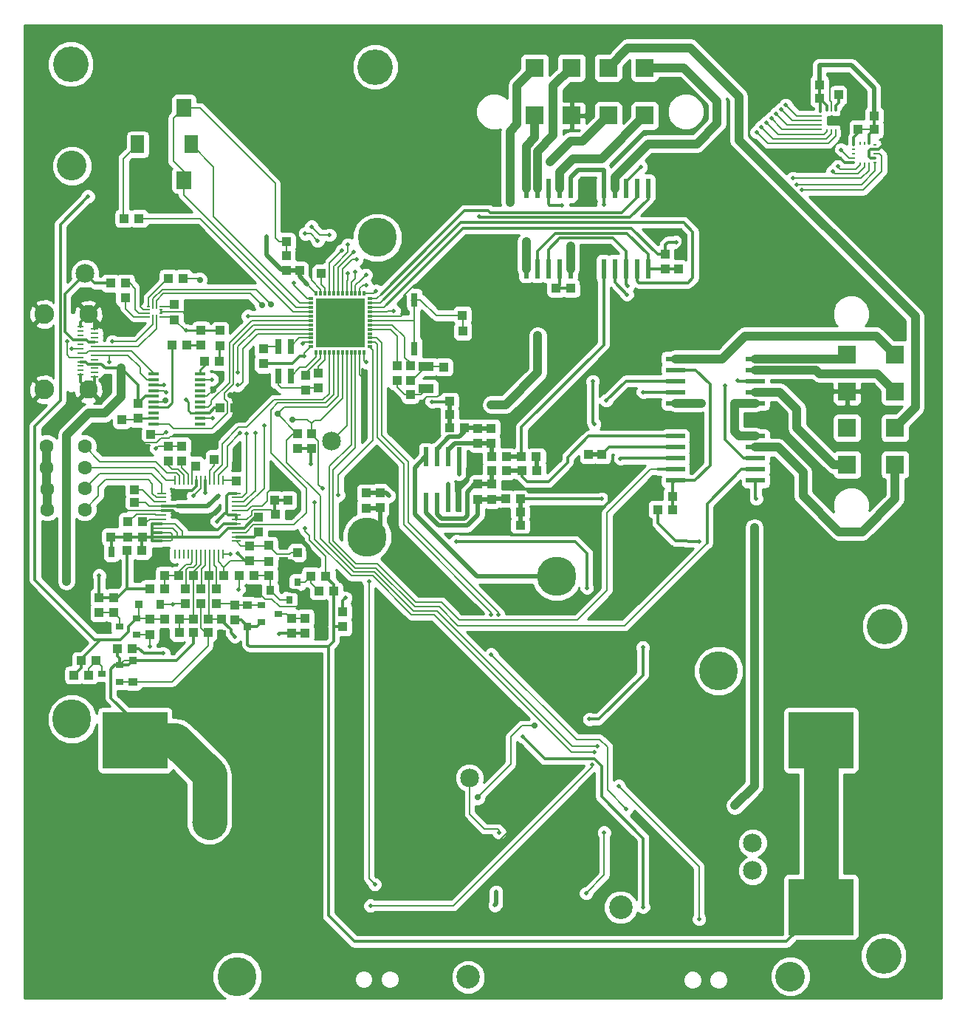
<source format=gbr>
G04 #@! TF.FileFunction,Copper,L1,Top,Signal*
%FSLAX46Y46*%
G04 Gerber Fmt 4.6, Leading zero omitted, Abs format (unit mm)*
G04 Created by KiCad (PCBNEW 4.0.2+dfsg1-stable) date Wed 24 Jan 2018 08:48:34 PM PST*
%MOMM*%
G01*
G04 APERTURE LIST*
%ADD10C,0.100000*%
%ADD11C,2.697480*%
%ADD12C,4.466000*%
%ADD13C,3.406000*%
%ADD14R,1.099820X0.998220*%
%ADD15R,0.998220X1.099820*%
%ADD16R,0.797560X1.198880*%
%ADD17R,0.998220X0.998220*%
%ADD18R,0.899160X0.899160*%
%ADD19R,0.899160X1.099820*%
%ADD20R,1.099820X0.899160*%
%ADD21R,0.749300X1.798320*%
%ADD22R,0.548640X0.299720*%
%ADD23R,0.299720X0.548640*%
%ADD24R,5.598160X5.598160*%
%ADD25R,0.599440X2.199640*%
%ADD26R,0.899160X0.269240*%
%ADD27R,0.797560X0.269240*%
%ADD28C,2.098040*%
%ADD29C,2.247900*%
%ADD30C,1.600200*%
%ADD31R,0.797560X0.899160*%
%ADD32R,0.899160X0.797560*%
%ADD33R,0.762000X1.524000*%
%ADD34C,2.159000*%
%ADD35R,2.199640X0.599440*%
%ADD36R,0.347980X0.248920*%
%ADD37R,0.248920X0.347980*%
%ADD38R,0.198120X0.998220*%
%ADD39R,0.998220X0.198120*%
%ADD40R,0.198120X0.599440*%
%ADD41R,0.398780X0.198120*%
%ADD42R,1.699260X1.998980*%
%ADD43R,1.498600X1.998980*%
%ADD44R,1.143000X0.381000*%
%ADD45R,2.098040X2.098040*%
%ADD46R,1.798320X0.998220*%
%ADD47R,7.450000X6.450000*%
%ADD48C,4.500880*%
%ADD49C,4.064000*%
%ADD50C,0.500000*%
%ADD51C,0.700000*%
%ADD52C,4.000000*%
%ADD53C,0.150000*%
%ADD54C,0.300000*%
%ADD55C,0.200000*%
%ADD56C,0.500000*%
%ADD57C,1.000000*%
%ADD58C,0.250000*%
%ADD59C,4.000000*%
%ADD60C,3.000000*%
%ADD61C,0.254000*%
G04 APERTURE END LIST*
D10*
D11*
X99204780Y-159826960D03*
X116702840Y-151831040D03*
D12*
X53767400Y-130266800D03*
X88777400Y-75066800D03*
D13*
X53767400Y-66846800D03*
D14*
X137784840Y-57556400D03*
X139481560Y-57556400D03*
X137784840Y-59080400D03*
X139481560Y-59080400D03*
X147457160Y-62687200D03*
X145760440Y-62687200D03*
X147457160Y-61163200D03*
X145760440Y-61163200D03*
X62824360Y-97663000D03*
X61127640Y-97663000D03*
X70728840Y-94589600D03*
X72425560Y-94589600D03*
D15*
X141732000Y-57012840D03*
X141732000Y-58709560D03*
X143916400Y-60975240D03*
X143916400Y-62671960D03*
X74104500Y-112100360D03*
X74104500Y-110403640D03*
D14*
X69509640Y-113792000D03*
X71206360Y-113792000D03*
X67668140Y-118808500D03*
X69364860Y-118808500D03*
X66017140Y-113792000D03*
X67713860Y-113792000D03*
X58252360Y-109372400D03*
X56555640Y-109372400D03*
D15*
X77012800Y-105191560D03*
X77012800Y-103494840D03*
D14*
X77078840Y-106781600D03*
X78775560Y-106781600D03*
X76304140Y-110363000D03*
X78000860Y-110363000D03*
X76304140Y-112204500D03*
X78000860Y-112204500D03*
X66062860Y-120332500D03*
X64366140Y-120332500D03*
D15*
X70929500Y-118849140D03*
X70929500Y-120545860D03*
D14*
X64411860Y-113792000D03*
X62715140Y-113792000D03*
D15*
X78536800Y-105191560D03*
X78536800Y-103494840D03*
D14*
X60944760Y-105460800D03*
X59248040Y-105460800D03*
X60944760Y-103987600D03*
X59248040Y-103987600D03*
D16*
X58303160Y-111099600D03*
X56504840Y-111099600D03*
D14*
X110975140Y-80899000D03*
X112671860Y-80899000D03*
X98765360Y-93853000D03*
X97068640Y-93853000D03*
D15*
X113030000Y-101622860D03*
X113030000Y-99926140D03*
D14*
X103482140Y-106553000D03*
X105178860Y-106553000D03*
X122641360Y-104711500D03*
X120944640Y-104711500D03*
D15*
X100330000Y-105051860D03*
X100330000Y-103355140D03*
X123317000Y-78699360D03*
X123317000Y-77002640D03*
X100330000Y-96941640D03*
X100330000Y-98638360D03*
D14*
X87513160Y-106070400D03*
X85816440Y-106070400D03*
D15*
X98602800Y-85816440D03*
X98602800Y-87513160D03*
X79857600Y-77180440D03*
X79857600Y-78877160D03*
X82346800Y-79181960D03*
X82346800Y-77485240D03*
X78384400Y-73878440D03*
X78384400Y-75575160D03*
D14*
X96382840Y-89916000D03*
X98079560Y-89916000D03*
D15*
X92557600Y-94726760D03*
X92557600Y-93030040D03*
X98552000Y-82311240D03*
X98552000Y-84007960D03*
D17*
X70739000Y-85737700D03*
X70739000Y-87490300D03*
X68580000Y-85674200D03*
X68580000Y-87426800D03*
D18*
X74112120Y-115506500D03*
D19*
X76509880Y-115506500D03*
D18*
X73914000Y-119626380D03*
D20*
X73914000Y-117228620D03*
D18*
X60769500Y-123578620D03*
D20*
X60769500Y-125976380D03*
D18*
X61475620Y-117094000D03*
D19*
X63873380Y-117094000D03*
D21*
X77406500Y-90954860D03*
X78854300Y-90954860D03*
X78854300Y-87556340D03*
X77406500Y-87556340D03*
D14*
X61808360Y-110934500D03*
X60111640Y-110934500D03*
D22*
X87909400Y-87584280D03*
X87909400Y-87083900D03*
X87909400Y-86583520D03*
X87909400Y-86085680D03*
X87909400Y-85585300D03*
X87909400Y-85084920D03*
X87909400Y-84587080D03*
X87909400Y-84086700D03*
X87909400Y-83586320D03*
X87909400Y-83085940D03*
X87909400Y-82588100D03*
X87909400Y-82087720D03*
D23*
X87279480Y-81457800D03*
X86779100Y-81457800D03*
X86281260Y-81457800D03*
X85780880Y-81457800D03*
X85280500Y-81457800D03*
X84780120Y-81457800D03*
X84282280Y-81457800D03*
X83781900Y-81457800D03*
X83281520Y-81457800D03*
X82783680Y-81457800D03*
X82283300Y-81457800D03*
X81782920Y-81457800D03*
D22*
X81153000Y-82087720D03*
X81153000Y-82588100D03*
X81153000Y-83085940D03*
X81153000Y-83586320D03*
X81153000Y-84086700D03*
X81153000Y-84587080D03*
X81153000Y-85084920D03*
X81153000Y-85585300D03*
X81153000Y-86085680D03*
X81153000Y-86583520D03*
X81153000Y-87083900D03*
X81153000Y-87584280D03*
D23*
X81782920Y-88214200D03*
X82283300Y-88214200D03*
X82783680Y-88214200D03*
X83281520Y-88214200D03*
X83781900Y-88214200D03*
X84282280Y-88214200D03*
X84780120Y-88214200D03*
X85280500Y-88214200D03*
X85780880Y-88214200D03*
X86281260Y-88214200D03*
X86779100Y-88214200D03*
X87279480Y-88214200D03*
D24*
X84531200Y-84836000D03*
D25*
X94361000Y-105404920D03*
X95631000Y-105404920D03*
X96898460Y-105404920D03*
X98168460Y-105404920D03*
X98168460Y-100208080D03*
X96898460Y-100208080D03*
X95631000Y-100208080D03*
X94361000Y-100208080D03*
D26*
X56342280Y-85554820D03*
X56342280Y-86055200D03*
X56342280Y-86555580D03*
X56342280Y-87055960D03*
X56342280Y-87556340D03*
X56342280Y-88056720D03*
X56342280Y-88554560D03*
X56342280Y-89054940D03*
X56342280Y-89555320D03*
X56342280Y-90055700D03*
X56342280Y-90556080D03*
X56342280Y-91056460D03*
D27*
X54744620Y-90805000D03*
X54744620Y-90304620D03*
X54744620Y-89806780D03*
X54744620Y-89306400D03*
X54744620Y-88806020D03*
X54744620Y-88305640D03*
X54744620Y-87805260D03*
X54744620Y-87304880D03*
X54744620Y-86804500D03*
X54744620Y-86306660D03*
X54744620Y-85806280D03*
X54744620Y-85305900D03*
D28*
X55643780Y-83863180D03*
X55643780Y-92501720D03*
D29*
X50596800Y-92501720D03*
X50596800Y-83863180D03*
D30*
X50952400Y-106235500D03*
X50888900Y-98996500D03*
X50952400Y-103886000D03*
X50888900Y-101409500D03*
X55245000Y-106235500D03*
X55245000Y-103822500D03*
X55245000Y-101409500D03*
X55245000Y-98996500D03*
D31*
X78679040Y-116568220D03*
X80576420Y-116568220D03*
X79629000Y-114571780D03*
D32*
X75455780Y-117223540D03*
X75455780Y-119120920D03*
X77452220Y-118173500D03*
X59227720Y-125981460D03*
X59227720Y-124084080D03*
X57231280Y-125031500D03*
X61196220Y-120583960D03*
X61196220Y-118686580D03*
X59199780Y-119634000D03*
D14*
X58181240Y-80314800D03*
X59877960Y-80314800D03*
X59877960Y-81940400D03*
X58181240Y-81940400D03*
D15*
X65532000Y-84477860D03*
X65532000Y-82781140D03*
D14*
X64836040Y-79756000D03*
X66532760Y-79756000D03*
D15*
X81229200Y-97551240D03*
X81229200Y-99247960D03*
X79654400Y-97551240D03*
X79654400Y-99247960D03*
D14*
X65255140Y-87376000D03*
X66951860Y-87376000D03*
X68938140Y-89281000D03*
X70634860Y-89281000D03*
D15*
X61341000Y-95780860D03*
X61341000Y-94084140D03*
X59486800Y-97622360D03*
X59486800Y-95925640D03*
X78930500Y-118722140D03*
X78930500Y-120418860D03*
X80518000Y-118722140D03*
X80518000Y-120418860D03*
D14*
X81193640Y-113855500D03*
X82890360Y-113855500D03*
X82082640Y-115570000D03*
X83779360Y-115570000D03*
X72938640Y-113792000D03*
X74635360Y-113792000D03*
X78000860Y-113792000D03*
X76304140Y-113792000D03*
D15*
X70358000Y-115356640D03*
X70358000Y-117053360D03*
X72453500Y-118894860D03*
X72453500Y-117198140D03*
D14*
X56537860Y-123571000D03*
X54841140Y-123571000D03*
X55712360Y-125222000D03*
X54015640Y-125222000D03*
D15*
X68580000Y-115356640D03*
X68580000Y-117053360D03*
D14*
X67668140Y-120332500D03*
X69364860Y-120332500D03*
D15*
X58547000Y-118069360D03*
X58547000Y-116372640D03*
X56896000Y-118069360D03*
X56896000Y-116372640D03*
X66802000Y-115356640D03*
X66802000Y-117053360D03*
X62738000Y-118849140D03*
X62738000Y-120545860D03*
X79629000Y-112862360D03*
X79629000Y-111165640D03*
X84836000Y-119669560D03*
X84836000Y-117972840D03*
D14*
X58994040Y-122174000D03*
X60690760Y-122174000D03*
X64366140Y-118808500D03*
X66062860Y-118808500D03*
X62715140Y-115316000D03*
X64411860Y-115316000D03*
D15*
X60134500Y-109369860D03*
X60134500Y-107673140D03*
X61849000Y-109369860D03*
X61849000Y-107673140D03*
X66357500Y-100670360D03*
X66357500Y-98973640D03*
X64833500Y-100670360D03*
X64833500Y-98973640D03*
X70104000Y-98783140D03*
X70104000Y-100479860D03*
X72593200Y-101310440D03*
X72593200Y-103007160D03*
X75184000Y-107152440D03*
X75184000Y-108849160D03*
X114554000Y-101622860D03*
X114554000Y-99926140D03*
D14*
X103482140Y-108077000D03*
X105178860Y-108077000D03*
X105178860Y-105029000D03*
X103482140Y-105029000D03*
X122641360Y-106235500D03*
X120944640Y-106235500D03*
D15*
X101917500Y-105051860D03*
X101917500Y-103355140D03*
D14*
X101894640Y-101790500D03*
X103591360Y-101790500D03*
X105387140Y-101790500D03*
X107083860Y-101790500D03*
X107609640Y-80899000D03*
X109306360Y-80899000D03*
X98765360Y-95377000D03*
X97068640Y-95377000D03*
X97068640Y-96901000D03*
X98765360Y-96901000D03*
D15*
X121793000Y-78699360D03*
X121793000Y-77002640D03*
X89103200Y-104358440D03*
X89103200Y-106055160D03*
X101854000Y-96941640D03*
X101854000Y-98638360D03*
D14*
X101894640Y-100203000D03*
X103591360Y-100203000D03*
X105323640Y-100203000D03*
X107020360Y-100203000D03*
X85816440Y-104343200D03*
X87513160Y-104343200D03*
D15*
X75742800Y-89545160D03*
X75742800Y-87848440D03*
X82042000Y-92339160D03*
X82042000Y-90642440D03*
X80568800Y-90896440D03*
X80568800Y-92593160D03*
D14*
X59756040Y-72898000D03*
X61452760Y-72898000D03*
D15*
X67945000Y-99545140D03*
X67945000Y-101241860D03*
X92557600Y-89778840D03*
X92557600Y-91475560D03*
X91084400Y-89778840D03*
X91084400Y-91475560D03*
X78384400Y-77180440D03*
X78384400Y-78877160D03*
D33*
X93042740Y-87782400D03*
X93042740Y-82196940D03*
X96850200Y-87782400D03*
X96850200Y-82196940D03*
D34*
X131826000Y-147624800D03*
X131826000Y-144475200D03*
X55270400Y-79197200D03*
X99364800Y-137007600D03*
X83515200Y-98399600D03*
D35*
X122971560Y-88963500D03*
X122971560Y-90233500D03*
X122971560Y-91503500D03*
X122971560Y-92773500D03*
X122971560Y-94043500D03*
X122971560Y-95313500D03*
X122971560Y-96580960D03*
X122971560Y-97850960D03*
X122971560Y-99120960D03*
X122971560Y-100390960D03*
X122971560Y-101660960D03*
X122971560Y-102930960D03*
X132168900Y-102930960D03*
X132168900Y-101660960D03*
X132168900Y-100390960D03*
X132168900Y-99120960D03*
X132168900Y-97850960D03*
X132168900Y-96580960D03*
X132168900Y-95313500D03*
X132168900Y-94043500D03*
X132168900Y-92773500D03*
X132168900Y-91503500D03*
X132168900Y-90233500D03*
X132168900Y-88963500D03*
D36*
X143428720Y-64470280D03*
X143428720Y-64970660D03*
X143428720Y-65468500D03*
X143428720Y-65966340D03*
X143428720Y-66466720D03*
D37*
X144155160Y-66692780D03*
X144653000Y-66692780D03*
X145150840Y-66692780D03*
D36*
X145877280Y-66466720D03*
X145877280Y-65966340D03*
X145877280Y-65468500D03*
X145877280Y-64970660D03*
X145877280Y-64470280D03*
D37*
X145150840Y-64244220D03*
X144653000Y-64244220D03*
X144155160Y-64244220D03*
D36*
X139618720Y-60660280D03*
X139618720Y-61160660D03*
X139618720Y-61658500D03*
X139618720Y-62156340D03*
X139618720Y-62656720D03*
D37*
X140345160Y-62882780D03*
X140843000Y-62882780D03*
X141340840Y-62882780D03*
D36*
X142067280Y-62656720D03*
X142067280Y-62156340D03*
X142067280Y-61658500D03*
X142067280Y-61160660D03*
X142067280Y-60660280D03*
D37*
X141340840Y-60434220D03*
X140843000Y-60434220D03*
X140345160Y-60434220D03*
D38*
X65577720Y-111373920D03*
X66078100Y-111373920D03*
X66575940Y-111373920D03*
X67076320Y-111373920D03*
X67576700Y-111373920D03*
X68077080Y-111373920D03*
X68574920Y-111373920D03*
X69075300Y-111373920D03*
X69575680Y-111373920D03*
X70073520Y-111373920D03*
X70573900Y-111373920D03*
X71074280Y-111373920D03*
D39*
X72575420Y-109872780D03*
X72575420Y-109372400D03*
X72575420Y-108874560D03*
X72575420Y-108374180D03*
X72575420Y-107873800D03*
X72575420Y-107373420D03*
X72575420Y-106875580D03*
X72575420Y-106375200D03*
X72575420Y-105874820D03*
X72575420Y-105376980D03*
X72575420Y-104876600D03*
X72575420Y-104376220D03*
D38*
X71074280Y-102875080D03*
X70573900Y-102875080D03*
X70073520Y-102875080D03*
X69575680Y-102875080D03*
X69075300Y-102875080D03*
X68574920Y-102875080D03*
X68077080Y-102875080D03*
X67576700Y-102875080D03*
X67076320Y-102875080D03*
X66575940Y-102875080D03*
X66078100Y-102875080D03*
X65577720Y-102875080D03*
D39*
X64076580Y-104376220D03*
X64076580Y-104876600D03*
X64076580Y-105376980D03*
X64076580Y-105874820D03*
X64076580Y-106375200D03*
X64076580Y-106875580D03*
X64076580Y-107373420D03*
X64076580Y-107873800D03*
X64076580Y-108374180D03*
X64076580Y-108874560D03*
X64076580Y-109372400D03*
X64076580Y-109872780D03*
D40*
X63444120Y-84150200D03*
X63047880Y-84150200D03*
D41*
X62547500Y-84150200D03*
X62547500Y-83751420D03*
X62547500Y-83352640D03*
X62547500Y-82953860D03*
D40*
X63047880Y-82953860D03*
X63444120Y-82953860D03*
D41*
X63944500Y-82953860D03*
X63944500Y-83352640D03*
X63944500Y-83751420D03*
X63944500Y-84150200D03*
D25*
X105854500Y-78640940D03*
X107124500Y-78640940D03*
X108394500Y-78640940D03*
X109664500Y-78640940D03*
X110934500Y-78640940D03*
X112204500Y-78640940D03*
X113471960Y-78640940D03*
X114741960Y-78640940D03*
X116011960Y-78640940D03*
X117281960Y-78640940D03*
X118551960Y-78640940D03*
X119821960Y-78640940D03*
X119821960Y-69443600D03*
X118551960Y-69443600D03*
X117281960Y-69443600D03*
X116011960Y-69443600D03*
X114741960Y-69443600D03*
X113471960Y-69443600D03*
X112204500Y-69443600D03*
X110934500Y-69443600D03*
X109664500Y-69443600D03*
X108394500Y-69443600D03*
X107124500Y-69443600D03*
X105854500Y-69443600D03*
D42*
X66608960Y-60208160D03*
X66608960Y-68506340D03*
X62110620Y-60208160D03*
X62110620Y-68506340D03*
D43*
X67409060Y-64404240D03*
X61310520Y-64404240D03*
D44*
X68497450Y-96424750D03*
X68497450Y-95789750D03*
X68497450Y-95154750D03*
X68497450Y-94519750D03*
X68497450Y-93884750D03*
X68497450Y-93252290D03*
X68497450Y-92617290D03*
X68497450Y-91982290D03*
X68497450Y-91347290D03*
X68497450Y-90712290D03*
X63140590Y-90712290D03*
X63140590Y-91347290D03*
X63140590Y-91982290D03*
X63140590Y-92617290D03*
X63140590Y-93252290D03*
X63140590Y-93884750D03*
X63140590Y-94519750D03*
X63140590Y-95154750D03*
X63140590Y-95789750D03*
X63140590Y-96424750D03*
D45*
X148163280Y-88506300D03*
X148163280Y-92707460D03*
X148163280Y-96903540D03*
X148163280Y-101104700D03*
X142666720Y-88506300D03*
X142666720Y-92707460D03*
X142666720Y-96903540D03*
X142666720Y-101104700D03*
X106857800Y-55608220D03*
X111058960Y-55608220D03*
X115255040Y-55608220D03*
X119456200Y-55608220D03*
X106857800Y-61104780D03*
X111058960Y-61104780D03*
X115255040Y-61104780D03*
X119456200Y-61104780D03*
D46*
X94386400Y-92384880D03*
X94386400Y-89885520D03*
D47*
X61000000Y-132685000D03*
X139660000Y-132685000D03*
X61000000Y-151795000D03*
X139660000Y-151795000D03*
D12*
X72730000Y-159745000D03*
X127930000Y-124735000D03*
D13*
X136150000Y-159745000D03*
D48*
X87566500Y-109410500D03*
X109347000Y-113919000D03*
D49*
X146862800Y-157378400D03*
X53644800Y-55219600D03*
X146964400Y-119634000D03*
X88544400Y-55524400D03*
D50*
X97282000Y-131318000D03*
D51*
X134569200Y-106527600D03*
X125526800Y-97383600D03*
X116128800Y-133553200D03*
X121716800Y-133705600D03*
D50*
X120863360Y-149161500D03*
D51*
X88442800Y-100482400D03*
X103327200Y-98653600D03*
D50*
X88798400Y-117246400D03*
X90424000Y-112725200D03*
X90627200Y-107340400D03*
D51*
X80924400Y-110845600D03*
X82448400Y-118059200D03*
D50*
X64363600Y-121564400D03*
D51*
X106070400Y-135737600D03*
X101041200Y-144119600D03*
X109474000Y-151536400D03*
D50*
X127000000Y-139801600D03*
X127762000Y-146964400D03*
D51*
X111302800Y-128828800D03*
D50*
X135280400Y-95351600D03*
D51*
X129540000Y-111709200D03*
X115874800Y-101600000D03*
X106222800Y-104089200D03*
D50*
X80213200Y-87223600D03*
X94284800Y-80416400D03*
D51*
X64465200Y-93776800D03*
X68935600Y-83616800D03*
X69951600Y-92557600D03*
X71932800Y-93116400D03*
X87274400Y-91287600D03*
X90373200Y-94742000D03*
D50*
X79806800Y-105003600D03*
D51*
X118465600Y-96875600D03*
X110388400Y-86512400D03*
D50*
X115570000Y-90627200D03*
X142067280Y-63672720D03*
D51*
X144881600Y-72440800D03*
X63754000Y-111455200D03*
D50*
X55727600Y-112725200D03*
D51*
X65836800Y-106883200D03*
X65430400Y-104140000D03*
D50*
X123952000Y-74726800D03*
X117094000Y-143052800D03*
X113893600Y-89662000D03*
D51*
X99822000Y-75895200D03*
X101904800Y-70002400D03*
X130606800Y-72847200D03*
X130860800Y-78028800D03*
D50*
X119684800Y-72186800D03*
X113436400Y-71272400D03*
X106273600Y-150012400D03*
D51*
X118516400Y-111709200D03*
X114655600Y-125476000D03*
X76758800Y-101803200D03*
X72593200Y-99974400D03*
X112776000Y-139598400D03*
D50*
X98171000Y-103632000D03*
X111633000Y-143129000D03*
D51*
X132029200Y-108305600D03*
X129794000Y-140157200D03*
D50*
X119227600Y-122021600D03*
X113093500Y-130279140D03*
X87833200Y-114503200D03*
X88493600Y-149199600D03*
X80772000Y-80416400D03*
X87477600Y-89357200D03*
D51*
X68427600Y-79908400D03*
D50*
X76047600Y-74930000D03*
X139496800Y-55321200D03*
X80416400Y-88696800D03*
X90678000Y-83464400D03*
X81178400Y-101041200D03*
X97840800Y-109880400D03*
X112826800Y-115214400D03*
X69088000Y-104330500D03*
X66865500Y-85725000D03*
X64325500Y-91948000D03*
X66865500Y-93662500D03*
X64579500Y-92837000D03*
X64579500Y-97345500D03*
X72796400Y-111252000D03*
X85140800Y-116382800D03*
X72440800Y-120802400D03*
X64262000Y-122732800D03*
X63398400Y-99212400D03*
X67665600Y-104698800D03*
X70408800Y-107594400D03*
X70561200Y-104648000D03*
X96901000Y-103314500D03*
X98171000Y-102171500D03*
X56896000Y-113792000D03*
X117411500Y-81597500D03*
X95046800Y-93878400D03*
X100482400Y-72694800D03*
X109982000Y-71374000D03*
X119253000Y-92773500D03*
X132232400Y-105003600D03*
X114503200Y-105003600D03*
X130111500Y-91440000D03*
X129730500Y-94043500D03*
X128651000Y-92011500D03*
X114757200Y-71272400D03*
X118999000Y-66992500D03*
D51*
X106832400Y-131013200D03*
X100279200Y-139242800D03*
D50*
X102412800Y-150063200D03*
X102260400Y-151587200D03*
X112725200Y-150215600D03*
X114808000Y-143256000D03*
X119278400Y-151790400D03*
X105460800Y-132283200D03*
D51*
X53136800Y-114452400D03*
D50*
X59385200Y-90017600D03*
X80518000Y-108407200D03*
X84328000Y-104597200D03*
D52*
X69532500Y-142049500D03*
D50*
X77533500Y-120459500D03*
X55626000Y-70358000D03*
X62674500Y-121920000D03*
X65341500Y-117094000D03*
X117348000Y-140589000D03*
X101854000Y-118313200D03*
X101854000Y-122834400D03*
X102666800Y-118313200D03*
X73964800Y-84074000D03*
X75793600Y-96621600D03*
X74777600Y-97485200D03*
X79248000Y-80314800D03*
X141986000Y-65024000D03*
X135636000Y-59893200D03*
X83312000Y-74777600D03*
X81229200Y-73812400D03*
X73050400Y-97485200D03*
X86258400Y-79044800D03*
X134518400Y-60909200D03*
X141020800Y-67513200D03*
X81940400Y-75438000D03*
X73812400Y-97536000D03*
X80518000Y-74625200D03*
X85394800Y-79146400D03*
X141579600Y-66903600D03*
X135077200Y-60401200D03*
X86410800Y-77571600D03*
X132283200Y-62992000D03*
X132842000Y-62433200D03*
X86055200Y-76758800D03*
X85394800Y-75895200D03*
X133400800Y-61925200D03*
X84734400Y-76555600D03*
X133959600Y-61417200D03*
X72796400Y-90525600D03*
X69799200Y-91338400D03*
X72796400Y-91998800D03*
X69900800Y-95808800D03*
X136448800Y-68275200D03*
X87477600Y-79349600D03*
X137464800Y-69646800D03*
X88646000Y-81178400D03*
X136906000Y-68986400D03*
X87477600Y-80518000D03*
D51*
X77317600Y-95300800D03*
X75539600Y-82804000D03*
D50*
X113995200Y-133400800D03*
D51*
X79044800Y-95910400D03*
X76555600Y-82702400D03*
D50*
X113690400Y-134061200D03*
X82499200Y-103835200D03*
X81584800Y-105460800D03*
X123037600Y-75590400D03*
X125730000Y-109880400D03*
X58013600Y-89306400D03*
X53746400Y-87782400D03*
X53187600Y-86969600D03*
X58420000Y-86969600D03*
D51*
X101854000Y-94234000D03*
X107188000Y-86296500D03*
D50*
X72898000Y-115379500D03*
X71945500Y-111379000D03*
X115062000Y-93726000D03*
X116649500Y-100393500D03*
X117475000Y-80645000D03*
X90119200Y-104698800D03*
X102768400Y-143256000D03*
X87985600Y-151638000D03*
X113411000Y-135509000D03*
X125679200Y-153162000D03*
X116459000Y-137922000D03*
X125920500Y-94043500D03*
X105854500Y-75565000D03*
X103987600Y-71069200D03*
X110934500Y-76009500D03*
X108559600Y-66395600D03*
X113665000Y-96479360D03*
X113487200Y-91541600D03*
D53*
X122971560Y-96580960D02*
X124724160Y-96580960D01*
X124724160Y-96580960D02*
X125526800Y-97383600D01*
D54*
X54744620Y-90805000D02*
X54744620Y-91602560D01*
X54744620Y-91602560D02*
X55643780Y-92501720D01*
X56342280Y-91056460D02*
X56342280Y-91803220D01*
X56342280Y-91803220D02*
X55643780Y-92501720D01*
X54744620Y-85305900D02*
X54744620Y-84762340D01*
X54744620Y-84762340D02*
X55643780Y-83863180D01*
X56342280Y-85554820D02*
X56342280Y-84561680D01*
X56342280Y-84561680D02*
X55643780Y-83863180D01*
X116128800Y-133553200D02*
X121564400Y-133553200D01*
X121564400Y-133553200D02*
X121716800Y-133705600D01*
D53*
X64076580Y-106375200D02*
X60162440Y-106375200D01*
X60162440Y-106375200D02*
X59248040Y-105460800D01*
D55*
X145877280Y-64970660D02*
X146306540Y-64970660D01*
X146306540Y-64970660D02*
X146964400Y-64312800D01*
X146964400Y-64312800D02*
X147457160Y-64312800D01*
D54*
X147457160Y-63804800D02*
X147457160Y-64312800D01*
X147457160Y-64312800D02*
X147457160Y-69865240D01*
X147457160Y-69865240D02*
X144881600Y-72440800D01*
X147457160Y-62687200D02*
X147457160Y-63804800D01*
X147457160Y-63804800D02*
X147457160Y-63820040D01*
X145366740Y-65966340D02*
X145877280Y-65966340D01*
X145186400Y-65786000D02*
X145366740Y-65966340D01*
X145186400Y-65125600D02*
X145186400Y-65786000D01*
X145341340Y-64970660D02*
X145186400Y-65125600D01*
X146306540Y-64970660D02*
X145341340Y-64970660D01*
X147457160Y-63820040D02*
X146306540Y-64970660D01*
X147457160Y-61163200D02*
X147457160Y-62687200D01*
D55*
X122682000Y-154127200D02*
X122682000Y-150980140D01*
X122682000Y-150980140D02*
X120863360Y-149161500D01*
X88442800Y-100482400D02*
X88442800Y-100990400D01*
X90982800Y-106984800D02*
X90627200Y-107340400D01*
X90982800Y-103530400D02*
X90982800Y-106984800D01*
X88442800Y-100990400D02*
X90982800Y-103530400D01*
X103327200Y-98653600D02*
X103327200Y-95961200D01*
X102743000Y-95377000D02*
X98765360Y-95377000D01*
X103327200Y-95961200D02*
X102743000Y-95377000D01*
D56*
X90424000Y-112725200D02*
X90627200Y-112522000D01*
X90627200Y-112522000D02*
X90627200Y-107340400D01*
D55*
X64366140Y-120332500D02*
X64366140Y-121561860D01*
X64366140Y-121561860D02*
X64363600Y-121564400D01*
X101041200Y-144119600D02*
X102819200Y-144119600D01*
X106070400Y-140868400D02*
X106070400Y-135737600D01*
X102819200Y-144119600D02*
X106070400Y-140868400D01*
X109474000Y-151536400D02*
X111607600Y-151536400D01*
X127762000Y-152806400D02*
X127762000Y-146964400D01*
X126441200Y-154127200D02*
X127762000Y-152806400D01*
X114198400Y-154127200D02*
X122682000Y-154127200D01*
X122682000Y-154127200D02*
X126441200Y-154127200D01*
X111607600Y-151536400D02*
X114198400Y-154127200D01*
X127762000Y-140563600D02*
X127762000Y-146964400D01*
X127000000Y-139801600D02*
X127762000Y-140563600D01*
X114655600Y-125476000D02*
X111302800Y-128828800D01*
X132168900Y-95313500D02*
X135242300Y-95313500D01*
X135242300Y-95313500D02*
X135280400Y-95351600D01*
X132168900Y-95313500D02*
X132168900Y-96580960D01*
X120944640Y-104711500D02*
X119875300Y-104711500D01*
X118516400Y-106070400D02*
X118516400Y-111709200D01*
X119875300Y-104711500D02*
X118516400Y-106070400D01*
D57*
X129540000Y-107797600D02*
X130810000Y-106527600D01*
X129540000Y-111709200D02*
X129540000Y-107797600D01*
X130810000Y-106527600D02*
X134569200Y-106527600D01*
D55*
X106222800Y-104089200D02*
X113385600Y-104089200D01*
X115316000Y-102158800D02*
X115874800Y-101600000D01*
D54*
X104089200Y-109118400D02*
X103482140Y-108511340D01*
X104089200Y-109118400D02*
X111607600Y-109118400D01*
X111607600Y-109118400D02*
X115316000Y-105410000D01*
D55*
X115316000Y-105410000D02*
X115316000Y-102158800D01*
D54*
X114554000Y-101622860D02*
X115851940Y-101622860D01*
X115851940Y-101622860D02*
X115874800Y-101600000D01*
D55*
X113385600Y-104089200D02*
X115874800Y-101600000D01*
X81153000Y-87083900D02*
X80352900Y-87083900D01*
X80352900Y-87083900D02*
X80213200Y-87223600D01*
D53*
X87909400Y-84086700D02*
X91528900Y-84086700D01*
X95069660Y-80416400D02*
X96850200Y-82196940D01*
X93116400Y-80416400D02*
X94284800Y-80416400D01*
X94284800Y-80416400D02*
X95069660Y-80416400D01*
X91846400Y-81686400D02*
X93116400Y-80416400D01*
X91846400Y-83769200D02*
X91846400Y-81686400D01*
X91528900Y-84086700D02*
X91846400Y-83769200D01*
X61620400Y-83007200D02*
X61620400Y-80365600D01*
X61965840Y-83352640D02*
X61620400Y-83007200D01*
X62547500Y-83352640D02*
X61965840Y-83352640D01*
X79857600Y-77180440D02*
X79857600Y-75133200D01*
X79857600Y-75133200D02*
X78602840Y-73878440D01*
X62110620Y-60208160D02*
X62110620Y-61094620D01*
X82346800Y-77485240D02*
X80162400Y-77485240D01*
X80162400Y-77485240D02*
X79857600Y-77180440D01*
X81229200Y-79451200D02*
X81229200Y-78602840D01*
D55*
X82283300Y-81013300D02*
X81229200Y-79959200D01*
X81229200Y-79959200D02*
X81229200Y-79451200D01*
X82283300Y-81457800D02*
X82283300Y-81013300D01*
D53*
X81229200Y-78602840D02*
X82346800Y-77485240D01*
X59446160Y-97663000D02*
X59420760Y-97688400D01*
D55*
X64357250Y-93884750D02*
X64465200Y-93776800D01*
X63140590Y-93884750D02*
X64357250Y-93884750D01*
D53*
X64079120Y-83616800D02*
X68935600Y-83616800D01*
X64079120Y-83616800D02*
X63944500Y-83751420D01*
D55*
X69256910Y-93252290D02*
X69951600Y-92557600D01*
X68497450Y-93252290D02*
X69256910Y-93252290D01*
D53*
X72882760Y-94066360D02*
X71932800Y-93116400D01*
X72882760Y-94066360D02*
X72882760Y-94792800D01*
D55*
X86779100Y-90792300D02*
X87274400Y-91287600D01*
X86779100Y-88214200D02*
X86779100Y-90792300D01*
D54*
X90388440Y-94726760D02*
X90373200Y-94742000D01*
X92557600Y-94726760D02*
X90388440Y-94726760D01*
D53*
X72575420Y-106375200D02*
X73914000Y-106375200D01*
X76200000Y-104307640D02*
X77012800Y-103494840D01*
X76200000Y-105257600D02*
X76200000Y-104307640D01*
X75590400Y-105867200D02*
X76200000Y-105257600D01*
X74422000Y-105867200D02*
X75590400Y-105867200D01*
X73914000Y-106375200D02*
X74422000Y-105867200D01*
X85816440Y-106070400D02*
X85816440Y-104343200D01*
X103482140Y-106553000D02*
X103482140Y-108077000D01*
X95859600Y-93116400D02*
X95961200Y-93116400D01*
D55*
X93080840Y-94726760D02*
X94488000Y-93319600D01*
X94488000Y-93319600D02*
X95656400Y-93319600D01*
X95656400Y-93319600D02*
X95859600Y-93116400D01*
X92557600Y-94726760D02*
X93080840Y-94726760D01*
D53*
X98079560Y-90998040D02*
X98079560Y-89916000D01*
X95961200Y-93116400D02*
X98079560Y-90998040D01*
X98765360Y-93853000D02*
X98765360Y-90601800D01*
X98765360Y-90601800D02*
X98079560Y-89916000D01*
X98765360Y-93853000D02*
X98765360Y-95377000D01*
X113030000Y-101622860D02*
X114554000Y-101622860D01*
X122971560Y-95313500D02*
X122971560Y-96580960D01*
X118760240Y-96580960D02*
X118465600Y-96875600D01*
X118760240Y-96580960D02*
X122971560Y-96580960D01*
X110388400Y-86512400D02*
X110388400Y-84886800D01*
X112671860Y-82603340D02*
X112671860Y-80899000D01*
X110388400Y-84886800D02*
X112671860Y-82603340D01*
X113893600Y-89662000D02*
X114604800Y-89662000D01*
X114604800Y-89662000D02*
X115570000Y-90627200D01*
X96850200Y-82196940D02*
X98437700Y-82196940D01*
X98437700Y-82196940D02*
X98552000Y-82311240D01*
X98602800Y-87513160D02*
X99278440Y-87513160D01*
X99822000Y-86969600D02*
X99822000Y-75895200D01*
X99278440Y-87513160D02*
X99822000Y-86969600D01*
X96850200Y-87782400D02*
X98333560Y-87782400D01*
X98333560Y-87782400D02*
X98079560Y-88036400D01*
X98079560Y-88036400D02*
X98079560Y-89916000D01*
X142067280Y-63652400D02*
X142067280Y-63672720D01*
X137784840Y-59080400D02*
X137784840Y-57556400D01*
X142748000Y-59944000D02*
X142748000Y-58028840D01*
D54*
X142067280Y-60624720D02*
X142748000Y-59944000D01*
D53*
X142748000Y-58028840D02*
X141732000Y-57012840D01*
X142036800Y-66141600D02*
X140868400Y-64973200D01*
D54*
X142361920Y-66466720D02*
X142036800Y-66141600D01*
X143428720Y-66466720D02*
X142361920Y-66466720D01*
D53*
X142067280Y-63652400D02*
X142067280Y-62656720D01*
X141732000Y-64008000D02*
X142067280Y-63672720D01*
X141732000Y-64109600D02*
X141732000Y-64008000D01*
X140868400Y-64973200D02*
X141732000Y-64109600D01*
X147457160Y-69865240D02*
X144881600Y-72440800D01*
D54*
X62715140Y-112494060D02*
X63754000Y-111455200D01*
X62715140Y-113792000D02*
X62715140Y-112494060D01*
D53*
X56504840Y-111947960D02*
X56504840Y-111099600D01*
X55727600Y-112725200D02*
X56504840Y-111947960D01*
X56504840Y-111099600D02*
X56504840Y-109423200D01*
D54*
X64076580Y-106375200D02*
X65328800Y-106375200D01*
X65328800Y-106375200D02*
X65836800Y-106883200D01*
X71196200Y-107873800D02*
X70510400Y-108559600D01*
X70510400Y-108559600D02*
X67513200Y-108559600D01*
X67513200Y-108559600D02*
X65836800Y-106883200D01*
X72575420Y-107873800D02*
X71196200Y-107873800D01*
X68077080Y-102875080D02*
X68077080Y-103525320D01*
D53*
X68077080Y-103576120D02*
X67513200Y-104140000D01*
X67513200Y-104140000D02*
X65430400Y-104140000D01*
X68077080Y-102875080D02*
X68077080Y-103576120D01*
D54*
X65532000Y-104038400D02*
X65430400Y-104140000D01*
X67564000Y-104038400D02*
X65532000Y-104038400D01*
X68077080Y-103525320D02*
X67564000Y-104038400D01*
D56*
X123317000Y-77002640D02*
X123317000Y-76530200D01*
X123317000Y-76530200D02*
X123952000Y-75895200D01*
X123952000Y-75895200D02*
X123952000Y-74726800D01*
X78000860Y-112204500D02*
X78971140Y-112204500D01*
X78971140Y-112204500D02*
X79629000Y-112862360D01*
X78000860Y-110363000D02*
X78000860Y-109908340D01*
X78000860Y-109908340D02*
X78333600Y-109575600D01*
X78333600Y-109575600D02*
X79908400Y-109575600D01*
X79908400Y-109575600D02*
X80924400Y-110591600D01*
X80924400Y-110591600D02*
X80924400Y-110845600D01*
X79629000Y-112862360D02*
X80076040Y-112862360D01*
X80076040Y-112862360D02*
X80924400Y-112014000D01*
X80924400Y-112014000D02*
X80924400Y-110845600D01*
X78000860Y-113792000D02*
X78384400Y-113792000D01*
X78384400Y-113792000D02*
X79314040Y-112862360D01*
X79314040Y-112862360D02*
X79629000Y-112862360D01*
X80576420Y-116568220D02*
X80957420Y-116568220D01*
X80957420Y-116568220D02*
X82448400Y-118059200D01*
D55*
X80957420Y-116568220D02*
X82448400Y-118059200D01*
D56*
X78000860Y-112204500D02*
X78000860Y-113792000D01*
X78000860Y-113792000D02*
X78000860Y-114881660D01*
X78000860Y-114881660D02*
X78587600Y-115468400D01*
X78587600Y-115468400D02*
X78892400Y-115468400D01*
X78892400Y-115468400D02*
X78994000Y-115570000D01*
X78994000Y-115570000D02*
X79578200Y-115570000D01*
X79578200Y-115570000D02*
X80576420Y-116568220D01*
D55*
X113893600Y-89662000D02*
X113842800Y-89662000D01*
D53*
X98552000Y-77165200D02*
X99822000Y-75895200D01*
X98552000Y-82311240D02*
X98552000Y-77165200D01*
D54*
X80076040Y-112862360D02*
X80924400Y-112014000D01*
X80924400Y-112014000D02*
X80924400Y-110845600D01*
X130606800Y-77774800D02*
X130606800Y-72847200D01*
X130860800Y-78028800D02*
X130606800Y-77774800D01*
X113471960Y-69443600D02*
X113471960Y-71236840D01*
X113471960Y-71236840D02*
X113436400Y-71272400D01*
X118516400Y-111709200D02*
X118516400Y-111760000D01*
D55*
X114655600Y-125476000D02*
X114655600Y-125425200D01*
X72593200Y-101310440D02*
X72593200Y-99974400D01*
X67945000Y-99545140D02*
X67945000Y-98272600D01*
X62016640Y-98552000D02*
X61127640Y-97663000D01*
X63500000Y-98552000D02*
X62016640Y-98552000D01*
X64008000Y-98044000D02*
X63500000Y-98552000D01*
X64871600Y-98044000D02*
X64008000Y-98044000D01*
X65024000Y-97891600D02*
X64871600Y-98044000D01*
X67564000Y-97891600D02*
X65024000Y-97891600D01*
X67945000Y-98272600D02*
X67564000Y-97891600D01*
X80076040Y-112862360D02*
X80721200Y-112217200D01*
X80365600Y-110032800D02*
X79603600Y-110032800D01*
X80721200Y-110388400D02*
X80365600Y-110032800D01*
X80721200Y-112217200D02*
X80721200Y-110388400D01*
D53*
X78775560Y-106781600D02*
X79044800Y-106781600D01*
X79044800Y-106781600D02*
X79806800Y-106019600D01*
X79806800Y-106019600D02*
X79806800Y-105003600D01*
X79806800Y-105003600D02*
X79806800Y-103987600D01*
X79314040Y-103494840D02*
X78536800Y-103494840D01*
X79806800Y-103987600D02*
X79314040Y-103494840D01*
X59420760Y-97688400D02*
X59420760Y-97703640D01*
D54*
X70104000Y-98783140D02*
X68707000Y-98783140D01*
X68707000Y-98783140D02*
X67945000Y-99545140D01*
X103482140Y-108077000D02*
X103482140Y-108511340D01*
X142067280Y-60660280D02*
X142067280Y-60624720D01*
X143916400Y-60975240D02*
X142252700Y-60975240D01*
X142252700Y-60975240D02*
X142067280Y-61160660D01*
X142067280Y-62656720D02*
X142067280Y-60660280D01*
D53*
X141732000Y-57012840D02*
X140731240Y-57012840D01*
X140731240Y-57012840D02*
X140665200Y-56946800D01*
X140843000Y-59512200D02*
X140843000Y-60434220D01*
X140665200Y-59334400D02*
X140665200Y-56946800D01*
X140843000Y-59512200D02*
X140665200Y-59334400D01*
X63944500Y-83352640D02*
X63944500Y-83751420D01*
D56*
X112204500Y-78640940D02*
X112204500Y-80431640D01*
X112204500Y-80431640D02*
X112671860Y-80899000D01*
X112671860Y-80899000D02*
X112750600Y-80899000D01*
X112750600Y-80899000D02*
X113471960Y-80177640D01*
X113471960Y-80177640D02*
X113471960Y-78640940D01*
D55*
X79629000Y-112862360D02*
X78930500Y-112862360D01*
X78930500Y-112862360D02*
X78000860Y-113792000D01*
X78740000Y-115468400D02*
X78587600Y-115468400D01*
X80576420Y-116568220D02*
X79476600Y-115468400D01*
X78740000Y-115468400D02*
X79476600Y-115468400D01*
X78000860Y-114881660D02*
X78000860Y-113792000D01*
X78587600Y-115468400D02*
X78000860Y-114881660D01*
X74112120Y-115506500D02*
X74917300Y-115506500D01*
X79745840Y-117398800D02*
X80576420Y-116568220D01*
X77571600Y-117398800D02*
X79745840Y-117398800D01*
X76657200Y-116484400D02*
X77571600Y-117398800D01*
X75895200Y-116484400D02*
X76657200Y-116484400D01*
X74917300Y-115506500D02*
X75895200Y-116484400D01*
D56*
X98168460Y-105404920D02*
X98168460Y-103634540D01*
X98168460Y-103634540D02*
X98171000Y-103632000D01*
D53*
X72707500Y-101686360D02*
X72263000Y-101686360D01*
D57*
X132029200Y-137922000D02*
X132029200Y-108305600D01*
X129794000Y-140157200D02*
X132029200Y-137922000D01*
X148163280Y-96903540D02*
X148163280Y-96845120D01*
X148163280Y-96845120D02*
X150469600Y-94538800D01*
X117523260Y-53340000D02*
X115255040Y-55608220D01*
X124663200Y-53340000D02*
X117523260Y-53340000D01*
X130251200Y-58928000D02*
X124663200Y-53340000D01*
X130251200Y-63906400D02*
X130251200Y-58928000D01*
X150469600Y-84124800D02*
X130251200Y-63906400D01*
X150469600Y-94538800D02*
X150469600Y-84124800D01*
D56*
X94361000Y-100208080D02*
X94292420Y-100208080D01*
X94292420Y-100208080D02*
X93091000Y-101409500D01*
X93091000Y-101409500D02*
X93091000Y-106807000D01*
X93091000Y-106807000D02*
X100203000Y-113919000D01*
X100203000Y-113919000D02*
X109347000Y-113919000D01*
D54*
X70728840Y-94589600D02*
X70104000Y-94589600D01*
X69538850Y-95154750D02*
X68497450Y-95154750D01*
X70104000Y-94589600D02*
X69538850Y-95154750D01*
X113093500Y-130279140D02*
X114170460Y-130279140D01*
X119227600Y-125222000D02*
X119227600Y-122021600D01*
X114170460Y-130279140D02*
X119227600Y-125222000D01*
D55*
X143916400Y-62671960D02*
X145745200Y-62671960D01*
X145745200Y-62671960D02*
X145760440Y-62687200D01*
X87833200Y-148539200D02*
X87833200Y-114503200D01*
X88493600Y-149199600D02*
X87833200Y-148539200D01*
D56*
X80772000Y-80416400D02*
X79857600Y-79502000D01*
X139481560Y-57556400D02*
X139481560Y-55336440D01*
X139481560Y-55336440D02*
X139496800Y-55321200D01*
D55*
X87279480Y-88945720D02*
X87279480Y-89159080D01*
X87279480Y-88214200D02*
X87279480Y-88945720D01*
X87279480Y-89159080D02*
X87477600Y-89357200D01*
D53*
X66532760Y-79756000D02*
X68275200Y-79756000D01*
X68275200Y-79756000D02*
X68427600Y-79908400D01*
D56*
X78298040Y-78790800D02*
X77774800Y-78790800D01*
X77774800Y-78790800D02*
X76047600Y-77063600D01*
X76047600Y-77063600D02*
X76047600Y-74930000D01*
X145760440Y-61163200D02*
X145760440Y-57927240D01*
X143154400Y-55321200D02*
X139496800Y-55321200D01*
X145760440Y-57927240D02*
X143154400Y-55321200D01*
X79857600Y-79502000D02*
X79857600Y-78877160D01*
X79857600Y-78877160D02*
X78384400Y-78877160D01*
X78384400Y-78877160D02*
X78298040Y-78790800D01*
D54*
X80416400Y-88696800D02*
X79857600Y-88696800D01*
X79857600Y-88696800D02*
X79009240Y-89545160D01*
X79009240Y-89545160D02*
X75742800Y-89545160D01*
D55*
X80416400Y-88696800D02*
X80416400Y-88320880D01*
X80416400Y-88320880D02*
X81153000Y-87584280D01*
D53*
X81782920Y-81457800D02*
X81782920Y-81427320D01*
X81782920Y-81427320D02*
X79857600Y-79502000D01*
X79857600Y-79502000D02*
X79857600Y-78877160D01*
X79857600Y-78877160D02*
X78384400Y-78877160D01*
X90678000Y-83464400D02*
X90017600Y-83464400D01*
X89895680Y-83586320D02*
X87909400Y-83586320D01*
X90017600Y-83464400D02*
X89895680Y-83586320D01*
D54*
X81178400Y-99298760D02*
X81178400Y-101041200D01*
X81178400Y-99298760D02*
X81127600Y-99247960D01*
X81127600Y-99247960D02*
X79654400Y-99247960D01*
X111455200Y-109880400D02*
X97840800Y-109880400D01*
X112826800Y-111252000D02*
X111455200Y-109880400D01*
X112826800Y-115214400D02*
X112826800Y-111252000D01*
X145760440Y-62687200D02*
X145760440Y-61163200D01*
X145150840Y-64244220D02*
X145150840Y-63296800D01*
X145150840Y-63296800D02*
X145760440Y-62687200D01*
X143916400Y-62671960D02*
X143916400Y-63093600D01*
X143916400Y-63093600D02*
X143428720Y-63581280D01*
X143428720Y-63581280D02*
X143428720Y-64470280D01*
X139618720Y-60660280D02*
X139618720Y-59217560D01*
X139618720Y-59217560D02*
X139481560Y-59080400D01*
X140345160Y-60434220D02*
X140345160Y-59944000D01*
X140345160Y-59944000D02*
X139481560Y-59080400D01*
X139481560Y-59080400D02*
X139481560Y-57556400D01*
D56*
X87513160Y-106070400D02*
X89087960Y-106070400D01*
X89087960Y-106070400D02*
X89103200Y-106055160D01*
X89103200Y-106055160D02*
X89103200Y-107873800D01*
X89103200Y-107873800D02*
X87566500Y-109410500D01*
X87833200Y-109677200D02*
X87566500Y-109410500D01*
D54*
X69075300Y-102875080D02*
X69075300Y-104317800D01*
X69075300Y-104317800D02*
X69088000Y-104330500D01*
D53*
X63944500Y-84150200D02*
X65204340Y-84150200D01*
X65204340Y-84150200D02*
X65532000Y-84477860D01*
X66865500Y-85725000D02*
X66779140Y-85725000D01*
X66779140Y-85725000D02*
X65532000Y-84477860D01*
D58*
X70739000Y-85737700D02*
X68643500Y-85737700D01*
X68643500Y-85737700D02*
X68630800Y-85725000D01*
X68630800Y-85725000D02*
X66865500Y-85725000D01*
X63140590Y-91982290D02*
X64291210Y-91982290D01*
X64291210Y-91982290D02*
X64325500Y-91948000D01*
X67405250Y-95154750D02*
X68497450Y-95154750D01*
X66865500Y-93662500D02*
X67119500Y-93916500D01*
X67119500Y-93916500D02*
X67119500Y-94869000D01*
X67119500Y-94869000D02*
X67405250Y-95154750D01*
D53*
X64359790Y-92617290D02*
X64579500Y-92837000D01*
X64579500Y-97345500D02*
X64262000Y-97663000D01*
X62824360Y-97663000D02*
X64262000Y-97663000D01*
X64359790Y-92617290D02*
X63140590Y-92617290D01*
D54*
X141732000Y-58709560D02*
X141732000Y-59588400D01*
X141340840Y-59979560D02*
X141340840Y-60434220D01*
X141732000Y-59588400D02*
X141340840Y-59979560D01*
X84836000Y-117972840D02*
X84836000Y-116687600D01*
X72796400Y-111252000D02*
X73644760Y-112100360D01*
X84836000Y-116687600D02*
X85140800Y-116382800D01*
X73644760Y-112100360D02*
X74104500Y-112100360D01*
D53*
X74104500Y-112100360D02*
X76200000Y-112100360D01*
X76200000Y-112100360D02*
X76304140Y-112204500D01*
X74104500Y-112100360D02*
X71968360Y-112100360D01*
X71968360Y-112100360D02*
X71206360Y-112862360D01*
X70573900Y-111373920D02*
X70573900Y-112229900D01*
X71206360Y-112862360D02*
X71206360Y-113792000D01*
X70573900Y-112229900D02*
X71206360Y-112862360D01*
D55*
X74104500Y-110403640D02*
X73106280Y-110403640D01*
X73106280Y-110403640D02*
X72575420Y-109872780D01*
D53*
X79629000Y-111165640D02*
X78889860Y-111165640D01*
X77256640Y-111315500D02*
X76344780Y-110403640D01*
X78740000Y-111315500D02*
X77256640Y-111315500D01*
X78889860Y-111165640D02*
X78740000Y-111315500D01*
X76344780Y-110403640D02*
X74104500Y-110403640D01*
D54*
X60690760Y-122174000D02*
X61468000Y-122174000D01*
X71983600Y-119989600D02*
X70929500Y-118935500D01*
X71983600Y-120345200D02*
X71983600Y-119989600D01*
X72440800Y-120802400D02*
X71983600Y-120345200D01*
X62026800Y-122732800D02*
X64262000Y-122732800D01*
X61468000Y-122174000D02*
X62026800Y-122732800D01*
X70929500Y-118935500D02*
X70929500Y-118849140D01*
D53*
X69509640Y-113792000D02*
X69509640Y-118663720D01*
X69509640Y-118663720D02*
X69364860Y-118808500D01*
X70929500Y-118849140D02*
X69405500Y-118849140D01*
X69405500Y-118849140D02*
X69364860Y-118808500D01*
X69575680Y-111373920D02*
X69575680Y-113725960D01*
X69575680Y-113725960D02*
X69509640Y-113792000D01*
X66062860Y-120332500D02*
X66062860Y-118808500D01*
X66062860Y-118808500D02*
X67668140Y-118808500D01*
X67668140Y-118808500D02*
X67691000Y-118785640D01*
X67691000Y-118785640D02*
X67691000Y-113814860D01*
X67691000Y-113814860D02*
X67713860Y-113792000D01*
X68574920Y-111373920D02*
X68574920Y-112527080D01*
X68574920Y-112527080D02*
X67511930Y-113590070D01*
X64411860Y-113792000D02*
X64411860Y-115316000D01*
X66017140Y-113792000D02*
X64411860Y-113792000D01*
X67576700Y-111373920D02*
X67576700Y-112318800D01*
X66865500Y-112522000D02*
X66017140Y-113370360D01*
X67373500Y-112522000D02*
X66865500Y-112522000D01*
X67576700Y-112318800D02*
X67373500Y-112522000D01*
X66017140Y-113370360D02*
X66017140Y-113792000D01*
D55*
X58252360Y-109372400D02*
X60131960Y-109372400D01*
X60131960Y-109372400D02*
X60134500Y-109369860D01*
X60134500Y-109369860D02*
X64074040Y-109369860D01*
X64074040Y-109369860D02*
X64076580Y-109372400D01*
X64076580Y-109372400D02*
X70662800Y-109372400D01*
X70662800Y-109372400D02*
X71661020Y-108374180D01*
X71661020Y-108374180D02*
X72575420Y-108374180D01*
X64076580Y-109872780D02*
X65117980Y-109872780D01*
X65278000Y-109712760D02*
X65278000Y-109372400D01*
X65117980Y-109872780D02*
X65278000Y-109712760D01*
X64076580Y-107873800D02*
X65557400Y-107873800D01*
X66395600Y-108712000D02*
X66395600Y-109372400D01*
X65557400Y-107873800D02*
X66395600Y-108712000D01*
X64076580Y-108874560D02*
X65084960Y-108874560D01*
X65084960Y-108874560D02*
X65278000Y-109067600D01*
X65278000Y-109067600D02*
X65278000Y-109372400D01*
X64076580Y-108374180D02*
X65346580Y-108374180D01*
X65836800Y-108864400D02*
X65836800Y-109372400D01*
X65346580Y-108374180D02*
X65836800Y-108864400D01*
X64076580Y-108374180D02*
X62992000Y-108374180D01*
D54*
X75184000Y-107152440D02*
X74762360Y-107152440D01*
X74762360Y-107152440D02*
X73540620Y-108374180D01*
X73540620Y-108374180D02*
X71661020Y-108374180D01*
X66395600Y-109372400D02*
X70662800Y-109372400D01*
X70662800Y-109372400D02*
X71661020Y-108374180D01*
X65836800Y-109372400D02*
X66395600Y-109372400D01*
X64076580Y-109372400D02*
X65278000Y-109372400D01*
X65278000Y-109372400D02*
X65836800Y-109372400D01*
X60134500Y-109369860D02*
X58254900Y-109369860D01*
X58254900Y-109369860D02*
X58303160Y-109418120D01*
X58303160Y-109418120D02*
X58303160Y-111099600D01*
X64076580Y-109872780D02*
X62974220Y-109872780D01*
X62992000Y-109855000D02*
X62992000Y-109369860D01*
X62974220Y-109872780D02*
X62992000Y-109855000D01*
X64076580Y-108874560D02*
X62992000Y-108874560D01*
X63055500Y-108839000D02*
X62992000Y-108839000D01*
X63027560Y-108839000D02*
X63055500Y-108839000D01*
X62992000Y-108874560D02*
X63027560Y-108839000D01*
X64076580Y-107873800D02*
X63004700Y-107873800D01*
X62992000Y-107886500D02*
X62992000Y-108374180D01*
X62992000Y-108374180D02*
X62992000Y-108839000D01*
X62992000Y-108839000D02*
X62992000Y-109369860D01*
X63004700Y-107873800D02*
X62992000Y-107886500D01*
X61849000Y-109369860D02*
X62992000Y-109369860D01*
X62992000Y-109369860D02*
X64074040Y-109369860D01*
X64074040Y-109369860D02*
X64076580Y-109372400D01*
X60134500Y-109369860D02*
X61849000Y-109369860D01*
X61849000Y-109369860D02*
X61808360Y-109410500D01*
X61808360Y-109410500D02*
X61808360Y-110934500D01*
X61849000Y-110893860D02*
X61808360Y-110934500D01*
D53*
X61808360Y-109410500D02*
X61849000Y-109369860D01*
D57*
X50888900Y-98996500D02*
X50888900Y-101409500D01*
X50952400Y-106235500D02*
X50952400Y-103886000D01*
X50888900Y-101409500D02*
X50888900Y-103822500D01*
X50888900Y-103822500D02*
X50952400Y-103886000D01*
D55*
X50888900Y-101409500D02*
X50952400Y-101473000D01*
D53*
X72575420Y-107373420D02*
X73830180Y-107373420D01*
X76570840Y-106273600D02*
X77078840Y-106781600D01*
X74574400Y-106273600D02*
X76570840Y-106273600D01*
X74371200Y-106476800D02*
X74574400Y-106273600D01*
X74371200Y-106832400D02*
X74371200Y-106476800D01*
X73830180Y-107373420D02*
X74371200Y-106832400D01*
D54*
X77012800Y-105191560D02*
X77012800Y-106715560D01*
X77012800Y-106715560D02*
X77078840Y-106781600D01*
D53*
X64833500Y-98973640D02*
X66357500Y-98973640D01*
X63637160Y-98973640D02*
X64833500Y-98973640D01*
X63398400Y-99212400D02*
X63637160Y-98973640D01*
X68574920Y-102875080D02*
X68574920Y-103789480D01*
X68574920Y-103789480D02*
X67665600Y-104698800D01*
D54*
X71551800Y-106705400D02*
X71297800Y-106705400D01*
X71297800Y-106705400D02*
X70408800Y-107594400D01*
X72575420Y-104376220D02*
X71798180Y-104376220D01*
X71721980Y-106875580D02*
X72575420Y-106875580D01*
X71526400Y-106680000D02*
X71551800Y-106705400D01*
X71551800Y-106705400D02*
X71721980Y-106875580D01*
X71526400Y-104648000D02*
X71526400Y-106680000D01*
X71798180Y-104376220D02*
X71526400Y-104648000D01*
X72575420Y-107373420D02*
X72575420Y-106875580D01*
X72575420Y-106875580D02*
X72583040Y-106883200D01*
X77012800Y-105191560D02*
X78536800Y-105191560D01*
X78536800Y-105191560D02*
X78602840Y-105257600D01*
D53*
X64076580Y-105874820D02*
X62593220Y-105874820D01*
X62179200Y-105460800D02*
X60944760Y-105460800D01*
X62593220Y-105874820D02*
X62179200Y-105460800D01*
D54*
X65836800Y-105867200D02*
X65176400Y-105867200D01*
D56*
X70561200Y-104648000D02*
X69342000Y-105867200D01*
X69342000Y-105867200D02*
X65836800Y-105867200D01*
D54*
X65168780Y-105874820D02*
X64076580Y-105874820D01*
X65176400Y-105867200D02*
X65168780Y-105874820D01*
D56*
X96898460Y-105404920D02*
X96898460Y-103317040D01*
X96898460Y-103317040D02*
X96901000Y-103314500D01*
X98168460Y-100208080D02*
X98168460Y-102168960D01*
X98168460Y-102168960D02*
X98171000Y-102171500D01*
D53*
X64076580Y-105376980D02*
X63212980Y-105376980D01*
X61823600Y-103987600D02*
X60944760Y-103987600D01*
X63212980Y-105376980D02*
X61823600Y-103987600D01*
D54*
X56896000Y-116372640D02*
X56896000Y-113792000D01*
X62715140Y-115316000D02*
X60152280Y-115316000D01*
X60152280Y-115316000D02*
X60111640Y-115275360D01*
X60111640Y-110934500D02*
X60111640Y-115275360D01*
X60111640Y-115275360D02*
X59014360Y-116372640D01*
X59014360Y-116372640D02*
X56896000Y-116372640D01*
X116011960Y-78640940D02*
X116011960Y-80197960D01*
X116011960Y-80197960D02*
X117411500Y-81597500D01*
X109664500Y-78640940D02*
X109664500Y-80540860D01*
X109664500Y-80540860D02*
X109306360Y-80899000D01*
X109306360Y-80899000D02*
X110975140Y-80899000D01*
X97043240Y-93878400D02*
X95046800Y-93878400D01*
X100482400Y-72694800D02*
X100558600Y-72771000D01*
X100558600Y-72771000D02*
X106426000Y-72771000D01*
X119821960Y-70678040D02*
X119821960Y-69443600D01*
X117729000Y-72771000D02*
X106426000Y-72771000D01*
X119821960Y-70678040D02*
X117729000Y-72771000D01*
X97043240Y-93878400D02*
X97068640Y-93853000D01*
D56*
X97068640Y-96901000D02*
X97068640Y-95377000D01*
X97068640Y-95377000D02*
X97068640Y-93853000D01*
D54*
X122971560Y-99120960D02*
X115359180Y-99120960D01*
X115359180Y-99120960D02*
X114554000Y-99926140D01*
D56*
X114764820Y-100136960D02*
X114554000Y-99926140D01*
X114554000Y-99926140D02*
X113030000Y-99926140D01*
D54*
X108394500Y-71247000D02*
X108521500Y-71374000D01*
X108521500Y-71374000D02*
X109982000Y-71374000D01*
X108394500Y-71247000D02*
X108394500Y-69443600D01*
X122971560Y-92773500D02*
X119253000Y-92773500D01*
X105178860Y-105029000D02*
X114477800Y-105029000D01*
X132168900Y-104940100D02*
X132168900Y-102930960D01*
X132232400Y-105003600D02*
X132168900Y-104940100D01*
X114477800Y-105029000D02*
X114503200Y-105003600D01*
D56*
X105178860Y-105029000D02*
X105178860Y-106553000D01*
X105178860Y-106553000D02*
X105178860Y-108077000D01*
D54*
X130175000Y-91503500D02*
X132168900Y-91503500D01*
X130111500Y-91440000D02*
X130175000Y-91503500D01*
D57*
X132168900Y-94043500D02*
X129730500Y-94043500D01*
X132168900Y-97850960D02*
X130299460Y-97850960D01*
X129730500Y-97282000D02*
X129730500Y-94043500D01*
X130299460Y-97850960D02*
X129730500Y-97282000D01*
D55*
X122641360Y-106235500D02*
X122641360Y-104711500D01*
X122641360Y-104711500D02*
X122732800Y-104620060D01*
X122732800Y-104620060D02*
X122732800Y-103169720D01*
X122732800Y-103169720D02*
X122971560Y-102930960D01*
D54*
X122971560Y-90233500D02*
X125285500Y-90233500D01*
X125161040Y-102930960D02*
X122971560Y-102930960D01*
X126936500Y-101155500D02*
X125161040Y-102930960D01*
X126936500Y-91884500D02*
X126936500Y-101155500D01*
X125285500Y-90233500D02*
X126936500Y-91884500D01*
X122971560Y-102930960D02*
X122641360Y-103261160D01*
X122641360Y-103261160D02*
X122641360Y-106235500D01*
X132168900Y-100390960D02*
X130807460Y-100390960D01*
X128651000Y-98234500D02*
X128651000Y-92011500D01*
X130807460Y-100390960D02*
X128651000Y-98234500D01*
D56*
X100330000Y-105051860D02*
X101917500Y-105051860D01*
X101917500Y-105051860D02*
X101940360Y-105029000D01*
X101940360Y-105029000D02*
X103482140Y-105029000D01*
X94361000Y-105404920D02*
X94361000Y-106616500D01*
X100330000Y-106870500D02*
X100330000Y-105051860D01*
X99123500Y-108077000D02*
X100330000Y-106870500D01*
X95821500Y-108077000D02*
X99123500Y-108077000D01*
X94361000Y-106616500D02*
X95821500Y-108077000D01*
X95631000Y-105404920D02*
X95631000Y-106743500D01*
X99123500Y-104203500D02*
X99971860Y-103355140D01*
X99123500Y-106934000D02*
X99123500Y-104203500D01*
X98806000Y-107251500D02*
X99123500Y-106934000D01*
X96139000Y-107251500D02*
X98806000Y-107251500D01*
X95631000Y-106743500D02*
X96139000Y-107251500D01*
X99971860Y-103355140D02*
X101917500Y-103355140D01*
X101917500Y-103355140D02*
X101894640Y-103332280D01*
X101894640Y-103332280D02*
X101894640Y-101790500D01*
D54*
X114741960Y-69443600D02*
X114741960Y-71257160D01*
X114741960Y-71257160D02*
X114757200Y-71272400D01*
D56*
X114741960Y-69443600D02*
X114741960Y-67312540D01*
X114741960Y-67312540D02*
X114744500Y-67310000D01*
X110934500Y-69443600D02*
X110934500Y-68199000D01*
X111823500Y-67310000D02*
X114744500Y-67310000D01*
X110934500Y-68199000D02*
X111823500Y-67310000D01*
D54*
X123317000Y-78699360D02*
X121793000Y-78699360D01*
X121793000Y-78699360D02*
X121734580Y-78640940D01*
X121734580Y-78640940D02*
X119821960Y-78640940D01*
X119821960Y-78640940D02*
X119821960Y-77022960D01*
X107124500Y-76644500D02*
X107124500Y-78640940D01*
X109156500Y-74612500D02*
X107124500Y-76644500D01*
X117411500Y-74612500D02*
X109156500Y-74612500D01*
X119821960Y-77022960D02*
X117411500Y-74612500D01*
X119821960Y-78640940D02*
X119923560Y-78640940D01*
X117281960Y-69443600D02*
X117281960Y-68709540D01*
X117281960Y-68709540D02*
X118999000Y-66992500D01*
D56*
X101854000Y-96941640D02*
X100330000Y-96941640D01*
X100330000Y-96941640D02*
X100289360Y-96901000D01*
X100289360Y-96901000D02*
X98765360Y-96901000D01*
X95631000Y-100208080D02*
X95631000Y-99314000D01*
X95631000Y-99314000D02*
X97028000Y-97917000D01*
X97028000Y-97917000D02*
X98171000Y-97917000D01*
X98171000Y-97917000D02*
X98765360Y-97322640D01*
X98765360Y-97322640D02*
X98765360Y-96901000D01*
X98765360Y-97322640D02*
X98765360Y-96901000D01*
X101894640Y-100203000D02*
X101894640Y-98679000D01*
X101894640Y-98679000D02*
X101854000Y-98638360D01*
X101854000Y-98638360D02*
X100330000Y-98638360D01*
X96898460Y-100208080D02*
X96898460Y-99380040D01*
X96898460Y-99380040D02*
X97640140Y-98638360D01*
X97640140Y-98638360D02*
X100330000Y-98638360D01*
D53*
X105359200Y-131013200D02*
X106832400Y-131013200D01*
X104089200Y-132283200D02*
X105359200Y-131013200D01*
X104089200Y-135432800D02*
X104089200Y-132283200D01*
X100279200Y-139242800D02*
X104089200Y-135432800D01*
D56*
X102412800Y-151434800D02*
X102412800Y-150063200D01*
X102260400Y-151587200D02*
X102412800Y-151434800D01*
D55*
X114808000Y-143256000D02*
X114808000Y-148132800D01*
X114808000Y-148132800D02*
X112725200Y-150215600D01*
X93042740Y-84587080D02*
X90317320Y-84587080D01*
X90317320Y-84587080D02*
X87909400Y-84587080D01*
X98602800Y-85816440D02*
X98602800Y-84058760D01*
X98602800Y-84058760D02*
X98552000Y-84007960D01*
X93042740Y-82196940D02*
X93042740Y-84587080D01*
X93042740Y-84587080D02*
X93042740Y-87782400D01*
X93042740Y-82196940D02*
X93728540Y-82196940D01*
X95539560Y-84007960D02*
X98552000Y-84007960D01*
X93728540Y-82196940D02*
X95539560Y-84007960D01*
X92707460Y-82196940D02*
X93042740Y-82196940D01*
D54*
X119278400Y-143916400D02*
X119278400Y-151790400D01*
X114503200Y-139141200D02*
X119278400Y-143916400D01*
X114503200Y-135636000D02*
X114503200Y-139141200D01*
X113690400Y-134823200D02*
X114503200Y-135636000D01*
X108000800Y-134823200D02*
X113690400Y-134823200D01*
X105460800Y-132283200D02*
X108000800Y-134823200D01*
D53*
X82783680Y-81457800D02*
X82783680Y-80904080D01*
X82346800Y-80467200D02*
X82346800Y-79181960D01*
X82783680Y-80904080D02*
X82346800Y-80467200D01*
X66608960Y-60208160D02*
X68437760Y-60208160D01*
X77505560Y-75575160D02*
X78384400Y-75575160D01*
X77063600Y-75133200D02*
X77505560Y-75575160D01*
X77063600Y-68834000D02*
X77063600Y-75133200D01*
X68437760Y-60208160D02*
X77063600Y-68834000D01*
X66608960Y-68506340D02*
X66608960Y-67523360D01*
X66608960Y-67523360D02*
X65379600Y-66294000D01*
X65379600Y-66294000D02*
X65379600Y-61437520D01*
X65379600Y-61437520D02*
X66608960Y-60208160D01*
X81153000Y-83085940D02*
X79479140Y-83085940D01*
X79479140Y-83085940D02*
X66608960Y-70215760D01*
X66608960Y-70215760D02*
X66608960Y-68506340D01*
D55*
X66608960Y-67523360D02*
X65379600Y-66294000D01*
X65379600Y-61437520D02*
X66608960Y-60208160D01*
X65379600Y-66294000D02*
X65379600Y-61437520D01*
X66608960Y-70215760D02*
X66608960Y-68506340D01*
X79479140Y-83085940D02*
X66608960Y-70215760D01*
D53*
X78384400Y-77180440D02*
X78384400Y-75575160D01*
D55*
X94386400Y-89885520D02*
X96352360Y-89885520D01*
X96352360Y-89885520D02*
X96382840Y-89916000D01*
X92557600Y-91475560D02*
X92796360Y-91475560D01*
X92796360Y-91475560D02*
X94386400Y-89885520D01*
D53*
X94386400Y-92384880D02*
X93741240Y-93030040D01*
X93741240Y-93030040D02*
X92557600Y-93030040D01*
D55*
X91084400Y-91475560D02*
X91084400Y-92202000D01*
X91912440Y-93030040D02*
X93741240Y-93030040D01*
X91084400Y-92202000D02*
X91912440Y-93030040D01*
D54*
X55270400Y-79197200D02*
X55270400Y-79248000D01*
X55270400Y-79248000D02*
X52984400Y-81534000D01*
X53936900Y-86804500D02*
X54744620Y-86804500D01*
X52984400Y-85852000D02*
X53936900Y-86804500D01*
X52984400Y-81534000D02*
X52984400Y-85852000D01*
X54744620Y-86804500D02*
X54757320Y-86817200D01*
X54757320Y-86817200D02*
X55422800Y-86817200D01*
X55422800Y-86817200D02*
X55661560Y-87055960D01*
X55661560Y-87055960D02*
X56342280Y-87055960D01*
X61341000Y-94084140D02*
X61341000Y-91973400D01*
X61341000Y-91973400D02*
X59385200Y-90017600D01*
X59385200Y-90017600D02*
X57607200Y-90017600D01*
X57607200Y-90017600D02*
X57144920Y-89555320D01*
X57144920Y-89555320D02*
X56342280Y-89555320D01*
X58181240Y-80314800D02*
X56388000Y-80314800D01*
X56388000Y-80314800D02*
X55270400Y-79197200D01*
X59385200Y-90017600D02*
X57607200Y-90017600D01*
X55372000Y-89306400D02*
X54744620Y-89306400D01*
X55620920Y-89555320D02*
X55372000Y-89306400D01*
X57144920Y-89555320D02*
X55620920Y-89555320D01*
X57607200Y-90017600D02*
X57144920Y-89555320D01*
X63140590Y-93252290D02*
X62172850Y-93252290D01*
X62172850Y-93252290D02*
X61341000Y-94084140D01*
D57*
X53136800Y-98348800D02*
X53136800Y-97739200D01*
X53136800Y-98348800D02*
X53136800Y-114452400D01*
X59385200Y-93319600D02*
X59385200Y-90017600D01*
X57505600Y-95199200D02*
X59385200Y-93319600D01*
X55676800Y-95199200D02*
X57505600Y-95199200D01*
X53136800Y-97739200D02*
X55676800Y-95199200D01*
D58*
X70634860Y-89281000D02*
X70634860Y-87594440D01*
X70634860Y-87594440D02*
X70739000Y-87490300D01*
X66697860Y-87376000D02*
X68529200Y-87376000D01*
X68529200Y-87376000D02*
X68580000Y-87426800D01*
D53*
X74635360Y-113792000D02*
X76304140Y-113792000D01*
X76304140Y-113792000D02*
X76509880Y-113997740D01*
X76509880Y-113997740D02*
X76509880Y-115506500D01*
X76509880Y-115506500D02*
X77571600Y-116568220D01*
X77571600Y-116568220D02*
X78679040Y-116568220D01*
D55*
X80518000Y-108407200D02*
X80518000Y-108712000D01*
X84328000Y-102260400D02*
X84328000Y-104597200D01*
X88239600Y-96316800D02*
X88239600Y-98348800D01*
X88239600Y-87985600D02*
X88239600Y-96316800D01*
X87909400Y-87655400D02*
X88239600Y-87985600D01*
X88239600Y-98348800D02*
X84886800Y-101701600D01*
X84886800Y-101701600D02*
X84328000Y-102260400D01*
X81026000Y-109728000D02*
X82890360Y-111592360D01*
X81026000Y-109220000D02*
X81026000Y-109728000D01*
X80518000Y-108712000D02*
X81026000Y-109220000D01*
X82890360Y-113855500D02*
X82890360Y-111592360D01*
X82890360Y-111592360D02*
X82890360Y-111545217D01*
D54*
X83185000Y-121920000D02*
X83185000Y-152781000D01*
X135702200Y-155752800D02*
X139660000Y-151795000D01*
X86156800Y-155752800D02*
X135702200Y-155752800D01*
X83185000Y-152781000D02*
X86156800Y-155752800D01*
D55*
X87909400Y-87584280D02*
X87909400Y-87655400D01*
D54*
X84836000Y-119669560D02*
X83779360Y-119669560D01*
X83769200Y-119634000D02*
X83779360Y-119634000D01*
X83769200Y-119659400D02*
X83769200Y-119634000D01*
X83779360Y-119669560D02*
X83769200Y-119659400D01*
X73914000Y-121666000D02*
X73914000Y-121729500D01*
X73914000Y-121729500D02*
X74104500Y-121920000D01*
X83185000Y-121920000D02*
X83779360Y-121325640D01*
X83779360Y-121325640D02*
X83779360Y-120863360D01*
X74104500Y-121920000D02*
X83185000Y-121920000D01*
X73914000Y-119626380D02*
X73914000Y-121666000D01*
X72453500Y-118894860D02*
X73182480Y-118894860D01*
X73182480Y-118894860D02*
X73914000Y-119626380D01*
X73914000Y-119626380D02*
X74950320Y-119626380D01*
X74950320Y-119626380D02*
X75455780Y-119120920D01*
X83779360Y-115570000D02*
X83779360Y-119634000D01*
X83779360Y-119634000D02*
X83779360Y-120863360D01*
X82890360Y-113855500D02*
X82890360Y-113941860D01*
X82890360Y-113941860D02*
X83779360Y-114830860D01*
X83779360Y-114830860D02*
X83779360Y-115570000D01*
D59*
X139660000Y-132685000D02*
X139660000Y-151795000D01*
D53*
X72453500Y-117198140D02*
X73883520Y-117198140D01*
X73883520Y-117198140D02*
X73908920Y-117223540D01*
X73908920Y-117223540D02*
X75455780Y-117223540D01*
X70358000Y-117053360D02*
X72308720Y-117053360D01*
X72308720Y-117053360D02*
X72453500Y-117198140D01*
X60769500Y-123578620D02*
X59733180Y-123578620D01*
X59733180Y-123578620D02*
X59227720Y-124084080D01*
X59227720Y-124084080D02*
X59227720Y-123286520D01*
X59227720Y-123286520D02*
X58994040Y-123052840D01*
X58994040Y-123052840D02*
X58994040Y-122174000D01*
D54*
X58994040Y-122174000D02*
X58994040Y-123052840D01*
X59227720Y-123286520D02*
X59227720Y-124084080D01*
X58994040Y-123052840D02*
X59227720Y-123286520D01*
D59*
X61000000Y-132685000D02*
X65629000Y-132685000D01*
X69532500Y-136588500D02*
X69532500Y-142049500D01*
X65629000Y-132685000D02*
X69532500Y-136588500D01*
D54*
X78930500Y-120418860D02*
X77574140Y-120418860D01*
X77574140Y-120418860D02*
X77533500Y-120459500D01*
D59*
X61000000Y-132685000D02*
X60037500Y-132685000D01*
X60164500Y-132685000D02*
X61000000Y-132685000D01*
D54*
X80518000Y-120418860D02*
X78930500Y-120418860D01*
X61000000Y-132685000D02*
X61000000Y-130596000D01*
X61000000Y-130596000D02*
X58229500Y-127825500D01*
X60264040Y-124084080D02*
X60769500Y-123578620D01*
X58668920Y-124084080D02*
X60264040Y-124084080D01*
X58229500Y-124523500D02*
X58668920Y-124084080D01*
X58229500Y-127825500D02*
X58229500Y-124523500D01*
X60769500Y-123578620D02*
X65714880Y-123578620D01*
X65714880Y-123578620D02*
X67668140Y-121625360D01*
X67668140Y-121625360D02*
X67668140Y-120332500D01*
D53*
X67668140Y-120332500D02*
X67668140Y-121625360D01*
X67668140Y-121625360D02*
X65714880Y-123578620D01*
D60*
X61000000Y-132685000D02*
X60863000Y-132685000D01*
X61000000Y-133970400D02*
X61000000Y-132685000D01*
D53*
X59227720Y-125981460D02*
X60764420Y-125981460D01*
X60764420Y-125981460D02*
X60769500Y-125976380D01*
X69364860Y-120332500D02*
X69364860Y-121833640D01*
X65222120Y-125976380D02*
X59232800Y-125976380D01*
X69364860Y-121833640D02*
X65222120Y-125976380D01*
X59232800Y-125976380D02*
X59227720Y-125981460D01*
X69364860Y-120332500D02*
X69024500Y-120332500D01*
X69024500Y-120332500D02*
X68516500Y-119824500D01*
X68516500Y-119824500D02*
X68516500Y-117116860D01*
X68516500Y-117116860D02*
X68580000Y-117053360D01*
D54*
X52425600Y-89662000D02*
X52425600Y-73558400D01*
X49530000Y-96672400D02*
X52425600Y-93776800D01*
X52425600Y-93776800D02*
X52425600Y-89662000D01*
X57023000Y-121158000D02*
X56388000Y-121158000D01*
X49530000Y-114300000D02*
X53848000Y-118618000D01*
X49530000Y-97332800D02*
X49530000Y-114300000D01*
X56388000Y-121158000D02*
X53848000Y-118618000D01*
X49530000Y-97332800D02*
X49530000Y-96672400D01*
X52425600Y-73558400D02*
X55626000Y-70358000D01*
X54841140Y-123571000D02*
X54841140Y-123339860D01*
X54841140Y-123339860D02*
X57023000Y-121158000D01*
X60261500Y-119621300D02*
X61196220Y-118686580D01*
X57023000Y-121158000D02*
X59309000Y-121158000D01*
X59309000Y-121158000D02*
X60261500Y-120205500D01*
X60261500Y-120205500D02*
X60261500Y-119621300D01*
X54841140Y-123571000D02*
X54841140Y-124396500D01*
X54841140Y-124396500D02*
X54015640Y-125222000D01*
D53*
X64366140Y-118808500D02*
X62778640Y-118808500D01*
X62778640Y-118808500D02*
X62656720Y-118686580D01*
X62656720Y-118686580D02*
X61196220Y-118686580D01*
X61196220Y-118686580D02*
X61475620Y-118407180D01*
X61475620Y-118407180D02*
X61475620Y-117094000D01*
X63873380Y-117094000D02*
X65341500Y-117094000D01*
X66802000Y-117053360D02*
X65382140Y-117053360D01*
X62738000Y-121856500D02*
X62738000Y-120545860D01*
X62674500Y-121920000D02*
X62738000Y-121856500D01*
X65382140Y-117053360D02*
X65341500Y-117094000D01*
X62738000Y-120545860D02*
X62699900Y-120583960D01*
X62699900Y-120583960D02*
X61196220Y-120583960D01*
X80518000Y-92288360D02*
X81991200Y-92288360D01*
X77406500Y-90954860D02*
X77406500Y-91935300D01*
X77759560Y-92288360D02*
X80518000Y-92288360D01*
X77406500Y-91935300D02*
X77759560Y-92288360D01*
X81782920Y-88214200D02*
X81782920Y-88752680D01*
X79908400Y-89966800D02*
X78854300Y-91020900D01*
X80568800Y-89966800D02*
X79908400Y-89966800D01*
X81782920Y-88752680D02*
X80568800Y-89966800D01*
X78854300Y-91020900D02*
X78854300Y-90954860D01*
X81153000Y-86583520D02*
X79827120Y-86583520D01*
X79827120Y-86583520D02*
X78854300Y-87556340D01*
X77406500Y-87556340D02*
X76034900Y-87556340D01*
X76034900Y-87556340D02*
X75742800Y-87848440D01*
D55*
X88747600Y-95148400D02*
X88747600Y-97942400D01*
X88506300Y-87083900D02*
X88747600Y-87325200D01*
X88747600Y-87325200D02*
X88747600Y-95148400D01*
X88506300Y-87083900D02*
X87909400Y-87083900D01*
X101854000Y-118313200D02*
X101854000Y-118008400D01*
X91795600Y-107950000D02*
X101854000Y-118008400D01*
X91795600Y-100990400D02*
X91795600Y-107950000D01*
X88747600Y-97942400D02*
X91795600Y-100990400D01*
X115163600Y-138404600D02*
X117348000Y-140589000D01*
X115163600Y-133451600D02*
X115163600Y-138404600D01*
X114300000Y-132588000D02*
X115163600Y-133451600D01*
X111607600Y-132588000D02*
X114300000Y-132588000D01*
X101854000Y-122834400D02*
X111607600Y-132588000D01*
X87909400Y-85585300D02*
X90309700Y-85585300D01*
X91084400Y-86360000D02*
X91084400Y-89778840D01*
X90309700Y-85585300D02*
X91084400Y-86360000D01*
X87909400Y-85084920D02*
X90520520Y-85084920D01*
X91897200Y-88798400D02*
X92557600Y-89458800D01*
X91897200Y-86461600D02*
X91897200Y-88798400D01*
X90520520Y-85084920D02*
X91897200Y-86461600D01*
X92557600Y-89458800D02*
X92557600Y-89778840D01*
D53*
X82783680Y-88214200D02*
X82783680Y-89072720D01*
X81991200Y-89865200D02*
X81991200Y-90591640D01*
X82783680Y-89072720D02*
X81991200Y-89865200D01*
D55*
X100228400Y-115620800D02*
X102666800Y-118059200D01*
X89255600Y-97688400D02*
X92303600Y-100736400D01*
X92303600Y-100736400D02*
X92303600Y-107696000D01*
X92303600Y-107696000D02*
X100228400Y-115620800D01*
X88666320Y-86583520D02*
X87909400Y-86583520D01*
X89255600Y-87172800D02*
X89255600Y-96062800D01*
X88666320Y-86583520D02*
X89255600Y-87172800D01*
X89255600Y-96062800D02*
X89255600Y-97688400D01*
X102666800Y-118313200D02*
X102666800Y-118059200D01*
D53*
X72575420Y-105874820D02*
X73753980Y-105874820D01*
D55*
X73977500Y-84086700D02*
X73964800Y-84074000D01*
X73977500Y-84086700D02*
X81153000Y-84086700D01*
D53*
X75793600Y-103835200D02*
X75793600Y-96621600D01*
X73753980Y-105874820D02*
X75793600Y-103835200D01*
X72575420Y-105376980D02*
X73489820Y-105376980D01*
X73489820Y-105376980D02*
X74777600Y-104089200D01*
D55*
X74777600Y-104140000D02*
X74777600Y-104089200D01*
X74777600Y-104089200D02*
X74777600Y-97536000D01*
X79248000Y-80314800D02*
X79248000Y-80568800D01*
X80766920Y-82087720D02*
X81153000Y-82087720D01*
X79248000Y-80568800D02*
X80766920Y-82087720D01*
X81147920Y-82092800D02*
X81153000Y-82087720D01*
X143428720Y-65966340D02*
X142928340Y-65966340D01*
X142928340Y-65966340D02*
X141986000Y-65024000D01*
X136903460Y-61160660D02*
X135636000Y-59893200D01*
X136903460Y-61160660D02*
X139618720Y-61160660D01*
X70573900Y-102875080D02*
X70573900Y-102298500D01*
X82194400Y-74777600D02*
X83312000Y-74777600D01*
X81229200Y-73812400D02*
X82194400Y-74777600D01*
X71577200Y-98958400D02*
X73050400Y-97485200D01*
X71577200Y-101295200D02*
X71577200Y-98958400D01*
X70573900Y-102298500D02*
X71577200Y-101295200D01*
X85780880Y-80639920D02*
X85780880Y-80233520D01*
X85780880Y-80639920D02*
X85780880Y-81457800D01*
X86258400Y-79756000D02*
X86258400Y-79044800D01*
X85780880Y-80233520D02*
X86258400Y-79756000D01*
X144653000Y-66692780D02*
X144653000Y-67030600D01*
X135765540Y-62156340D02*
X134518400Y-60909200D01*
X135765540Y-62156340D02*
X139618720Y-62156340D01*
X141274800Y-67767200D02*
X141020800Y-67513200D01*
X143916400Y-67767200D02*
X141274800Y-67767200D01*
X144653000Y-67030600D02*
X143916400Y-67767200D01*
D53*
X73812400Y-104292400D02*
X73812400Y-104343200D01*
D55*
X80518000Y-74625200D02*
X81127600Y-74625200D01*
X81127600Y-74625200D02*
X81940400Y-75438000D01*
X73812400Y-104292400D02*
X73812400Y-97536000D01*
D53*
X73279000Y-104876600D02*
X72575420Y-104876600D01*
X73812400Y-104343200D02*
X73279000Y-104876600D01*
D55*
X85394800Y-79146400D02*
X85394800Y-79908400D01*
X85280500Y-80022700D02*
X85280500Y-81457800D01*
X85394800Y-79908400D02*
X85280500Y-80022700D01*
X144155160Y-66692780D02*
X144155160Y-66715640D01*
X144155160Y-66715640D02*
X143662400Y-67208400D01*
X143662400Y-67208400D02*
X141884400Y-67208400D01*
X141884400Y-67208400D02*
X141579600Y-66903600D01*
X139618720Y-61658500D02*
X136334500Y-61658500D01*
X136334500Y-61658500D02*
X135077200Y-60401200D01*
X84780120Y-80010000D02*
X84780120Y-78694280D01*
X86410800Y-77571600D02*
X86156800Y-77571600D01*
X86156800Y-77571600D02*
X85902800Y-77571600D01*
X85902800Y-77571600D02*
X85699600Y-77774800D01*
X141340840Y-63433960D02*
X140512800Y-64262000D01*
X140512800Y-64262000D02*
X133553200Y-64262000D01*
X133553200Y-64262000D02*
X132283200Y-62992000D01*
X141340840Y-63433960D02*
X141340840Y-62882780D01*
X84780120Y-78694280D02*
X85699600Y-77774800D01*
X84780120Y-80004920D02*
X84780120Y-80010000D01*
X84780120Y-80010000D02*
X84780120Y-81457800D01*
X140843000Y-62882780D02*
X140843000Y-63169800D01*
X134162800Y-63754000D02*
X132842000Y-62433200D01*
X140258800Y-63754000D02*
X134162800Y-63754000D01*
X140843000Y-63169800D02*
X140258800Y-63754000D01*
X84282280Y-78531720D02*
X84282280Y-81457800D01*
X86055200Y-76758800D02*
X84282280Y-78531720D01*
X83781900Y-80200500D02*
X83781900Y-78371700D01*
X85394800Y-75895200D02*
X85394800Y-76606400D01*
X85394800Y-76606400D02*
X85394800Y-76758800D01*
X85394800Y-76758800D02*
X83921600Y-78232000D01*
X83781900Y-81457800D02*
X83781900Y-80200500D01*
X140004800Y-63246000D02*
X140345160Y-62905640D01*
X140004800Y-63246000D02*
X134721600Y-63246000D01*
X134721600Y-63246000D02*
X133400800Y-61925200D01*
X83781900Y-78371700D02*
X83921600Y-78232000D01*
X140345160Y-62882780D02*
X140345160Y-62905640D01*
X120995440Y-101660960D02*
X120081040Y-101660960D01*
X93218000Y-116890800D02*
X88798400Y-112471200D01*
X88798400Y-112471200D02*
X86360000Y-112471200D01*
X86360000Y-112471200D02*
X83718400Y-109829600D01*
X83718400Y-109829600D02*
X83718400Y-101701600D01*
X84074000Y-101346000D02*
X83718400Y-101701600D01*
D54*
X120995440Y-101660960D02*
X122971560Y-101660960D01*
D55*
X96113600Y-116890800D02*
X93218000Y-116890800D01*
X98145600Y-118922800D02*
X96113600Y-116890800D01*
X111709200Y-118922800D02*
X98145600Y-118922800D01*
X115112800Y-115519200D02*
X111709200Y-118922800D01*
X115112800Y-106629200D02*
X115112800Y-115519200D01*
X120081040Y-101660960D02*
X115112800Y-106629200D01*
X86281260Y-88214200D02*
X86281260Y-99138740D01*
X86281260Y-99138740D02*
X84074000Y-101346000D01*
D53*
X86281260Y-99138740D02*
X84074000Y-101346000D01*
D55*
X83281520Y-80091280D02*
X83281520Y-78008480D01*
X84734400Y-76555600D02*
X83312000Y-77978000D01*
X83281520Y-81457800D02*
X83281520Y-80091280D01*
X135199120Y-62656720D02*
X139618720Y-62656720D01*
X135199120Y-62656720D02*
X133959600Y-61417200D01*
X83281520Y-78008480D02*
X83312000Y-77978000D01*
X81153000Y-83586320D02*
X79166720Y-83586320D01*
X79166720Y-83586320D02*
X68478400Y-72898000D01*
X68478400Y-72898000D02*
X61452760Y-72898000D01*
D53*
X61452760Y-72898000D02*
X68478400Y-72898000D01*
X68478400Y-72898000D02*
X79166720Y-83586320D01*
D55*
X89255600Y-81534000D02*
X88696800Y-82092800D01*
D54*
X106743500Y-72199500D02*
X101739700Y-72199500D01*
X116840000Y-72199500D02*
X106743500Y-72199500D01*
X118551960Y-70487540D02*
X116840000Y-72199500D01*
X98806000Y-71983600D02*
X95402400Y-75387200D01*
X101523800Y-71983600D02*
X98806000Y-71983600D01*
X101739700Y-72199500D02*
X101523800Y-71983600D01*
X89255600Y-81534000D02*
X95402400Y-75387200D01*
D55*
X88696800Y-82092800D02*
X87914480Y-82092800D01*
X87914480Y-82092800D02*
X87909400Y-82087720D01*
D54*
X118551960Y-69443600D02*
X118551960Y-70487540D01*
D55*
X89560400Y-82143600D02*
X89154000Y-82550000D01*
D54*
X106108500Y-73342500D02*
X98361500Y-73342500D01*
X118551960Y-80070960D02*
X118745000Y-80264000D01*
X118745000Y-80264000D02*
X124396500Y-80264000D01*
X124396500Y-80264000D02*
X124968000Y-79692500D01*
X124968000Y-79692500D02*
X124968000Y-74422000D01*
X124968000Y-74422000D02*
X123888500Y-73342500D01*
X123888500Y-73342500D02*
X106108500Y-73342500D01*
X118551960Y-78640940D02*
X118551960Y-80070960D01*
X98361500Y-73342500D02*
X95910400Y-75793600D01*
X89560400Y-82143600D02*
X95910400Y-75793600D01*
D55*
X89154000Y-82550000D02*
X87947500Y-82550000D01*
X87947500Y-82550000D02*
X87909400Y-82588100D01*
D53*
X82283300Y-88214200D02*
X82283300Y-88912700D01*
X80518000Y-90678000D02*
X80518000Y-90591640D01*
X81483200Y-89712800D02*
X80518000Y-90678000D01*
X81483200Y-89712800D02*
X81483200Y-89712800D01*
X82283300Y-88912700D02*
X81483200Y-89712800D01*
X81153000Y-84587080D02*
X74366120Y-84587080D01*
X69411850Y-94519750D02*
X68497450Y-94519750D01*
X69748400Y-94183200D02*
X69411850Y-94519750D01*
X69748400Y-93776800D02*
X69748400Y-94183200D01*
X71831200Y-91694000D02*
X69748400Y-93776800D01*
X71831200Y-87122000D02*
X71831200Y-91694000D01*
X74366120Y-84587080D02*
X71831200Y-87122000D01*
X71272400Y-93421200D02*
X71272400Y-93573600D01*
X63140590Y-96424750D02*
X64877950Y-96424750D01*
X71272400Y-93421200D02*
X71272400Y-92862400D01*
X71272400Y-92862400D02*
X72237600Y-91897200D01*
X72237600Y-91897200D02*
X72237600Y-91846400D01*
X74528680Y-85084920D02*
X72237600Y-87376000D01*
X74528680Y-85084920D02*
X81153000Y-85084920D01*
X72237600Y-91846400D02*
X72237600Y-87376000D01*
X65379600Y-96926400D02*
X64877950Y-96424750D01*
X69850000Y-96926400D02*
X65379600Y-96926400D01*
X71577200Y-95199200D02*
X69850000Y-96926400D01*
X71577200Y-93878400D02*
X71577200Y-95199200D01*
X71272400Y-93573600D02*
X71577200Y-93878400D01*
X74790300Y-85585300D02*
X72796400Y-87579200D01*
X72796400Y-87579200D02*
X72796400Y-90525600D01*
X81153000Y-85585300D02*
X74790300Y-85585300D01*
X69180710Y-91347290D02*
X68497450Y-91347290D01*
X69189600Y-91338400D02*
X69180710Y-91347290D01*
X69799200Y-91338400D02*
X69189600Y-91338400D01*
X72796400Y-91998800D02*
X72999600Y-91998800D01*
X75102720Y-86085680D02*
X73406000Y-87782400D01*
X81153000Y-86085680D02*
X75102720Y-86085680D01*
X73406000Y-91592400D02*
X73406000Y-87782400D01*
X72999600Y-91998800D02*
X73406000Y-91592400D01*
X69119750Y-95789750D02*
X68497450Y-95789750D01*
X69138800Y-95808800D02*
X69119750Y-95789750D01*
X69900800Y-95808800D02*
X69138800Y-95808800D01*
X72575420Y-108874560D02*
X73700640Y-108874560D01*
X77368400Y-94030800D02*
X82854800Y-94030800D01*
X76555600Y-94843600D02*
X77368400Y-94030800D01*
X76555600Y-99771200D02*
X76555600Y-94843600D01*
X80619600Y-103835200D02*
X76555600Y-99771200D01*
X80619600Y-106578400D02*
X80619600Y-103835200D01*
X79197200Y-108000800D02*
X80619600Y-106578400D01*
X74574400Y-108000800D02*
X79197200Y-108000800D01*
X73700640Y-108874560D02*
X74574400Y-108000800D01*
X83781900Y-88214200D02*
X83781900Y-93103700D01*
X83781900Y-93103700D02*
X82854800Y-94030800D01*
X73152000Y-96824800D02*
X73812400Y-96824800D01*
X71018400Y-98704400D02*
X72898000Y-96824800D01*
X72898000Y-96824800D02*
X73152000Y-96824800D01*
X71018400Y-98958400D02*
X71018400Y-98704400D01*
X75946000Y-94691200D02*
X76962000Y-93675200D01*
X75946000Y-94691200D02*
X75946000Y-94691200D01*
X73812400Y-96824800D02*
X75946000Y-94691200D01*
X76962000Y-93675200D02*
X76962000Y-93675200D01*
X76962000Y-93675200D02*
X82550000Y-93675200D01*
X82550000Y-93675200D02*
X83281520Y-92943680D01*
X70073520Y-102875080D02*
X70073520Y-102036880D01*
X71018400Y-101092000D02*
X70073520Y-102036880D01*
X71018400Y-98958400D02*
X71018400Y-101092000D01*
X83281520Y-92943680D02*
X83281520Y-88214200D01*
D55*
X86281260Y-80545940D02*
X86918800Y-79908400D01*
X86281260Y-81457800D02*
X86281260Y-80545940D01*
X145150840Y-67396360D02*
X145150840Y-66692780D01*
X144272000Y-68275200D02*
X136448800Y-68275200D01*
X145150840Y-67396360D02*
X144272000Y-68275200D01*
X87477600Y-79349600D02*
X86918800Y-79908400D01*
X145877280Y-65468500D02*
X146392900Y-65468500D01*
X144475200Y-69646800D02*
X137464800Y-69646800D01*
X146608800Y-67513200D02*
X144475200Y-69646800D01*
X146608800Y-65684400D02*
X146608800Y-67513200D01*
X146392900Y-65468500D02*
X146608800Y-65684400D01*
X88366600Y-81457800D02*
X87279480Y-81457800D01*
X88646000Y-81178400D02*
X88366600Y-81457800D01*
X145877280Y-66466720D02*
X145877280Y-67431920D01*
X145877280Y-67431920D02*
X144322800Y-68986400D01*
X144322800Y-68986400D02*
X136906000Y-68986400D01*
X86779100Y-80911700D02*
X86779100Y-81457800D01*
X87172800Y-80518000D02*
X86779100Y-80911700D01*
X87477600Y-80518000D02*
X87172800Y-80518000D01*
X81153000Y-82588100D02*
X79895700Y-82588100D01*
X70002400Y-66997580D02*
X67409060Y-64404240D01*
X70002400Y-72694800D02*
X70002400Y-66997580D01*
X79895700Y-82588100D02*
X70002400Y-72694800D01*
D53*
X84282280Y-93263720D02*
X83210400Y-94335600D01*
X84282280Y-88214200D02*
X84282280Y-93263720D01*
X78079600Y-94538800D02*
X77317600Y-95300800D01*
X83007200Y-94538800D02*
X78079600Y-94538800D01*
X83210400Y-94335600D02*
X83007200Y-94538800D01*
X63444120Y-82953860D02*
X63444120Y-82301080D01*
X77317600Y-95300800D02*
X79568040Y-97551240D01*
X74218800Y-81483200D02*
X75539600Y-82804000D01*
X64262000Y-81483200D02*
X74218800Y-81483200D01*
X63444120Y-82301080D02*
X64262000Y-81483200D01*
X79568040Y-97551240D02*
X79654400Y-97551240D01*
D55*
X113995200Y-133400800D02*
X111150400Y-133400800D01*
X79131160Y-97551240D02*
X79654400Y-97551240D01*
X78384400Y-98298000D02*
X79131160Y-97551240D01*
X78384400Y-100838000D02*
X78384400Y-98298000D01*
X82245200Y-104698800D02*
X78384400Y-100838000D01*
X82245200Y-109575600D02*
X82245200Y-104698800D01*
X86055200Y-113385600D02*
X82245200Y-109575600D01*
X88442800Y-113385600D02*
X86055200Y-113385600D01*
X92913200Y-117856000D02*
X88442800Y-113385600D01*
X95605600Y-117856000D02*
X92913200Y-117856000D01*
X111150400Y-133400800D02*
X95605600Y-117856000D01*
D53*
X79654400Y-97383600D02*
X79654400Y-97551240D01*
X81229200Y-96367600D02*
X80772000Y-95910400D01*
X79044800Y-95910400D02*
X80772000Y-95910400D01*
X63047880Y-82087720D02*
X64109600Y-81026000D01*
X63047880Y-82953860D02*
X63047880Y-82087720D01*
X74879200Y-81026000D02*
X76555600Y-82702400D01*
X64109600Y-81026000D02*
X74879200Y-81026000D01*
D55*
X113690400Y-134061200D02*
X111048800Y-134061200D01*
X82042000Y-98364040D02*
X81229200Y-97551240D01*
X82042000Y-103378000D02*
X82042000Y-98364040D01*
X82499200Y-103835200D02*
X82042000Y-103378000D01*
X81584800Y-109626400D02*
X81584800Y-105460800D01*
X85801200Y-113842800D02*
X81584800Y-109626400D01*
X88239600Y-113842800D02*
X85801200Y-113842800D01*
X92710000Y-118313200D02*
X88239600Y-113842800D01*
X95300800Y-118313200D02*
X92710000Y-118313200D01*
X111048800Y-134061200D02*
X95300800Y-118313200D01*
D53*
X81229200Y-97551240D02*
X81229200Y-96367600D01*
X84780120Y-93477080D02*
X84780120Y-88214200D01*
X82245200Y-96012000D02*
X84780120Y-93477080D01*
X81584800Y-96012000D02*
X82245200Y-96012000D01*
X81229200Y-96367600D02*
X81584800Y-96012000D01*
X85280500Y-88214200D02*
X85280500Y-96634300D01*
X85280500Y-96634300D02*
X83515200Y-98399600D01*
D55*
X89865200Y-82753200D02*
X89509600Y-83108800D01*
D54*
X96393000Y-76225400D02*
X89865200Y-82753200D01*
D55*
X89509600Y-83108800D02*
X87932260Y-83108800D01*
X87932260Y-83108800D02*
X87909400Y-83085940D01*
D54*
X120944640Y-106235500D02*
X120944640Y-107787440D01*
X121793000Y-75920600D02*
X121793000Y-77002640D01*
X122123200Y-75590400D02*
X121793000Y-75920600D01*
X123037600Y-75590400D02*
X122123200Y-75590400D01*
X122986800Y-109829600D02*
X125730000Y-109880400D01*
X120944640Y-107787440D02*
X122986800Y-109829600D01*
X106299000Y-73977500D02*
X98640900Y-73977500D01*
X120944640Y-77002640D02*
X117919500Y-73977500D01*
X117919500Y-73977500D02*
X106299000Y-73977500D01*
X121793000Y-77002640D02*
X120944640Y-77002640D01*
X98640900Y-73977500D02*
X96393000Y-76225400D01*
X96393000Y-76225400D02*
X96367600Y-76250800D01*
D55*
X119329200Y-117348000D02*
X117144800Y-119532400D01*
X119329200Y-117348000D02*
X126593600Y-110083600D01*
X83312000Y-101295200D02*
X83312000Y-110032800D01*
X88646000Y-112928400D02*
X93065600Y-117348000D01*
X86207600Y-112928400D02*
X88646000Y-112928400D01*
X83312000Y-110032800D02*
X86207600Y-112928400D01*
D54*
X130545840Y-101660960D02*
X126593600Y-105613200D01*
X126593600Y-105613200D02*
X126593600Y-110083600D01*
X130545840Y-101660960D02*
X132168900Y-101660960D01*
D55*
X93116400Y-117398800D02*
X93065600Y-117348000D01*
X95910400Y-117398800D02*
X93116400Y-117398800D01*
X98044000Y-119532400D02*
X95910400Y-117398800D01*
X117144800Y-119532400D02*
X98044000Y-119532400D01*
X83312000Y-101295200D02*
X85780880Y-98826320D01*
X85780880Y-98826320D02*
X85780880Y-88214200D01*
D53*
X85780880Y-98826320D02*
X85780880Y-88214200D01*
X83312000Y-101295200D02*
X85780880Y-98826320D01*
X56342280Y-87556340D02*
X61389260Y-87556340D01*
X63444120Y-85501480D02*
X63444120Y-84150200D01*
X61389260Y-87556340D02*
X63444120Y-85501480D01*
D55*
X56342280Y-88056720D02*
X60624720Y-88056720D01*
X63140590Y-90572590D02*
X63140590Y-90712290D01*
X60624720Y-88056720D02*
X63140590Y-90572590D01*
X56342280Y-88056720D02*
X55707280Y-88056720D01*
X55458360Y-88305640D02*
X54744620Y-88305640D01*
X55707280Y-88056720D02*
X55458360Y-88305640D01*
X54744620Y-87805260D02*
X53769260Y-87805260D01*
X58013600Y-89306400D02*
X58013600Y-88554560D01*
X53769260Y-87805260D02*
X53746400Y-87782400D01*
X56342280Y-88554560D02*
X58013600Y-88554560D01*
X58013600Y-88554560D02*
X60157360Y-88554560D01*
X62340490Y-91347290D02*
X63140590Y-91347290D01*
X61569600Y-90576400D02*
X62340490Y-91347290D01*
X61569600Y-89966800D02*
X61569600Y-90576400D01*
X60157360Y-88554560D02*
X61569600Y-89966800D01*
D53*
X53550820Y-88806020D02*
X53500020Y-88806020D01*
X58420000Y-86969600D02*
X61112400Y-86969600D01*
X61112400Y-86969600D02*
X63047880Y-85034120D01*
X63047880Y-84150200D02*
X63047880Y-85034120D01*
X53550820Y-88806020D02*
X54744620Y-88806020D01*
X53187600Y-88493600D02*
X53187600Y-86969600D01*
X53500020Y-88806020D02*
X53187600Y-88493600D01*
D57*
X103505000Y-94234000D02*
X101854000Y-94234000D01*
X107188000Y-86296500D02*
X107188000Y-90551000D01*
X107188000Y-90551000D02*
X103505000Y-94234000D01*
D53*
X64076580Y-104876600D02*
X63474600Y-104876600D01*
X56794400Y-104686100D02*
X55245000Y-106235500D01*
X56794400Y-103632000D02*
X56794400Y-104686100D01*
X57607200Y-102819200D02*
X56794400Y-103632000D01*
X62534800Y-102819200D02*
X57607200Y-102819200D01*
X62992000Y-103276400D02*
X62534800Y-102819200D01*
X62992000Y-104394000D02*
X62992000Y-103276400D01*
X63474600Y-104876600D02*
X62992000Y-104394000D01*
X64076580Y-104376220D02*
X64076580Y-103319580D01*
X55283100Y-103822500D02*
X55245000Y-103822500D01*
X56946800Y-102158800D02*
X55283100Y-103822500D01*
X62915800Y-102158800D02*
X56946800Y-102158800D01*
X64076580Y-103319580D02*
X62915800Y-102158800D01*
X55308500Y-103759000D02*
X55245000Y-103822500D01*
X65577720Y-102875080D02*
X64584580Y-102875080D01*
X63182500Y-101473000D02*
X55308500Y-101473000D01*
X64584580Y-102875080D02*
X63182500Y-101473000D01*
X55308500Y-101473000D02*
X55245000Y-101409500D01*
X66078100Y-102875080D02*
X66078100Y-102349300D01*
X56984900Y-100736400D02*
X55245000Y-98996500D01*
X63347600Y-100736400D02*
X56984900Y-100736400D01*
X64668400Y-102057200D02*
X63347600Y-100736400D01*
X65786000Y-102057200D02*
X64668400Y-102057200D01*
X66078100Y-102349300D02*
X65786000Y-102057200D01*
X79629000Y-114571780D02*
X80477360Y-114571780D01*
X80477360Y-114571780D02*
X81193640Y-113855500D01*
X81193640Y-113855500D02*
X81193640Y-114681000D01*
X81193640Y-114681000D02*
X82082640Y-115570000D01*
X80518000Y-118722140D02*
X78930500Y-118722140D01*
X78930500Y-118722140D02*
X78381860Y-118173500D01*
X78381860Y-118173500D02*
X77452220Y-118173500D01*
X57231280Y-125031500D02*
X57231280Y-124264420D01*
X57231280Y-124264420D02*
X56537860Y-123571000D01*
X56537860Y-123571000D02*
X56537860Y-123675140D01*
X56537860Y-123675140D02*
X55712360Y-124500640D01*
X55712360Y-124500640D02*
X55712360Y-125222000D01*
X59199780Y-119634000D02*
X59199780Y-118722140D01*
X59199780Y-118722140D02*
X58547000Y-118069360D01*
X58547000Y-118069360D02*
X56896000Y-118069360D01*
X59877960Y-80314800D02*
X60401200Y-80314800D01*
X60401200Y-80314800D02*
X61010800Y-80924400D01*
X61010800Y-80924400D02*
X61010800Y-83312000D01*
X61010800Y-83312000D02*
X61450220Y-83751420D01*
X61450220Y-83751420D02*
X62547500Y-83751420D01*
X59877960Y-81940400D02*
X59877960Y-83144360D01*
X59877960Y-83144360D02*
X59944000Y-83210400D01*
X62547500Y-84150200D02*
X60883800Y-84150200D01*
X60883800Y-84150200D02*
X59944000Y-83210400D01*
X59944000Y-83210400D02*
X59928760Y-83210400D01*
X63944500Y-82953860D02*
X65359280Y-82953860D01*
X65359280Y-82953860D02*
X65532000Y-82781140D01*
X62547500Y-82953860D02*
X62547500Y-81978500D01*
X62547500Y-81978500D02*
X64770000Y-79756000D01*
X64770000Y-79756000D02*
X64836040Y-79756000D01*
D58*
X63140590Y-94519750D02*
X64738250Y-94519750D01*
X65278000Y-93980000D02*
X65278000Y-87652860D01*
X64738250Y-94519750D02*
X65278000Y-93980000D01*
X65278000Y-87652860D02*
X65001140Y-87376000D01*
X68938140Y-89281000D02*
X68938140Y-89748360D01*
X68938140Y-89748360D02*
X68497450Y-90189050D01*
X68497450Y-90189050D02*
X68497450Y-90712290D01*
D53*
X59486800Y-95925640D02*
X61196220Y-95925640D01*
X61196220Y-95925640D02*
X61341000Y-95780860D01*
D58*
X61341000Y-95780860D02*
X63131700Y-95780860D01*
X63131700Y-95780860D02*
X63140590Y-95789750D01*
D53*
X71074280Y-111373920D02*
X71940420Y-111373920D01*
X72938640Y-115338860D02*
X72938640Y-113792000D01*
X72898000Y-115379500D02*
X72938640Y-115338860D01*
X71940420Y-111373920D02*
X71945500Y-111379000D01*
X70073520Y-111373920D02*
X70073520Y-112618520D01*
X70358000Y-112903000D02*
X70358000Y-115356640D01*
X70073520Y-112618520D02*
X70358000Y-112903000D01*
X69075300Y-111373920D02*
X69075300Y-112598200D01*
X68643500Y-113030000D02*
X68643500Y-115293140D01*
X69075300Y-112598200D02*
X68643500Y-113030000D01*
X68643500Y-115293140D02*
X68580000Y-115356640D01*
X68077080Y-111373920D02*
X68077080Y-112516920D01*
X66865500Y-113157000D02*
X66865500Y-115293140D01*
X67119500Y-112903000D02*
X66865500Y-113157000D01*
X67691000Y-112903000D02*
X67119500Y-112903000D01*
X68077080Y-112516920D02*
X67691000Y-112903000D01*
X66865500Y-115293140D02*
X66802000Y-115356640D01*
X60134500Y-107673140D02*
X60284360Y-107673140D01*
X60284360Y-107673140D02*
X61150500Y-106807000D01*
X61150500Y-106807000D02*
X63309500Y-106807000D01*
X63309500Y-106807000D02*
X63378080Y-106875580D01*
X63378080Y-106875580D02*
X64076580Y-106875580D01*
X61849000Y-107673140D02*
X62379860Y-107673140D01*
X62679580Y-107373420D02*
X64076580Y-107373420D01*
X62379860Y-107673140D02*
X62679580Y-107373420D01*
X67076320Y-102875080D02*
X67076320Y-102191820D01*
X66357500Y-101473000D02*
X66357500Y-100670360D01*
X67076320Y-102191820D02*
X66357500Y-101473000D01*
X66575940Y-102875080D02*
X66575940Y-102262940D01*
X65278000Y-101600000D02*
X64833500Y-101155500D01*
X65913000Y-101600000D02*
X65278000Y-101600000D01*
X66575940Y-102262940D02*
X65913000Y-101600000D01*
X64833500Y-101155500D02*
X64833500Y-100670360D01*
X69575680Y-102875080D02*
X69575680Y-101747320D01*
X70104000Y-101219000D02*
X70104000Y-100479860D01*
X69575680Y-101747320D02*
X70104000Y-101219000D01*
D55*
X71074280Y-102875080D02*
X72461120Y-102875080D01*
X72461120Y-102875080D02*
X72593200Y-103007160D01*
D54*
X72575420Y-109372400D02*
X74660760Y-109372400D01*
X74660760Y-109372400D02*
X75184000Y-108849160D01*
X122971560Y-91503500D02*
X117284500Y-91503500D01*
X117284500Y-91503500D02*
X115062000Y-93726000D01*
X116649500Y-100393500D02*
X116652040Y-100390960D01*
X116652040Y-100390960D02*
X122971560Y-100390960D01*
X122971560Y-97850960D02*
X113032540Y-97850960D01*
X105387140Y-102466140D02*
X105387140Y-101790500D01*
X105981500Y-103060500D02*
X105387140Y-102466140D01*
X108394500Y-103060500D02*
X105981500Y-103060500D01*
X110617000Y-100838000D02*
X108394500Y-103060500D01*
X110617000Y-100266500D02*
X110617000Y-100838000D01*
X113032540Y-97850960D02*
X110617000Y-100266500D01*
D56*
X103591360Y-101790500D02*
X105387140Y-101790500D01*
X107083860Y-101790500D02*
X107083860Y-100266500D01*
X107083860Y-100266500D02*
X107020360Y-100203000D01*
D54*
X108394500Y-78640940D02*
X108394500Y-76454000D01*
X117281960Y-76641960D02*
X117281960Y-78640940D01*
X115760500Y-75120500D02*
X117281960Y-76641960D01*
X109728000Y-75120500D02*
X115760500Y-75120500D01*
X108394500Y-76454000D02*
X109728000Y-75120500D01*
X117281960Y-78640940D02*
X117281960Y-80451960D01*
X117281960Y-80451960D02*
X117475000Y-80645000D01*
D56*
X89103200Y-104358440D02*
X89778840Y-104358440D01*
X89778840Y-104358440D02*
X90119200Y-104698800D01*
X87513160Y-104343200D02*
X89087960Y-104343200D01*
X89087960Y-104343200D02*
X89103200Y-104358440D01*
D54*
X105323640Y-100203000D02*
X105323640Y-96796860D01*
X114741960Y-87378540D02*
X114741960Y-78640940D01*
X105323640Y-96796860D02*
X114741960Y-87378540D01*
D56*
X103591360Y-100203000D02*
X105323640Y-100203000D01*
D53*
X102616000Y-142849600D02*
X101092000Y-142849600D01*
X99364800Y-141122400D02*
X99364800Y-137007600D01*
X101092000Y-142849600D02*
X99364800Y-141122400D01*
X102616000Y-142849600D02*
X102616000Y-142849600D01*
X102768400Y-143002000D02*
X102616000Y-142849600D01*
X102768400Y-143256000D02*
X102768400Y-143002000D01*
D55*
X59690000Y-72898000D02*
X59690000Y-66024760D01*
X59690000Y-66024760D02*
X61310520Y-64404240D01*
D53*
X67576700Y-102875080D02*
X67576700Y-101610160D01*
X67576700Y-101610160D02*
X67945000Y-101241860D01*
X87985600Y-151638000D02*
X97536000Y-151638000D01*
X113411000Y-135763000D02*
X113411000Y-135509000D01*
X97536000Y-151638000D02*
X113411000Y-135763000D01*
X125666500Y-147129500D02*
X125679200Y-153162000D01*
X116459000Y-137922000D02*
X125666500Y-147129500D01*
D57*
X122971560Y-88963500D02*
X128333500Y-88963500D01*
X146016980Y-86360000D02*
X148163280Y-88506300D01*
X130937000Y-86360000D02*
X146016980Y-86360000D01*
X128333500Y-88963500D02*
X130937000Y-86360000D01*
X122971560Y-94043500D02*
X125920500Y-94043500D01*
X132168900Y-99120960D02*
X134744460Y-99120960D01*
X148163280Y-105011220D02*
X148163280Y-101104700D01*
X144399000Y-108775500D02*
X148163280Y-105011220D01*
X141732000Y-108775500D02*
X144399000Y-108775500D01*
X137604500Y-104648000D02*
X141732000Y-108775500D01*
X137604500Y-101981000D02*
X137604500Y-104648000D01*
X134744460Y-99120960D02*
X137604500Y-101981000D01*
X132168900Y-92773500D02*
X134937500Y-92773500D01*
X141109700Y-101104700D02*
X142666720Y-101104700D01*
X136906000Y-96901000D02*
X141109700Y-101104700D01*
X136906000Y-94742000D02*
X136906000Y-96901000D01*
X134937500Y-92773500D02*
X136906000Y-94742000D01*
X132168900Y-90233500D02*
X139065000Y-90233500D01*
X146133820Y-90678000D02*
X148163280Y-92707460D01*
X139509500Y-90678000D02*
X146133820Y-90678000D01*
X139065000Y-90233500D02*
X139509500Y-90678000D01*
X132168900Y-88963500D02*
X142209520Y-88963500D01*
X142209520Y-88963500D02*
X142666720Y-88506300D01*
X105854500Y-78640940D02*
X105854500Y-75565000D01*
X104800400Y-57665620D02*
X106857800Y-55608220D01*
X104800400Y-62077600D02*
X104800400Y-57665620D01*
X103987600Y-62890400D02*
X104800400Y-62077600D01*
X103987600Y-71069200D02*
X103987600Y-62890400D01*
X110934500Y-78640940D02*
X110934500Y-76009500D01*
X112351820Y-64008000D02*
X115255040Y-61104780D01*
X110947200Y-64008000D02*
X112351820Y-64008000D01*
X108559600Y-66395600D02*
X110947200Y-64008000D01*
X116011960Y-69443600D02*
X116011960Y-68138040D01*
X123934220Y-55608220D02*
X119456200Y-55608220D01*
X127762000Y-59436000D02*
X123934220Y-55608220D01*
X127762000Y-61976000D02*
X127762000Y-59436000D01*
X125412500Y-64325500D02*
X127762000Y-61976000D01*
X119824500Y-64325500D02*
X125412500Y-64325500D01*
X116011960Y-68138040D02*
X119824500Y-64325500D01*
X109664500Y-69443600D02*
X109664500Y-67564000D01*
X114520980Y-66040000D02*
X119456200Y-61104780D01*
X111188500Y-66040000D02*
X114520980Y-66040000D01*
X109664500Y-67564000D02*
X111188500Y-66040000D01*
X107124500Y-69443600D02*
X107124500Y-65214500D01*
X108966000Y-57701180D02*
X111058960Y-55608220D01*
X108966000Y-63373000D02*
X108966000Y-57701180D01*
X107124500Y-65214500D02*
X108966000Y-63373000D01*
X106857800Y-61104780D02*
X106857800Y-63576200D01*
X105854500Y-64579500D02*
X105854500Y-69443600D01*
X106857800Y-63576200D02*
X105854500Y-64579500D01*
D54*
X113487200Y-96301560D02*
X113487200Y-91541600D01*
X113665000Y-96479360D02*
X113487200Y-96301560D01*
D61*
G36*
X153442200Y-162281400D02*
X74101711Y-162281400D01*
X74352469Y-162177789D01*
X75159954Y-161371712D01*
X75597501Y-160317983D01*
X75597518Y-160298290D01*
X86126132Y-160298290D01*
X86290902Y-160697063D01*
X86595733Y-161002426D01*
X86994217Y-161167891D01*
X87425690Y-161168268D01*
X87824463Y-161003498D01*
X88129826Y-160698667D01*
X88295291Y-160300183D01*
X88295292Y-160298290D01*
X89123332Y-160298290D01*
X89288102Y-160697063D01*
X89592933Y-161002426D01*
X89991417Y-161167891D01*
X90422890Y-161168268D01*
X90821663Y-161003498D01*
X91127026Y-160698667D01*
X91292491Y-160300183D01*
X91292561Y-160219819D01*
X97220696Y-160219819D01*
X97522066Y-160949191D01*
X98079614Y-161507713D01*
X98808459Y-161810355D01*
X99597639Y-161811044D01*
X100327011Y-161509674D01*
X100885533Y-160952126D01*
X101130661Y-160361790D01*
X123845132Y-160361790D01*
X124009902Y-160760563D01*
X124314733Y-161065926D01*
X124713217Y-161231391D01*
X125144690Y-161231768D01*
X125543463Y-161066998D01*
X125848826Y-160762167D01*
X126014291Y-160363683D01*
X126014292Y-160361790D01*
X126842332Y-160361790D01*
X127007102Y-160760563D01*
X127311933Y-161065926D01*
X127710417Y-161231391D01*
X128141890Y-161231768D01*
X128540663Y-161066998D01*
X128846026Y-160762167D01*
X129011491Y-160363683D01*
X129011627Y-160208017D01*
X133811595Y-160208017D01*
X134166784Y-161067640D01*
X134823900Y-161725904D01*
X135682903Y-162082593D01*
X136613017Y-162083405D01*
X137472640Y-161728216D01*
X138130904Y-161071100D01*
X138487593Y-160212097D01*
X138488405Y-159281983D01*
X138133216Y-158422360D01*
X137618328Y-157906572D01*
X144195338Y-157906572D01*
X144600509Y-158887161D01*
X145350093Y-159638055D01*
X146329973Y-160044936D01*
X147390972Y-160045862D01*
X148371561Y-159640691D01*
X149122455Y-158891107D01*
X149529336Y-157911227D01*
X149530262Y-156850228D01*
X149125091Y-155869639D01*
X148375507Y-155118745D01*
X147395627Y-154711864D01*
X146334628Y-154710938D01*
X145354039Y-155116109D01*
X144603145Y-155865693D01*
X144196264Y-156845573D01*
X144195338Y-157906572D01*
X137618328Y-157906572D01*
X137476100Y-157764096D01*
X136617097Y-157407407D01*
X135686983Y-157406595D01*
X134827360Y-157761784D01*
X134169096Y-158418900D01*
X133812407Y-159277903D01*
X133811595Y-160208017D01*
X129011627Y-160208017D01*
X129011868Y-159932210D01*
X128847098Y-159533437D01*
X128542267Y-159228074D01*
X128143783Y-159062609D01*
X127712310Y-159062232D01*
X127313537Y-159227002D01*
X127008174Y-159531833D01*
X126842709Y-159930317D01*
X126842332Y-160361790D01*
X126014292Y-160361790D01*
X126014668Y-159932210D01*
X125849898Y-159533437D01*
X125545067Y-159228074D01*
X125146583Y-159062609D01*
X124715110Y-159062232D01*
X124316337Y-159227002D01*
X124010974Y-159531833D01*
X123845509Y-159930317D01*
X123845132Y-160361790D01*
X101130661Y-160361790D01*
X101188175Y-160223281D01*
X101188864Y-159434101D01*
X100887494Y-158704729D01*
X100329946Y-158146207D01*
X99601101Y-157843565D01*
X98811921Y-157842876D01*
X98082549Y-158144246D01*
X97524027Y-158701794D01*
X97221385Y-159430639D01*
X97220696Y-160219819D01*
X91292561Y-160219819D01*
X91292868Y-159868710D01*
X91128098Y-159469937D01*
X90823267Y-159164574D01*
X90424783Y-158999109D01*
X89993310Y-158998732D01*
X89594537Y-159163502D01*
X89289174Y-159468333D01*
X89123709Y-159866817D01*
X89123332Y-160298290D01*
X88295292Y-160298290D01*
X88295668Y-159868710D01*
X88130898Y-159469937D01*
X87826067Y-159164574D01*
X87427583Y-158999109D01*
X86996110Y-158998732D01*
X86597337Y-159163502D01*
X86291974Y-159468333D01*
X86126509Y-159866817D01*
X86126132Y-160298290D01*
X75597518Y-160298290D01*
X75598496Y-159177022D01*
X75162789Y-158122531D01*
X74356712Y-157315046D01*
X73302983Y-156877499D01*
X72162022Y-156876504D01*
X71107531Y-157312211D01*
X70300046Y-158118288D01*
X69862499Y-159172017D01*
X69861504Y-160312978D01*
X70297211Y-161367469D01*
X71103288Y-162174954D01*
X71359638Y-162281400D01*
X48284600Y-162281400D01*
X48284600Y-96672400D01*
X48745000Y-96672400D01*
X48745000Y-114300000D01*
X48804755Y-114600407D01*
X48974921Y-114855079D01*
X55595342Y-121475500D01*
X54646392Y-122424450D01*
X54291230Y-122424450D01*
X54055913Y-122468728D01*
X53839789Y-122607800D01*
X53694799Y-122820000D01*
X53643790Y-123071890D01*
X53643790Y-124070110D01*
X53644795Y-124075450D01*
X53465730Y-124075450D01*
X53230413Y-124119728D01*
X53014289Y-124258800D01*
X52869299Y-124471000D01*
X52818290Y-124722890D01*
X52818290Y-125721110D01*
X52862568Y-125956427D01*
X53001640Y-126172551D01*
X53213840Y-126317541D01*
X53465730Y-126368550D01*
X54565550Y-126368550D01*
X54800867Y-126324272D01*
X54862432Y-126284656D01*
X54910560Y-126317541D01*
X55162450Y-126368550D01*
X56262270Y-126368550D01*
X56497587Y-126324272D01*
X56713711Y-126185200D01*
X56787149Y-126077720D01*
X57444500Y-126077720D01*
X57444500Y-127825500D01*
X57504255Y-128125907D01*
X57674421Y-128380579D01*
X58106402Y-128812560D01*
X57275000Y-128812560D01*
X57039683Y-128856838D01*
X56823559Y-128995910D01*
X56678569Y-129208110D01*
X56627560Y-129460000D01*
X56627560Y-129678647D01*
X56200189Y-128644331D01*
X55394112Y-127836846D01*
X54340383Y-127399299D01*
X53199422Y-127398304D01*
X52144931Y-127834011D01*
X51337446Y-128640088D01*
X50899899Y-129693817D01*
X50898904Y-130834778D01*
X51334611Y-131889269D01*
X52140688Y-132696754D01*
X53194417Y-133134301D01*
X54335378Y-133135296D01*
X55389869Y-132699589D01*
X56197354Y-131893512D01*
X56627560Y-130857462D01*
X56627560Y-135910000D01*
X56671838Y-136145317D01*
X56810910Y-136361441D01*
X57023110Y-136506431D01*
X57275000Y-136557440D01*
X64725000Y-136557440D01*
X64960317Y-136513162D01*
X65176441Y-136374090D01*
X65321431Y-136161890D01*
X65331199Y-136113652D01*
X66897500Y-137679953D01*
X66897500Y-142047773D01*
X66897043Y-142571334D01*
X67297353Y-143540158D01*
X68037943Y-144282042D01*
X69006067Y-144684042D01*
X70054334Y-144684957D01*
X71023158Y-144284647D01*
X71765042Y-143544057D01*
X72167042Y-142575933D01*
X72167957Y-141527666D01*
X72167500Y-141526560D01*
X72167500Y-136588500D01*
X71966923Y-135580129D01*
X71803530Y-135335594D01*
X71395727Y-134725274D01*
X67492226Y-130821774D01*
X66637371Y-130250577D01*
X65629000Y-130050000D01*
X65372440Y-130050000D01*
X65372440Y-129460000D01*
X65328162Y-129224683D01*
X65189090Y-129008559D01*
X64976890Y-128863569D01*
X64725000Y-128812560D01*
X60326718Y-128812560D01*
X59014500Y-127500342D01*
X59014500Y-127027680D01*
X59677300Y-127027680D01*
X59911065Y-126983694D01*
X59967700Y-127022391D01*
X60219590Y-127073400D01*
X61319410Y-127073400D01*
X61554727Y-127029122D01*
X61770851Y-126890050D01*
X61910013Y-126686380D01*
X65222120Y-126686380D01*
X65493825Y-126632334D01*
X65724166Y-126478426D01*
X69866906Y-122335686D01*
X70020814Y-122105345D01*
X70074860Y-121833640D01*
X70074860Y-121448927D01*
X70150087Y-121434772D01*
X70366211Y-121295700D01*
X70511201Y-121083500D01*
X70562210Y-120831610D01*
X70562210Y-120046490D01*
X70930333Y-120046490D01*
X71198600Y-120314757D01*
X71198600Y-120345200D01*
X71258355Y-120645607D01*
X71428521Y-120900279D01*
X71590671Y-121062429D01*
X71690096Y-121303057D01*
X71938833Y-121552229D01*
X72263990Y-121687246D01*
X72616065Y-121687553D01*
X72941457Y-121553104D01*
X73129000Y-121365888D01*
X73129000Y-121729500D01*
X73188755Y-122029907D01*
X73358921Y-122284579D01*
X73549421Y-122475079D01*
X73804094Y-122645245D01*
X74104500Y-122705000D01*
X82400000Y-122705000D01*
X82400000Y-152781000D01*
X82459755Y-153081407D01*
X82629921Y-153336079D01*
X85601721Y-156307879D01*
X85856394Y-156478045D01*
X86156800Y-156537800D01*
X135702200Y-156537800D01*
X136002607Y-156478045D01*
X136257279Y-156307879D01*
X136897718Y-155667440D01*
X143385000Y-155667440D01*
X143620317Y-155623162D01*
X143836441Y-155484090D01*
X143981431Y-155271890D01*
X144032440Y-155020000D01*
X144032440Y-148570000D01*
X143988162Y-148334683D01*
X143849090Y-148118559D01*
X143636890Y-147973569D01*
X143385000Y-147922560D01*
X142295000Y-147922560D01*
X142295000Y-136557440D01*
X143385000Y-136557440D01*
X143620317Y-136513162D01*
X143836441Y-136374090D01*
X143981431Y-136161890D01*
X144032440Y-135910000D01*
X144032440Y-129460000D01*
X143988162Y-129224683D01*
X143849090Y-129008559D01*
X143636890Y-128863569D01*
X143385000Y-128812560D01*
X135935000Y-128812560D01*
X135699683Y-128856838D01*
X135483559Y-128995910D01*
X135338569Y-129208110D01*
X135287560Y-129460000D01*
X135287560Y-135910000D01*
X135331838Y-136145317D01*
X135470910Y-136361441D01*
X135683110Y-136506431D01*
X135935000Y-136557440D01*
X137025000Y-136557440D01*
X137025000Y-147922560D01*
X135935000Y-147922560D01*
X135699683Y-147966838D01*
X135483559Y-148105910D01*
X135338569Y-148318110D01*
X135287560Y-148570000D01*
X135287560Y-154967800D01*
X86481958Y-154967800D01*
X83970000Y-152455842D01*
X83970000Y-122245158D01*
X84334439Y-121880719D01*
X84504605Y-121626047D01*
X84564360Y-121325640D01*
X84564360Y-120866910D01*
X85335110Y-120866910D01*
X85570427Y-120822632D01*
X85786551Y-120683560D01*
X85931541Y-120471360D01*
X85982550Y-120219470D01*
X85982550Y-119119650D01*
X85938272Y-118884333D01*
X85898656Y-118822768D01*
X85931541Y-118774640D01*
X85982550Y-118522750D01*
X85982550Y-117422930D01*
X85938272Y-117187613D01*
X85800982Y-116974258D01*
X85890629Y-116884767D01*
X86025646Y-116559610D01*
X86025953Y-116207535D01*
X85891504Y-115882143D01*
X85642767Y-115632971D01*
X85317610Y-115497954D01*
X84976710Y-115497657D01*
X84976710Y-115070890D01*
X84932432Y-114835573D01*
X84793360Y-114619449D01*
X84581160Y-114474459D01*
X84449356Y-114447768D01*
X84334439Y-114275781D01*
X84087710Y-114029052D01*
X84087710Y-113356390D01*
X84044221Y-113125268D01*
X85281476Y-114362523D01*
X85486905Y-114499786D01*
X85519928Y-114521851D01*
X85801200Y-114577800D01*
X86948135Y-114577800D01*
X86948047Y-114678465D01*
X87082496Y-115003857D01*
X87098200Y-115019588D01*
X87098200Y-148539200D01*
X87152434Y-148811851D01*
X87154149Y-148820472D01*
X87313477Y-149058923D01*
X87608465Y-149353912D01*
X87608447Y-149374865D01*
X87742896Y-149700257D01*
X87991633Y-149949429D01*
X88316790Y-150084446D01*
X88668865Y-150084753D01*
X88994257Y-149950304D01*
X89243429Y-149701567D01*
X89378446Y-149376410D01*
X89378753Y-149024335D01*
X89244304Y-148698943D01*
X88995567Y-148449771D01*
X88670410Y-148314754D01*
X88648181Y-148314735D01*
X88568200Y-148234754D01*
X88568200Y-115210846D01*
X92190276Y-118832923D01*
X92377894Y-118958285D01*
X92428728Y-118992251D01*
X92710000Y-119048200D01*
X94996354Y-119048200D01*
X106200433Y-130252279D01*
X106149423Y-130303200D01*
X105359200Y-130303200D01*
X105087495Y-130357246D01*
X104857154Y-130511154D01*
X103587154Y-131781154D01*
X103433246Y-132011495D01*
X103379200Y-132283200D01*
X103379200Y-135138708D01*
X101015963Y-137501945D01*
X101079002Y-137350131D01*
X101079597Y-136668061D01*
X100819130Y-136037683D01*
X100337254Y-135554965D01*
X99707331Y-135293398D01*
X99025261Y-135292803D01*
X98394883Y-135553270D01*
X97912165Y-136035146D01*
X97650598Y-136665069D01*
X97650003Y-137347139D01*
X97910470Y-137977517D01*
X98392346Y-138460235D01*
X98654800Y-138569215D01*
X98654800Y-141122400D01*
X98708846Y-141394105D01*
X98862754Y-141624446D01*
X100589954Y-143351646D01*
X100820295Y-143505554D01*
X101092000Y-143559600D01*
X101936274Y-143559600D01*
X102017696Y-143756657D01*
X102266433Y-144005829D01*
X102591590Y-144140846D01*
X102943665Y-144141153D01*
X103269057Y-144006704D01*
X103518229Y-143757967D01*
X103653246Y-143432810D01*
X103653553Y-143080735D01*
X103519104Y-142755343D01*
X103283169Y-142518995D01*
X103270446Y-142499954D01*
X103118046Y-142347554D01*
X102887705Y-142193646D01*
X102616000Y-142139600D01*
X101386092Y-142139600D01*
X100074800Y-140828308D01*
X100074800Y-140224467D01*
X100082412Y-140227628D01*
X100474269Y-140227970D01*
X100836429Y-140078329D01*
X101113755Y-139801486D01*
X101264028Y-139439588D01*
X101264183Y-139261909D01*
X104591246Y-135934846D01*
X104745154Y-135704505D01*
X104799200Y-135432800D01*
X104799200Y-132873117D01*
X104958833Y-133033029D01*
X105201047Y-133133605D01*
X107445721Y-135378279D01*
X107700394Y-135548445D01*
X108000800Y-135608200D01*
X112525913Y-135608200D01*
X112525882Y-135644026D01*
X97241908Y-150928000D01*
X88527326Y-150928000D01*
X88487567Y-150888171D01*
X88162410Y-150753154D01*
X87810335Y-150752847D01*
X87484943Y-150887296D01*
X87235771Y-151136033D01*
X87100754Y-151461190D01*
X87100447Y-151813265D01*
X87234896Y-152138657D01*
X87483633Y-152387829D01*
X87808790Y-152522846D01*
X88160865Y-152523153D01*
X88486257Y-152388704D01*
X88527032Y-152348000D01*
X97536000Y-152348000D01*
X97807705Y-152293954D01*
X98038046Y-152140046D01*
X98415627Y-151762465D01*
X101375247Y-151762465D01*
X101509696Y-152087857D01*
X101634609Y-152212988D01*
X101634610Y-152212990D01*
X101634612Y-152212991D01*
X101758433Y-152337029D01*
X102083590Y-152472046D01*
X102260396Y-152472200D01*
X102260400Y-152472201D01*
X102260404Y-152472200D01*
X102435665Y-152472353D01*
X102761057Y-152337904D01*
X102886188Y-152212991D01*
X102886190Y-152212990D01*
X102886501Y-152212679D01*
X103010229Y-152089167D01*
X103010383Y-152088796D01*
X103038587Y-152060592D01*
X103038590Y-152060590D01*
X103230433Y-151773475D01*
X103261929Y-151615135D01*
X103297801Y-151434800D01*
X103297800Y-151434795D01*
X103297800Y-150390865D01*
X111840047Y-150390865D01*
X111974496Y-150716257D01*
X112223233Y-150965429D01*
X112548390Y-151100446D01*
X112900465Y-151100753D01*
X113225857Y-150966304D01*
X113475029Y-150717567D01*
X113610046Y-150392410D01*
X113610065Y-150370181D01*
X115327723Y-148652523D01*
X115487051Y-148414072D01*
X115543000Y-148132800D01*
X115543000Y-143772770D01*
X115557829Y-143757967D01*
X115692846Y-143432810D01*
X115693153Y-143080735D01*
X115558704Y-142755343D01*
X115309967Y-142506171D01*
X114984810Y-142371154D01*
X114632735Y-142370847D01*
X114307343Y-142505296D01*
X114058171Y-142754033D01*
X113923154Y-143079190D01*
X113922847Y-143431265D01*
X114057296Y-143756657D01*
X114073000Y-143772388D01*
X114073000Y-147828354D01*
X112570889Y-149330465D01*
X112549935Y-149330447D01*
X112224543Y-149464896D01*
X111975371Y-149713633D01*
X111840354Y-150038790D01*
X111840047Y-150390865D01*
X103297800Y-150390865D01*
X103297800Y-150063200D01*
X103297953Y-149887935D01*
X103163504Y-149562543D01*
X103038591Y-149437412D01*
X103038590Y-149437410D01*
X103038588Y-149437409D01*
X102914767Y-149313371D01*
X102589610Y-149178354D01*
X102237535Y-149178047D01*
X101912143Y-149312496D01*
X101787012Y-149437409D01*
X101787010Y-149437410D01*
X101787009Y-149437412D01*
X101662971Y-149561233D01*
X101527954Y-149886390D01*
X101527647Y-150238465D01*
X101527800Y-150238835D01*
X101527800Y-151068034D01*
X101510571Y-151085233D01*
X101375554Y-151410390D01*
X101375400Y-151587196D01*
X101375399Y-151587200D01*
X101375400Y-151587204D01*
X101375247Y-151762465D01*
X98415627Y-151762465D01*
X113718200Y-136459892D01*
X113718200Y-139141200D01*
X113777955Y-139441607D01*
X113948121Y-139696279D01*
X118493400Y-144241558D01*
X118493400Y-150969817D01*
X118385554Y-150708809D01*
X117828006Y-150150287D01*
X117099161Y-149847645D01*
X116309981Y-149846956D01*
X115580609Y-150148326D01*
X115022087Y-150705874D01*
X114719445Y-151434719D01*
X114718756Y-152223899D01*
X115020126Y-152953271D01*
X115577674Y-153511793D01*
X116306519Y-153814435D01*
X117095699Y-153815124D01*
X117825071Y-153513754D01*
X118383593Y-152956206D01*
X118620983Y-152384507D01*
X118776433Y-152540229D01*
X119101590Y-152675246D01*
X119453665Y-152675553D01*
X119779057Y-152541104D01*
X120028229Y-152292367D01*
X120163246Y-151967210D01*
X120163553Y-151615135D01*
X120063400Y-151372746D01*
X120063400Y-143916405D01*
X120063401Y-143916400D01*
X120003645Y-143615994D01*
X119833479Y-143361321D01*
X117822620Y-141350462D01*
X117848657Y-141339704D01*
X118097829Y-141090967D01*
X118232846Y-140765810D01*
X118232903Y-140699995D01*
X124957119Y-147424211D01*
X124968061Y-152621411D01*
X124929371Y-152660033D01*
X124794354Y-152985190D01*
X124794047Y-153337265D01*
X124928496Y-153662657D01*
X125177233Y-153911829D01*
X125502390Y-154046846D01*
X125854465Y-154047153D01*
X126179857Y-153912704D01*
X126429029Y-153663967D01*
X126564046Y-153338810D01*
X126564353Y-152986735D01*
X126429904Y-152661343D01*
X126388059Y-152619425D01*
X126376498Y-147128005D01*
X126349333Y-146992924D01*
X126322454Y-146857795D01*
X126322031Y-146857162D01*
X126321881Y-146856415D01*
X126245051Y-146741952D01*
X126168546Y-146627454D01*
X124355831Y-144814739D01*
X130111203Y-144814739D01*
X130371670Y-145445117D01*
X130853546Y-145927835D01*
X131147697Y-146049977D01*
X130856083Y-146170470D01*
X130373365Y-146652346D01*
X130111798Y-147282269D01*
X130111203Y-147964339D01*
X130371670Y-148594717D01*
X130853546Y-149077435D01*
X131483469Y-149339002D01*
X132165539Y-149339597D01*
X132795917Y-149079130D01*
X133278635Y-148597254D01*
X133540202Y-147967331D01*
X133540797Y-147285261D01*
X133280330Y-146654883D01*
X132798454Y-146172165D01*
X132504303Y-146050023D01*
X132795917Y-145929530D01*
X133278635Y-145447654D01*
X133540202Y-144817731D01*
X133540797Y-144135661D01*
X133280330Y-143505283D01*
X132798454Y-143022565D01*
X132168531Y-142760998D01*
X131486461Y-142760403D01*
X130856083Y-143020870D01*
X130373365Y-143502746D01*
X130111798Y-144132669D01*
X130111203Y-144814739D01*
X124355831Y-144814739D01*
X119698292Y-140157200D01*
X128659000Y-140157200D01*
X128745397Y-140591545D01*
X128991434Y-140959766D01*
X129359655Y-141205803D01*
X129794000Y-141292200D01*
X130228345Y-141205803D01*
X130596566Y-140959766D01*
X132831766Y-138724566D01*
X132833613Y-138721802D01*
X133077803Y-138356346D01*
X133164200Y-137922000D01*
X133164200Y-120162172D01*
X144296938Y-120162172D01*
X144702109Y-121142761D01*
X145451693Y-121893655D01*
X146431573Y-122300536D01*
X147492572Y-122301462D01*
X148473161Y-121896291D01*
X149224055Y-121146707D01*
X149630936Y-120166827D01*
X149631862Y-119105828D01*
X149226691Y-118125239D01*
X148477107Y-117374345D01*
X147497227Y-116967464D01*
X146436228Y-116966538D01*
X145455639Y-117371709D01*
X144704745Y-118121293D01*
X144297864Y-119101173D01*
X144296938Y-120162172D01*
X133164200Y-120162172D01*
X133164200Y-108305600D01*
X133077803Y-107871254D01*
X132831766Y-107503034D01*
X132463546Y-107256997D01*
X132029200Y-107170600D01*
X131594854Y-107256997D01*
X131226634Y-107503034D01*
X130980597Y-107871254D01*
X130894200Y-108305600D01*
X130894200Y-137451868D01*
X128991434Y-139354634D01*
X128745397Y-139722855D01*
X128659000Y-140157200D01*
X119698292Y-140157200D01*
X117344104Y-137803012D01*
X117344153Y-137746735D01*
X117209704Y-137421343D01*
X116960967Y-137172171D01*
X116635810Y-137037154D01*
X116283735Y-137036847D01*
X115958343Y-137171296D01*
X115898600Y-137230935D01*
X115898600Y-133451600D01*
X115842651Y-133170328D01*
X115818579Y-133134301D01*
X115683324Y-132931877D01*
X114819723Y-132068277D01*
X114581272Y-131908949D01*
X114300000Y-131853000D01*
X111912047Y-131853000D01*
X110513452Y-130454405D01*
X112208347Y-130454405D01*
X112342796Y-130779797D01*
X112591533Y-131028969D01*
X112916690Y-131163986D01*
X113268765Y-131164293D01*
X113511154Y-131064140D01*
X114170460Y-131064140D01*
X114470867Y-131004385D01*
X114725539Y-130834219D01*
X119782679Y-125777079D01*
X119952845Y-125522407D01*
X119996492Y-125302978D01*
X125061504Y-125302978D01*
X125497211Y-126357469D01*
X126303288Y-127164954D01*
X127357017Y-127602501D01*
X128497978Y-127603496D01*
X129552469Y-127167789D01*
X130359954Y-126361712D01*
X130797501Y-125307983D01*
X130798496Y-124167022D01*
X130362789Y-123112531D01*
X129556712Y-122305046D01*
X128502983Y-121867499D01*
X127362022Y-121866504D01*
X126307531Y-122302211D01*
X125500046Y-123108288D01*
X125062499Y-124162017D01*
X125061504Y-125302978D01*
X119996492Y-125302978D01*
X120012600Y-125222000D01*
X120012600Y-122438866D01*
X120112446Y-122198410D01*
X120112753Y-121846335D01*
X119978304Y-121520943D01*
X119729567Y-121271771D01*
X119404410Y-121136754D01*
X119052335Y-121136447D01*
X118726943Y-121270896D01*
X118477771Y-121519633D01*
X118342754Y-121844790D01*
X118342447Y-122196865D01*
X118442600Y-122439254D01*
X118442600Y-124896842D01*
X113845302Y-129494140D01*
X113510766Y-129494140D01*
X113270310Y-129394294D01*
X112918235Y-129393987D01*
X112592843Y-129528436D01*
X112343671Y-129777173D01*
X112208654Y-130102330D01*
X112208347Y-130454405D01*
X110513452Y-130454405D01*
X102739135Y-122680089D01*
X102739153Y-122659135D01*
X102604704Y-122333743D01*
X102355967Y-122084571D01*
X102030810Y-121949554D01*
X101678735Y-121949247D01*
X101353343Y-122083696D01*
X101112833Y-122323787D01*
X99056446Y-120267400D01*
X117144800Y-120267400D01*
X117426072Y-120211451D01*
X117664523Y-120052123D01*
X119848923Y-117867724D01*
X119848925Y-117867721D01*
X126935579Y-110781067D01*
X127148679Y-110638679D01*
X127318845Y-110384006D01*
X127378600Y-110083600D01*
X127378600Y-105938358D01*
X130421640Y-102895318D01*
X130421640Y-103230680D01*
X130465918Y-103465997D01*
X130604990Y-103682121D01*
X130817190Y-103827111D01*
X131069080Y-103878120D01*
X131383900Y-103878120D01*
X131383900Y-104739259D01*
X131347554Y-104826790D01*
X131347247Y-105178865D01*
X131481696Y-105504257D01*
X131730433Y-105753429D01*
X132055590Y-105888446D01*
X132407665Y-105888753D01*
X132733057Y-105754304D01*
X132982229Y-105505567D01*
X133117246Y-105180410D01*
X133117553Y-104828335D01*
X132983104Y-104502943D01*
X132953900Y-104473688D01*
X132953900Y-103878120D01*
X133268720Y-103878120D01*
X133504037Y-103833842D01*
X133720161Y-103694770D01*
X133865151Y-103482570D01*
X133916160Y-103230680D01*
X133916160Y-102631240D01*
X133871882Y-102395923D01*
X133807856Y-102296424D01*
X133865151Y-102212570D01*
X133916160Y-101960680D01*
X133916160Y-101361240D01*
X133871882Y-101125923D01*
X133807856Y-101026424D01*
X133865151Y-100942570D01*
X133916160Y-100690680D01*
X133916160Y-100255960D01*
X134274328Y-100255960D01*
X136469500Y-102451132D01*
X136469500Y-104648000D01*
X136555897Y-105082346D01*
X136738119Y-105355060D01*
X136801934Y-105450566D01*
X140929433Y-109578066D01*
X141243547Y-109787950D01*
X141297654Y-109824103D01*
X141732000Y-109910500D01*
X144399000Y-109910500D01*
X144833346Y-109824103D01*
X145201566Y-109578066D01*
X148965846Y-105813786D01*
X148991254Y-105775760D01*
X149211883Y-105445566D01*
X149298280Y-105011220D01*
X149298280Y-102784982D01*
X149447617Y-102756882D01*
X149663741Y-102617810D01*
X149808731Y-102405610D01*
X149859740Y-102153720D01*
X149859740Y-100055680D01*
X149815462Y-99820363D01*
X149676390Y-99604239D01*
X149464190Y-99459249D01*
X149212300Y-99408240D01*
X147114260Y-99408240D01*
X146878943Y-99452518D01*
X146662819Y-99591590D01*
X146517829Y-99803790D01*
X146466820Y-100055680D01*
X146466820Y-102153720D01*
X146511098Y-102389037D01*
X146650170Y-102605161D01*
X146862370Y-102750151D01*
X147028280Y-102783749D01*
X147028280Y-104541088D01*
X145205434Y-106363934D01*
X145260959Y-106230215D01*
X145261700Y-105380911D01*
X144937370Y-104595973D01*
X144337346Y-103994900D01*
X143552975Y-103669201D01*
X142703671Y-103668460D01*
X141918733Y-103992790D01*
X141317660Y-104592814D01*
X140991961Y-105377185D01*
X140991220Y-106226489D01*
X141134229Y-106572596D01*
X138739500Y-104177868D01*
X138739500Y-101981000D01*
X138653103Y-101546654D01*
X138407066Y-101178434D01*
X135547026Y-98318394D01*
X135523158Y-98302446D01*
X135178806Y-98072357D01*
X134744460Y-97985960D01*
X133916160Y-97985960D01*
X133916160Y-97551240D01*
X133871882Y-97315923D01*
X133732810Y-97099799D01*
X133520610Y-96954809D01*
X133268720Y-96903800D01*
X132755066Y-96903800D01*
X132603246Y-96802357D01*
X132168900Y-96715960D01*
X130865500Y-96715960D01*
X130865500Y-95178500D01*
X132168900Y-95178500D01*
X132603246Y-95092103D01*
X132755066Y-94990660D01*
X133268720Y-94990660D01*
X133504037Y-94946382D01*
X133720161Y-94807310D01*
X133865151Y-94595110D01*
X133916160Y-94343220D01*
X133916160Y-93908500D01*
X134467368Y-93908500D01*
X135771000Y-95212132D01*
X135771000Y-96901000D01*
X135857397Y-97335346D01*
X136046895Y-97618949D01*
X136103434Y-97703566D01*
X140307134Y-101907267D01*
X140675355Y-102153304D01*
X140981645Y-102214229D01*
X141014538Y-102389037D01*
X141153610Y-102605161D01*
X141365810Y-102750151D01*
X141617700Y-102801160D01*
X143715740Y-102801160D01*
X143951057Y-102756882D01*
X144167181Y-102617810D01*
X144312171Y-102405610D01*
X144363180Y-102153720D01*
X144363180Y-100055680D01*
X144318902Y-99820363D01*
X144179830Y-99604239D01*
X143967630Y-99459249D01*
X143715740Y-99408240D01*
X141617700Y-99408240D01*
X141382383Y-99452518D01*
X141187837Y-99577705D01*
X138041000Y-96430868D01*
X138041000Y-95854520D01*
X140970260Y-95854520D01*
X140970260Y-97952560D01*
X141014538Y-98187877D01*
X141153610Y-98404001D01*
X141365810Y-98548991D01*
X141617700Y-98600000D01*
X143715740Y-98600000D01*
X143951057Y-98555722D01*
X144167181Y-98416650D01*
X144312171Y-98204450D01*
X144363180Y-97952560D01*
X144363180Y-95854520D01*
X144318902Y-95619203D01*
X144179830Y-95403079D01*
X143967630Y-95258089D01*
X143715740Y-95207080D01*
X141617700Y-95207080D01*
X141382383Y-95251358D01*
X141166259Y-95390430D01*
X141021269Y-95602630D01*
X140970260Y-95854520D01*
X138041000Y-95854520D01*
X138041000Y-94742000D01*
X137954603Y-94307654D01*
X137708566Y-93939434D01*
X136762342Y-92993210D01*
X140982700Y-92993210D01*
X140982700Y-93882789D01*
X141079373Y-94116178D01*
X141258001Y-94294807D01*
X141491390Y-94391480D01*
X142380970Y-94391480D01*
X142539720Y-94232730D01*
X142539720Y-92834460D01*
X142793720Y-92834460D01*
X142793720Y-94232730D01*
X142952470Y-94391480D01*
X143842050Y-94391480D01*
X144075439Y-94294807D01*
X144254067Y-94116178D01*
X144350740Y-93882789D01*
X144350740Y-92993210D01*
X144191990Y-92834460D01*
X142793720Y-92834460D01*
X142539720Y-92834460D01*
X141141450Y-92834460D01*
X140982700Y-92993210D01*
X136762342Y-92993210D01*
X135740066Y-91970934D01*
X135612609Y-91885770D01*
X135371846Y-91724897D01*
X134937500Y-91638500D01*
X133916160Y-91638500D01*
X133916160Y-91368500D01*
X138594868Y-91368500D01*
X138706934Y-91480566D01*
X139075154Y-91726603D01*
X139509500Y-91813000D01*
X140982700Y-91813000D01*
X140982700Y-92421710D01*
X141141450Y-92580460D01*
X142539720Y-92580460D01*
X142539720Y-92560460D01*
X142793720Y-92560460D01*
X142793720Y-92580460D01*
X144191990Y-92580460D01*
X144350740Y-92421710D01*
X144350740Y-91813000D01*
X145663688Y-91813000D01*
X146466820Y-92616132D01*
X146466820Y-93756480D01*
X146511098Y-93991797D01*
X146650170Y-94207921D01*
X146862370Y-94352911D01*
X147114260Y-94403920D01*
X148999348Y-94403920D01*
X148196188Y-95207080D01*
X147114260Y-95207080D01*
X146878943Y-95251358D01*
X146662819Y-95390430D01*
X146517829Y-95602630D01*
X146466820Y-95854520D01*
X146466820Y-97952560D01*
X146511098Y-98187877D01*
X146650170Y-98404001D01*
X146862370Y-98548991D01*
X147114260Y-98600000D01*
X149212300Y-98600000D01*
X149447617Y-98555722D01*
X149663741Y-98416650D01*
X149808731Y-98204450D01*
X149859740Y-97952560D01*
X149859740Y-96753792D01*
X151272166Y-95341366D01*
X151272678Y-95340600D01*
X151518203Y-94973146D01*
X151604600Y-94538800D01*
X151604600Y-84124800D01*
X151518203Y-83690454D01*
X151464321Y-83609814D01*
X151272166Y-83322233D01*
X138331732Y-70381800D01*
X144475200Y-70381800D01*
X144756472Y-70325851D01*
X144994923Y-70166523D01*
X147128523Y-68032924D01*
X147287851Y-67794472D01*
X147301049Y-67728123D01*
X147343800Y-67513200D01*
X147343800Y-65684400D01*
X147287851Y-65403128D01*
X147128524Y-65164677D01*
X146912623Y-64948777D01*
X146674172Y-64789449D01*
X146659857Y-64786602D01*
X146698710Y-64594740D01*
X146698710Y-64345820D01*
X146654432Y-64110503D01*
X146515360Y-63894379D01*
X146401520Y-63816595D01*
X146545667Y-63789472D01*
X146761791Y-63650400D01*
X146906781Y-63438200D01*
X146957790Y-63186310D01*
X146957790Y-62188090D01*
X146913512Y-61952773D01*
X146897465Y-61927835D01*
X146906781Y-61914200D01*
X146957790Y-61662310D01*
X146957790Y-60664090D01*
X146913512Y-60428773D01*
X146774440Y-60212649D01*
X146645440Y-60124507D01*
X146645440Y-57927245D01*
X146645441Y-57927240D01*
X146578073Y-57588565D01*
X146556581Y-57556400D01*
X146386230Y-57301450D01*
X146386227Y-57301448D01*
X143780190Y-54695410D01*
X143594551Y-54571371D01*
X143493075Y-54503567D01*
X143436884Y-54492390D01*
X143154400Y-54436199D01*
X143154395Y-54436200D01*
X139496804Y-54436200D01*
X139496800Y-54436199D01*
X139496796Y-54436200D01*
X139321535Y-54436047D01*
X138996143Y-54570496D01*
X138871012Y-54695409D01*
X138871010Y-54695410D01*
X138871009Y-54695412D01*
X138746971Y-54819233D01*
X138687467Y-54962535D01*
X138663927Y-54997765D01*
X138663927Y-54997766D01*
X138655733Y-55038958D01*
X138611954Y-55144390D01*
X138611854Y-55259551D01*
X138596559Y-55336440D01*
X138596560Y-55336445D01*
X138596560Y-56518330D01*
X138480209Y-56593200D01*
X138335219Y-56805400D01*
X138284210Y-57057290D01*
X138284210Y-58055510D01*
X138328488Y-58290827D01*
X138344535Y-58315765D01*
X138335219Y-58329400D01*
X138284210Y-58581290D01*
X138284210Y-59579510D01*
X138328488Y-59814827D01*
X138467560Y-60030951D01*
X138679760Y-60175941D01*
X138833720Y-60207119D01*
X138833720Y-60355923D01*
X138819598Y-60425660D01*
X137207907Y-60425660D01*
X136521135Y-59738888D01*
X136521153Y-59717935D01*
X136386704Y-59392543D01*
X136137967Y-59143371D01*
X135812810Y-59008354D01*
X135460735Y-59008047D01*
X135135343Y-59142496D01*
X134886171Y-59391233D01*
X134820345Y-59549759D01*
X134576543Y-59650496D01*
X134327371Y-59899233D01*
X134261545Y-60057759D01*
X134017743Y-60158496D01*
X133768571Y-60407233D01*
X133702745Y-60565759D01*
X133458943Y-60666496D01*
X133209771Y-60915233D01*
X133143945Y-61073759D01*
X132900143Y-61174496D01*
X132650971Y-61423233D01*
X132585145Y-61581759D01*
X132341343Y-61682496D01*
X132092171Y-61931233D01*
X132000882Y-62151080D01*
X131782543Y-62241296D01*
X131533371Y-62490033D01*
X131398354Y-62815190D01*
X131398047Y-63167265D01*
X131532496Y-63492657D01*
X131781233Y-63741829D01*
X132106390Y-63876846D01*
X132128619Y-63876865D01*
X133033476Y-64781723D01*
X133271928Y-64941051D01*
X133553200Y-64997000D01*
X140512800Y-64997000D01*
X140794072Y-64941051D01*
X141032523Y-64781723D01*
X141196376Y-64617870D01*
X141101154Y-64847190D01*
X141100847Y-65199265D01*
X141235296Y-65524657D01*
X141484033Y-65773829D01*
X141809190Y-65908846D01*
X141831419Y-65908865D01*
X142072603Y-66150049D01*
X141756410Y-66018754D01*
X141404335Y-66018447D01*
X141078943Y-66152896D01*
X140829771Y-66401633D01*
X140713020Y-66682801D01*
X140520143Y-66762496D01*
X140270971Y-67011233D01*
X140135954Y-67336390D01*
X140135776Y-67540200D01*
X136965570Y-67540200D01*
X136950767Y-67525371D01*
X136625610Y-67390354D01*
X136273535Y-67390047D01*
X135948143Y-67524496D01*
X135711079Y-67761146D01*
X131386200Y-63436268D01*
X131386200Y-58928000D01*
X131299803Y-58493654D01*
X131053766Y-58125434D01*
X125465766Y-52537434D01*
X125097546Y-52291397D01*
X124663200Y-52205000D01*
X117523260Y-52205000D01*
X117088914Y-52291397D01*
X116720693Y-52537434D01*
X115346368Y-53911760D01*
X114206020Y-53911760D01*
X113970703Y-53956038D01*
X113754579Y-54095110D01*
X113609589Y-54307310D01*
X113558580Y-54559200D01*
X113558580Y-56657240D01*
X113602858Y-56892557D01*
X113741930Y-57108681D01*
X113954130Y-57253671D01*
X114206020Y-57304680D01*
X116304060Y-57304680D01*
X116539377Y-57260402D01*
X116755501Y-57121330D01*
X116900491Y-56909130D01*
X116951500Y-56657240D01*
X116951500Y-55516892D01*
X117759740Y-54708653D01*
X117759740Y-56657240D01*
X117804018Y-56892557D01*
X117943090Y-57108681D01*
X118155290Y-57253671D01*
X118407180Y-57304680D01*
X120505220Y-57304680D01*
X120740537Y-57260402D01*
X120956661Y-57121330D01*
X121101651Y-56909130D01*
X121135249Y-56743220D01*
X123464088Y-56743220D01*
X126627000Y-59906132D01*
X126627000Y-61505868D01*
X124942368Y-63190500D01*
X119824500Y-63190500D01*
X119390154Y-63276897D01*
X119098080Y-63472055D01*
X119021934Y-63522934D01*
X115564026Y-66980842D01*
X115562133Y-66971325D01*
X115414995Y-66751117D01*
X119364872Y-62801240D01*
X120505220Y-62801240D01*
X120740537Y-62756962D01*
X120956661Y-62617890D01*
X121101651Y-62405690D01*
X121152660Y-62153800D01*
X121152660Y-61067829D01*
X122019960Y-61067829D01*
X122344290Y-61852767D01*
X122944314Y-62453840D01*
X123728685Y-62779539D01*
X124577989Y-62780280D01*
X125362927Y-62455950D01*
X125964000Y-61855926D01*
X126289699Y-61071555D01*
X126290440Y-60222251D01*
X125966110Y-59437313D01*
X125366086Y-58836240D01*
X124581715Y-58510541D01*
X123732411Y-58509800D01*
X122947473Y-58834130D01*
X122346400Y-59434154D01*
X122020701Y-60218525D01*
X122019960Y-61067829D01*
X121152660Y-61067829D01*
X121152660Y-60055760D01*
X121108382Y-59820443D01*
X120969310Y-59604319D01*
X120757110Y-59459329D01*
X120505220Y-59408320D01*
X118407180Y-59408320D01*
X118171863Y-59452598D01*
X117955739Y-59591670D01*
X117810749Y-59803870D01*
X117759740Y-60055760D01*
X117759740Y-61196108D01*
X116951500Y-62004348D01*
X116951500Y-60055760D01*
X116907222Y-59820443D01*
X116768150Y-59604319D01*
X116555950Y-59459329D01*
X116304060Y-59408320D01*
X114206020Y-59408320D01*
X113970703Y-59452598D01*
X113754579Y-59591670D01*
X113609589Y-59803870D01*
X113558580Y-60055760D01*
X113558580Y-61196108D01*
X112742980Y-62011708D01*
X112742980Y-61390530D01*
X112584230Y-61231780D01*
X111185960Y-61231780D01*
X111185960Y-62630050D01*
X111344710Y-62788800D01*
X111965888Y-62788800D01*
X111881688Y-62873000D01*
X110947200Y-62873000D01*
X110512854Y-62959397D01*
X110144634Y-63205434D01*
X110101000Y-63249068D01*
X110101000Y-62788800D01*
X110773210Y-62788800D01*
X110931960Y-62630050D01*
X110931960Y-61231780D01*
X110911960Y-61231780D01*
X110911960Y-60977780D01*
X110931960Y-60977780D01*
X110931960Y-59579510D01*
X111185960Y-59579510D01*
X111185960Y-60977780D01*
X112584230Y-60977780D01*
X112742980Y-60819030D01*
X112742980Y-59929450D01*
X112646307Y-59696061D01*
X112467678Y-59517433D01*
X112234289Y-59420760D01*
X111344710Y-59420760D01*
X111185960Y-59579510D01*
X110931960Y-59579510D01*
X110773210Y-59420760D01*
X110101000Y-59420760D01*
X110101000Y-58171312D01*
X110967632Y-57304680D01*
X112107980Y-57304680D01*
X112343297Y-57260402D01*
X112559421Y-57121330D01*
X112704411Y-56909130D01*
X112755420Y-56657240D01*
X112755420Y-54559200D01*
X112711142Y-54323883D01*
X112572070Y-54107759D01*
X112359870Y-53962769D01*
X112107980Y-53911760D01*
X110009940Y-53911760D01*
X109774623Y-53956038D01*
X109558499Y-54095110D01*
X109413509Y-54307310D01*
X109362500Y-54559200D01*
X109362500Y-55699548D01*
X108554260Y-56507788D01*
X108554260Y-54559200D01*
X108509982Y-54323883D01*
X108370910Y-54107759D01*
X108158710Y-53962769D01*
X107906820Y-53911760D01*
X105808780Y-53911760D01*
X105573463Y-53956038D01*
X105357339Y-54095110D01*
X105212349Y-54307310D01*
X105161340Y-54559200D01*
X105161340Y-55699548D01*
X103997834Y-56863054D01*
X103751797Y-57231274D01*
X103665400Y-57665620D01*
X103665400Y-59132471D01*
X103369686Y-58836240D01*
X102585315Y-58510541D01*
X101736011Y-58509800D01*
X100951073Y-58834130D01*
X100350000Y-59434154D01*
X100024301Y-60218525D01*
X100023560Y-61067829D01*
X100347890Y-61852767D01*
X100947914Y-62453840D01*
X101732285Y-62779539D01*
X102581589Y-62780280D01*
X102900735Y-62648412D01*
X102852600Y-62890400D01*
X102852600Y-71069200D01*
X102921285Y-71414500D01*
X102057895Y-71414500D01*
X101824207Y-71258355D01*
X101523800Y-71198600D01*
X98806000Y-71198600D01*
X98505593Y-71258355D01*
X98250921Y-71428521D01*
X89199374Y-80480068D01*
X89147967Y-80428571D01*
X88822810Y-80293554D01*
X88470735Y-80293247D01*
X88361034Y-80338574D01*
X88228304Y-80017343D01*
X88144979Y-79933873D01*
X88227429Y-79851567D01*
X88362446Y-79526410D01*
X88362753Y-79174335D01*
X88228304Y-78848943D01*
X87979567Y-78599771D01*
X87654410Y-78464754D01*
X87302335Y-78464447D01*
X87023738Y-78579561D01*
X87009104Y-78544143D01*
X86823806Y-78358521D01*
X86911457Y-78322304D01*
X87160629Y-78073567D01*
X87295646Y-77748410D01*
X87295813Y-77557015D01*
X88204417Y-77934301D01*
X89345378Y-77935296D01*
X90399869Y-77499589D01*
X91207354Y-76693512D01*
X91644901Y-75639783D01*
X91645896Y-74498822D01*
X91210189Y-73444331D01*
X90404112Y-72636846D01*
X89350383Y-72199299D01*
X88209422Y-72198304D01*
X87154931Y-72634011D01*
X86347446Y-73440088D01*
X85909899Y-74493817D01*
X85909320Y-75157946D01*
X85896767Y-75145371D01*
X85571610Y-75010354D01*
X85219535Y-75010047D01*
X84894143Y-75144496D01*
X84644971Y-75393233D01*
X84523799Y-75685048D01*
X84233743Y-75804896D01*
X83984571Y-76053633D01*
X83849554Y-76378790D01*
X83849535Y-76401019D01*
X82792279Y-77458275D01*
X82792276Y-77458277D01*
X82761797Y-77488757D01*
X82602469Y-77727208D01*
X82551268Y-77984610D01*
X81847690Y-77984610D01*
X81612373Y-78028888D01*
X81396249Y-78167960D01*
X81251259Y-78380160D01*
X81200250Y-78632050D01*
X81200250Y-79593071D01*
X81004150Y-79396971D01*
X81004150Y-78327250D01*
X80959872Y-78091933D01*
X80820800Y-77875809D01*
X80608600Y-77730819D01*
X80356710Y-77679810D01*
X79530950Y-77679810D01*
X79530950Y-76630530D01*
X79486672Y-76395213D01*
X79477359Y-76380740D01*
X79479941Y-76376960D01*
X79530950Y-76125070D01*
X79530950Y-75025250D01*
X79488654Y-74800465D01*
X79632847Y-74800465D01*
X79767296Y-75125857D01*
X80016033Y-75375029D01*
X80341190Y-75510046D01*
X80693265Y-75510353D01*
X80891428Y-75428474D01*
X81055265Y-75592312D01*
X81055247Y-75613265D01*
X81189696Y-75938657D01*
X81438433Y-76187829D01*
X81763590Y-76322846D01*
X82115665Y-76323153D01*
X82441057Y-76188704D01*
X82690229Y-75939967D01*
X82825246Y-75614810D01*
X82825317Y-75533775D01*
X83135190Y-75662446D01*
X83487265Y-75662753D01*
X83812657Y-75528304D01*
X84061829Y-75279567D01*
X84196846Y-74954410D01*
X84197153Y-74602335D01*
X84062704Y-74276943D01*
X83813967Y-74027771D01*
X83488810Y-73892754D01*
X83136735Y-73892447D01*
X82811343Y-74026896D01*
X82795612Y-74042600D01*
X82498847Y-74042600D01*
X82114335Y-73658088D01*
X82114353Y-73637135D01*
X81979904Y-73311743D01*
X81731167Y-73062571D01*
X81406010Y-72927554D01*
X81053935Y-72927247D01*
X80728543Y-73061696D01*
X80479371Y-73310433D01*
X80344354Y-73635590D01*
X80344263Y-73740048D01*
X80342735Y-73740047D01*
X80017343Y-73874496D01*
X79768171Y-74123233D01*
X79633154Y-74448390D01*
X79632847Y-74800465D01*
X79488654Y-74800465D01*
X79486672Y-74789933D01*
X79347600Y-74573809D01*
X79135400Y-74428819D01*
X78883510Y-74377810D01*
X77885290Y-74377810D01*
X77773600Y-74398826D01*
X77773600Y-68834000D01*
X77719554Y-68562295D01*
X77565646Y-68331954D01*
X68939806Y-59706114D01*
X68709465Y-59552206D01*
X68437760Y-59498160D01*
X68106030Y-59498160D01*
X68106030Y-59208670D01*
X68061752Y-58973353D01*
X67922680Y-58757229D01*
X67710480Y-58612239D01*
X67458590Y-58561230D01*
X65759330Y-58561230D01*
X65524013Y-58605508D01*
X65307889Y-58744580D01*
X65162899Y-58956780D01*
X65111890Y-59208670D01*
X65111890Y-60665784D01*
X64859877Y-60917797D01*
X64700549Y-61156248D01*
X64644600Y-61437520D01*
X64644600Y-66294000D01*
X64687740Y-66510876D01*
X64700549Y-66575272D01*
X64859877Y-66813723D01*
X65219003Y-67172849D01*
X65162899Y-67254960D01*
X65111890Y-67506850D01*
X65111890Y-69505830D01*
X65156168Y-69741147D01*
X65295240Y-69957271D01*
X65507440Y-70102261D01*
X65759330Y-70153270D01*
X65873960Y-70153270D01*
X65873960Y-70215760D01*
X65922941Y-70462000D01*
X65929909Y-70497032D01*
X66089237Y-70735483D01*
X67516754Y-72163000D01*
X62605463Y-72163000D01*
X62466760Y-71947449D01*
X62254560Y-71802459D01*
X62002670Y-71751450D01*
X60902850Y-71751450D01*
X60667533Y-71795728D01*
X60605968Y-71835344D01*
X60557840Y-71802459D01*
X60425000Y-71775558D01*
X60425000Y-66329206D01*
X60703036Y-66051170D01*
X62059820Y-66051170D01*
X62295137Y-66006892D01*
X62511261Y-65867820D01*
X62656251Y-65655620D01*
X62707260Y-65403730D01*
X62707260Y-63404750D01*
X62662982Y-63169433D01*
X62523910Y-62953309D01*
X62311710Y-62808319D01*
X62059820Y-62757310D01*
X60561220Y-62757310D01*
X60325903Y-62801588D01*
X60109779Y-62940660D01*
X59964789Y-63152860D01*
X59913780Y-63404750D01*
X59913780Y-64761534D01*
X59170277Y-65505037D01*
X59010949Y-65743488D01*
X58955000Y-66024760D01*
X58955000Y-71805903D01*
X58754689Y-71934800D01*
X58609699Y-72147000D01*
X58558690Y-72398890D01*
X58558690Y-73397110D01*
X58602968Y-73632427D01*
X58742040Y-73848551D01*
X58954240Y-73993541D01*
X59206130Y-74044550D01*
X60305950Y-74044550D01*
X60541267Y-74000272D01*
X60602832Y-73960656D01*
X60650960Y-73993541D01*
X60902850Y-74044550D01*
X62002670Y-74044550D01*
X62237987Y-74000272D01*
X62454111Y-73861200D01*
X62599101Y-73649000D01*
X62602341Y-73633000D01*
X68173954Y-73633000D01*
X74856953Y-80316000D01*
X69324891Y-80316000D01*
X69412428Y-80105188D01*
X69412770Y-79713331D01*
X69263129Y-79351171D01*
X68986286Y-79073845D01*
X68624388Y-78923572D01*
X68232531Y-78923230D01*
X67935404Y-79046000D01*
X67690428Y-79046000D01*
X67685832Y-79021573D01*
X67546760Y-78805449D01*
X67334560Y-78660459D01*
X67082670Y-78609450D01*
X65982850Y-78609450D01*
X65747533Y-78653728D01*
X65685968Y-78693344D01*
X65637840Y-78660459D01*
X65385950Y-78609450D01*
X64286130Y-78609450D01*
X64050813Y-78653728D01*
X63834689Y-78792800D01*
X63689699Y-79005000D01*
X63638690Y-79256890D01*
X63638690Y-79883218D01*
X62045454Y-81476454D01*
X61891546Y-81706795D01*
X61837500Y-81978500D01*
X61837500Y-82477307D01*
X61751679Y-82602910D01*
X61720800Y-82755395D01*
X61720800Y-80924405D01*
X61720801Y-80924400D01*
X61666754Y-80652695D01*
X61512846Y-80422354D01*
X61075310Y-79984818D01*
X61075310Y-79815690D01*
X61031032Y-79580373D01*
X60891960Y-79364249D01*
X60679760Y-79219259D01*
X60427870Y-79168250D01*
X59328050Y-79168250D01*
X59092733Y-79212528D01*
X59031168Y-79252144D01*
X58983040Y-79219259D01*
X58731150Y-79168250D01*
X57631330Y-79168250D01*
X57396013Y-79212528D01*
X57179889Y-79351600D01*
X57058130Y-79529800D01*
X56984611Y-79529800D01*
X56985197Y-78857661D01*
X56724730Y-78227283D01*
X56242854Y-77744565D01*
X55612931Y-77482998D01*
X54930861Y-77482403D01*
X54300483Y-77742870D01*
X53817765Y-78224746D01*
X53556198Y-78854669D01*
X53555603Y-79536739D01*
X53647966Y-79760276D01*
X53210600Y-80197642D01*
X53210600Y-73883558D01*
X55886029Y-71208129D01*
X56126657Y-71108704D01*
X56375829Y-70859967D01*
X56510846Y-70534810D01*
X56511153Y-70182735D01*
X56376704Y-69857343D01*
X56127967Y-69608171D01*
X55802810Y-69473154D01*
X55450735Y-69472847D01*
X55125343Y-69607296D01*
X54876171Y-69856033D01*
X54775595Y-70098247D01*
X51870521Y-73003321D01*
X51700355Y-73257993D01*
X51646025Y-73531128D01*
X51640600Y-73558400D01*
X51640600Y-82574838D01*
X51545549Y-82341275D01*
X50890921Y-82094053D01*
X50191517Y-82116165D01*
X49648051Y-82341275D01*
X49534217Y-82620992D01*
X50596800Y-83683575D01*
X50610943Y-83669433D01*
X50790548Y-83849038D01*
X50776405Y-83863180D01*
X50790548Y-83877323D01*
X50610943Y-84056928D01*
X50596800Y-84042785D01*
X49534217Y-85105368D01*
X49648051Y-85385085D01*
X50302679Y-85632307D01*
X51002083Y-85610195D01*
X51545549Y-85385085D01*
X51640600Y-85151522D01*
X51640600Y-91213378D01*
X51545549Y-90979815D01*
X50890921Y-90732593D01*
X50191517Y-90754705D01*
X49648051Y-90979815D01*
X49534217Y-91259532D01*
X50596800Y-92322115D01*
X50610943Y-92307973D01*
X50790548Y-92487578D01*
X50776405Y-92501720D01*
X50790548Y-92515863D01*
X50610943Y-92695468D01*
X50596800Y-92681325D01*
X49534217Y-93743908D01*
X49648051Y-94023625D01*
X50302679Y-94270847D01*
X50838330Y-94253912D01*
X48974921Y-96117321D01*
X48804755Y-96371993D01*
X48760262Y-96595671D01*
X48745000Y-96672400D01*
X48284600Y-96672400D01*
X48284600Y-92207599D01*
X48827673Y-92207599D01*
X48849785Y-92907003D01*
X49074895Y-93450469D01*
X49354612Y-93564303D01*
X50417195Y-92501720D01*
X49354612Y-91439137D01*
X49074895Y-91552971D01*
X48827673Y-92207599D01*
X48284600Y-92207599D01*
X48284600Y-83569059D01*
X48827673Y-83569059D01*
X48849785Y-84268463D01*
X49074895Y-84811929D01*
X49354612Y-84925763D01*
X50417195Y-83863180D01*
X49354612Y-82800597D01*
X49074895Y-82914431D01*
X48827673Y-83569059D01*
X48284600Y-83569059D01*
X48284600Y-67309817D01*
X51428995Y-67309817D01*
X51784184Y-68169440D01*
X52441300Y-68827704D01*
X53300303Y-69184393D01*
X54230417Y-69185205D01*
X55090040Y-68830016D01*
X55748304Y-68172900D01*
X56104993Y-67313897D01*
X56105805Y-66383783D01*
X55750616Y-65524160D01*
X55093500Y-64865896D01*
X54234497Y-64509207D01*
X53304383Y-64508395D01*
X52444760Y-64863584D01*
X51786496Y-65520700D01*
X51429807Y-66379703D01*
X51428995Y-67309817D01*
X48284600Y-67309817D01*
X48284600Y-55747772D01*
X50977338Y-55747772D01*
X51382509Y-56728361D01*
X52132093Y-57479255D01*
X53111973Y-57886136D01*
X54172972Y-57887062D01*
X55153561Y-57481891D01*
X55904455Y-56732307D01*
X56186705Y-56052572D01*
X85876938Y-56052572D01*
X86282109Y-57033161D01*
X87031693Y-57784055D01*
X88011573Y-58190936D01*
X89072572Y-58191862D01*
X90053161Y-57786691D01*
X90804055Y-57037107D01*
X91210936Y-56057227D01*
X91211862Y-54996228D01*
X90806691Y-54015639D01*
X90057107Y-53264745D01*
X89077227Y-52857864D01*
X88016228Y-52856938D01*
X87035639Y-53262109D01*
X86284745Y-54011693D01*
X85877864Y-54991573D01*
X85876938Y-56052572D01*
X56186705Y-56052572D01*
X56311336Y-55752427D01*
X56312262Y-54691428D01*
X55907091Y-53710839D01*
X55157507Y-52959945D01*
X54177627Y-52553064D01*
X53116628Y-52552138D01*
X52136039Y-52957309D01*
X51385145Y-53706893D01*
X50978264Y-54686773D01*
X50977338Y-55747772D01*
X48284600Y-55747772D01*
X48284600Y-50723000D01*
X153442200Y-50723000D01*
X153442200Y-162281400D01*
X153442200Y-162281400D01*
G37*
X153442200Y-162281400D02*
X74101711Y-162281400D01*
X74352469Y-162177789D01*
X75159954Y-161371712D01*
X75597501Y-160317983D01*
X75597518Y-160298290D01*
X86126132Y-160298290D01*
X86290902Y-160697063D01*
X86595733Y-161002426D01*
X86994217Y-161167891D01*
X87425690Y-161168268D01*
X87824463Y-161003498D01*
X88129826Y-160698667D01*
X88295291Y-160300183D01*
X88295292Y-160298290D01*
X89123332Y-160298290D01*
X89288102Y-160697063D01*
X89592933Y-161002426D01*
X89991417Y-161167891D01*
X90422890Y-161168268D01*
X90821663Y-161003498D01*
X91127026Y-160698667D01*
X91292491Y-160300183D01*
X91292561Y-160219819D01*
X97220696Y-160219819D01*
X97522066Y-160949191D01*
X98079614Y-161507713D01*
X98808459Y-161810355D01*
X99597639Y-161811044D01*
X100327011Y-161509674D01*
X100885533Y-160952126D01*
X101130661Y-160361790D01*
X123845132Y-160361790D01*
X124009902Y-160760563D01*
X124314733Y-161065926D01*
X124713217Y-161231391D01*
X125144690Y-161231768D01*
X125543463Y-161066998D01*
X125848826Y-160762167D01*
X126014291Y-160363683D01*
X126014292Y-160361790D01*
X126842332Y-160361790D01*
X127007102Y-160760563D01*
X127311933Y-161065926D01*
X127710417Y-161231391D01*
X128141890Y-161231768D01*
X128540663Y-161066998D01*
X128846026Y-160762167D01*
X129011491Y-160363683D01*
X129011627Y-160208017D01*
X133811595Y-160208017D01*
X134166784Y-161067640D01*
X134823900Y-161725904D01*
X135682903Y-162082593D01*
X136613017Y-162083405D01*
X137472640Y-161728216D01*
X138130904Y-161071100D01*
X138487593Y-160212097D01*
X138488405Y-159281983D01*
X138133216Y-158422360D01*
X137618328Y-157906572D01*
X144195338Y-157906572D01*
X144600509Y-158887161D01*
X145350093Y-159638055D01*
X146329973Y-160044936D01*
X147390972Y-160045862D01*
X148371561Y-159640691D01*
X149122455Y-158891107D01*
X149529336Y-157911227D01*
X149530262Y-156850228D01*
X149125091Y-155869639D01*
X148375507Y-155118745D01*
X147395627Y-154711864D01*
X146334628Y-154710938D01*
X145354039Y-155116109D01*
X144603145Y-155865693D01*
X144196264Y-156845573D01*
X144195338Y-157906572D01*
X137618328Y-157906572D01*
X137476100Y-157764096D01*
X136617097Y-157407407D01*
X135686983Y-157406595D01*
X134827360Y-157761784D01*
X134169096Y-158418900D01*
X133812407Y-159277903D01*
X133811595Y-160208017D01*
X129011627Y-160208017D01*
X129011868Y-159932210D01*
X128847098Y-159533437D01*
X128542267Y-159228074D01*
X128143783Y-159062609D01*
X127712310Y-159062232D01*
X127313537Y-159227002D01*
X127008174Y-159531833D01*
X126842709Y-159930317D01*
X126842332Y-160361790D01*
X126014292Y-160361790D01*
X126014668Y-159932210D01*
X125849898Y-159533437D01*
X125545067Y-159228074D01*
X125146583Y-159062609D01*
X124715110Y-159062232D01*
X124316337Y-159227002D01*
X124010974Y-159531833D01*
X123845509Y-159930317D01*
X123845132Y-160361790D01*
X101130661Y-160361790D01*
X101188175Y-160223281D01*
X101188864Y-159434101D01*
X100887494Y-158704729D01*
X100329946Y-158146207D01*
X99601101Y-157843565D01*
X98811921Y-157842876D01*
X98082549Y-158144246D01*
X97524027Y-158701794D01*
X97221385Y-159430639D01*
X97220696Y-160219819D01*
X91292561Y-160219819D01*
X91292868Y-159868710D01*
X91128098Y-159469937D01*
X90823267Y-159164574D01*
X90424783Y-158999109D01*
X89993310Y-158998732D01*
X89594537Y-159163502D01*
X89289174Y-159468333D01*
X89123709Y-159866817D01*
X89123332Y-160298290D01*
X88295292Y-160298290D01*
X88295668Y-159868710D01*
X88130898Y-159469937D01*
X87826067Y-159164574D01*
X87427583Y-158999109D01*
X86996110Y-158998732D01*
X86597337Y-159163502D01*
X86291974Y-159468333D01*
X86126509Y-159866817D01*
X86126132Y-160298290D01*
X75597518Y-160298290D01*
X75598496Y-159177022D01*
X75162789Y-158122531D01*
X74356712Y-157315046D01*
X73302983Y-156877499D01*
X72162022Y-156876504D01*
X71107531Y-157312211D01*
X70300046Y-158118288D01*
X69862499Y-159172017D01*
X69861504Y-160312978D01*
X70297211Y-161367469D01*
X71103288Y-162174954D01*
X71359638Y-162281400D01*
X48284600Y-162281400D01*
X48284600Y-96672400D01*
X48745000Y-96672400D01*
X48745000Y-114300000D01*
X48804755Y-114600407D01*
X48974921Y-114855079D01*
X55595342Y-121475500D01*
X54646392Y-122424450D01*
X54291230Y-122424450D01*
X54055913Y-122468728D01*
X53839789Y-122607800D01*
X53694799Y-122820000D01*
X53643790Y-123071890D01*
X53643790Y-124070110D01*
X53644795Y-124075450D01*
X53465730Y-124075450D01*
X53230413Y-124119728D01*
X53014289Y-124258800D01*
X52869299Y-124471000D01*
X52818290Y-124722890D01*
X52818290Y-125721110D01*
X52862568Y-125956427D01*
X53001640Y-126172551D01*
X53213840Y-126317541D01*
X53465730Y-126368550D01*
X54565550Y-126368550D01*
X54800867Y-126324272D01*
X54862432Y-126284656D01*
X54910560Y-126317541D01*
X55162450Y-126368550D01*
X56262270Y-126368550D01*
X56497587Y-126324272D01*
X56713711Y-126185200D01*
X56787149Y-126077720D01*
X57444500Y-126077720D01*
X57444500Y-127825500D01*
X57504255Y-128125907D01*
X57674421Y-128380579D01*
X58106402Y-128812560D01*
X57275000Y-128812560D01*
X57039683Y-128856838D01*
X56823559Y-128995910D01*
X56678569Y-129208110D01*
X56627560Y-129460000D01*
X56627560Y-129678647D01*
X56200189Y-128644331D01*
X55394112Y-127836846D01*
X54340383Y-127399299D01*
X53199422Y-127398304D01*
X52144931Y-127834011D01*
X51337446Y-128640088D01*
X50899899Y-129693817D01*
X50898904Y-130834778D01*
X51334611Y-131889269D01*
X52140688Y-132696754D01*
X53194417Y-133134301D01*
X54335378Y-133135296D01*
X55389869Y-132699589D01*
X56197354Y-131893512D01*
X56627560Y-130857462D01*
X56627560Y-135910000D01*
X56671838Y-136145317D01*
X56810910Y-136361441D01*
X57023110Y-136506431D01*
X57275000Y-136557440D01*
X64725000Y-136557440D01*
X64960317Y-136513162D01*
X65176441Y-136374090D01*
X65321431Y-136161890D01*
X65331199Y-136113652D01*
X66897500Y-137679953D01*
X66897500Y-142047773D01*
X66897043Y-142571334D01*
X67297353Y-143540158D01*
X68037943Y-144282042D01*
X69006067Y-144684042D01*
X70054334Y-144684957D01*
X71023158Y-144284647D01*
X71765042Y-143544057D01*
X72167042Y-142575933D01*
X72167957Y-141527666D01*
X72167500Y-141526560D01*
X72167500Y-136588500D01*
X71966923Y-135580129D01*
X71803530Y-135335594D01*
X71395727Y-134725274D01*
X67492226Y-130821774D01*
X66637371Y-130250577D01*
X65629000Y-130050000D01*
X65372440Y-130050000D01*
X65372440Y-129460000D01*
X65328162Y-129224683D01*
X65189090Y-129008559D01*
X64976890Y-128863569D01*
X64725000Y-128812560D01*
X60326718Y-128812560D01*
X59014500Y-127500342D01*
X59014500Y-127027680D01*
X59677300Y-127027680D01*
X59911065Y-126983694D01*
X59967700Y-127022391D01*
X60219590Y-127073400D01*
X61319410Y-127073400D01*
X61554727Y-127029122D01*
X61770851Y-126890050D01*
X61910013Y-126686380D01*
X65222120Y-126686380D01*
X65493825Y-126632334D01*
X65724166Y-126478426D01*
X69866906Y-122335686D01*
X70020814Y-122105345D01*
X70074860Y-121833640D01*
X70074860Y-121448927D01*
X70150087Y-121434772D01*
X70366211Y-121295700D01*
X70511201Y-121083500D01*
X70562210Y-120831610D01*
X70562210Y-120046490D01*
X70930333Y-120046490D01*
X71198600Y-120314757D01*
X71198600Y-120345200D01*
X71258355Y-120645607D01*
X71428521Y-120900279D01*
X71590671Y-121062429D01*
X71690096Y-121303057D01*
X71938833Y-121552229D01*
X72263990Y-121687246D01*
X72616065Y-121687553D01*
X72941457Y-121553104D01*
X73129000Y-121365888D01*
X73129000Y-121729500D01*
X73188755Y-122029907D01*
X73358921Y-122284579D01*
X73549421Y-122475079D01*
X73804094Y-122645245D01*
X74104500Y-122705000D01*
X82400000Y-122705000D01*
X82400000Y-152781000D01*
X82459755Y-153081407D01*
X82629921Y-153336079D01*
X85601721Y-156307879D01*
X85856394Y-156478045D01*
X86156800Y-156537800D01*
X135702200Y-156537800D01*
X136002607Y-156478045D01*
X136257279Y-156307879D01*
X136897718Y-155667440D01*
X143385000Y-155667440D01*
X143620317Y-155623162D01*
X143836441Y-155484090D01*
X143981431Y-155271890D01*
X144032440Y-155020000D01*
X144032440Y-148570000D01*
X143988162Y-148334683D01*
X143849090Y-148118559D01*
X143636890Y-147973569D01*
X143385000Y-147922560D01*
X142295000Y-147922560D01*
X142295000Y-136557440D01*
X143385000Y-136557440D01*
X143620317Y-136513162D01*
X143836441Y-136374090D01*
X143981431Y-136161890D01*
X144032440Y-135910000D01*
X144032440Y-129460000D01*
X143988162Y-129224683D01*
X143849090Y-129008559D01*
X143636890Y-128863569D01*
X143385000Y-128812560D01*
X135935000Y-128812560D01*
X135699683Y-128856838D01*
X135483559Y-128995910D01*
X135338569Y-129208110D01*
X135287560Y-129460000D01*
X135287560Y-135910000D01*
X135331838Y-136145317D01*
X135470910Y-136361441D01*
X135683110Y-136506431D01*
X135935000Y-136557440D01*
X137025000Y-136557440D01*
X137025000Y-147922560D01*
X135935000Y-147922560D01*
X135699683Y-147966838D01*
X135483559Y-148105910D01*
X135338569Y-148318110D01*
X135287560Y-148570000D01*
X135287560Y-154967800D01*
X86481958Y-154967800D01*
X83970000Y-152455842D01*
X83970000Y-122245158D01*
X84334439Y-121880719D01*
X84504605Y-121626047D01*
X84564360Y-121325640D01*
X84564360Y-120866910D01*
X85335110Y-120866910D01*
X85570427Y-120822632D01*
X85786551Y-120683560D01*
X85931541Y-120471360D01*
X85982550Y-120219470D01*
X85982550Y-119119650D01*
X85938272Y-118884333D01*
X85898656Y-118822768D01*
X85931541Y-118774640D01*
X85982550Y-118522750D01*
X85982550Y-117422930D01*
X85938272Y-117187613D01*
X85800982Y-116974258D01*
X85890629Y-116884767D01*
X86025646Y-116559610D01*
X86025953Y-116207535D01*
X85891504Y-115882143D01*
X85642767Y-115632971D01*
X85317610Y-115497954D01*
X84976710Y-115497657D01*
X84976710Y-115070890D01*
X84932432Y-114835573D01*
X84793360Y-114619449D01*
X84581160Y-114474459D01*
X84449356Y-114447768D01*
X84334439Y-114275781D01*
X84087710Y-114029052D01*
X84087710Y-113356390D01*
X84044221Y-113125268D01*
X85281476Y-114362523D01*
X85486905Y-114499786D01*
X85519928Y-114521851D01*
X85801200Y-114577800D01*
X86948135Y-114577800D01*
X86948047Y-114678465D01*
X87082496Y-115003857D01*
X87098200Y-115019588D01*
X87098200Y-148539200D01*
X87152434Y-148811851D01*
X87154149Y-148820472D01*
X87313477Y-149058923D01*
X87608465Y-149353912D01*
X87608447Y-149374865D01*
X87742896Y-149700257D01*
X87991633Y-149949429D01*
X88316790Y-150084446D01*
X88668865Y-150084753D01*
X88994257Y-149950304D01*
X89243429Y-149701567D01*
X89378446Y-149376410D01*
X89378753Y-149024335D01*
X89244304Y-148698943D01*
X88995567Y-148449771D01*
X88670410Y-148314754D01*
X88648181Y-148314735D01*
X88568200Y-148234754D01*
X88568200Y-115210846D01*
X92190276Y-118832923D01*
X92377894Y-118958285D01*
X92428728Y-118992251D01*
X92710000Y-119048200D01*
X94996354Y-119048200D01*
X106200433Y-130252279D01*
X106149423Y-130303200D01*
X105359200Y-130303200D01*
X105087495Y-130357246D01*
X104857154Y-130511154D01*
X103587154Y-131781154D01*
X103433246Y-132011495D01*
X103379200Y-132283200D01*
X103379200Y-135138708D01*
X101015963Y-137501945D01*
X101079002Y-137350131D01*
X101079597Y-136668061D01*
X100819130Y-136037683D01*
X100337254Y-135554965D01*
X99707331Y-135293398D01*
X99025261Y-135292803D01*
X98394883Y-135553270D01*
X97912165Y-136035146D01*
X97650598Y-136665069D01*
X97650003Y-137347139D01*
X97910470Y-137977517D01*
X98392346Y-138460235D01*
X98654800Y-138569215D01*
X98654800Y-141122400D01*
X98708846Y-141394105D01*
X98862754Y-141624446D01*
X100589954Y-143351646D01*
X100820295Y-143505554D01*
X101092000Y-143559600D01*
X101936274Y-143559600D01*
X102017696Y-143756657D01*
X102266433Y-144005829D01*
X102591590Y-144140846D01*
X102943665Y-144141153D01*
X103269057Y-144006704D01*
X103518229Y-143757967D01*
X103653246Y-143432810D01*
X103653553Y-143080735D01*
X103519104Y-142755343D01*
X103283169Y-142518995D01*
X103270446Y-142499954D01*
X103118046Y-142347554D01*
X102887705Y-142193646D01*
X102616000Y-142139600D01*
X101386092Y-142139600D01*
X100074800Y-140828308D01*
X100074800Y-140224467D01*
X100082412Y-140227628D01*
X100474269Y-140227970D01*
X100836429Y-140078329D01*
X101113755Y-139801486D01*
X101264028Y-139439588D01*
X101264183Y-139261909D01*
X104591246Y-135934846D01*
X104745154Y-135704505D01*
X104799200Y-135432800D01*
X104799200Y-132873117D01*
X104958833Y-133033029D01*
X105201047Y-133133605D01*
X107445721Y-135378279D01*
X107700394Y-135548445D01*
X108000800Y-135608200D01*
X112525913Y-135608200D01*
X112525882Y-135644026D01*
X97241908Y-150928000D01*
X88527326Y-150928000D01*
X88487567Y-150888171D01*
X88162410Y-150753154D01*
X87810335Y-150752847D01*
X87484943Y-150887296D01*
X87235771Y-151136033D01*
X87100754Y-151461190D01*
X87100447Y-151813265D01*
X87234896Y-152138657D01*
X87483633Y-152387829D01*
X87808790Y-152522846D01*
X88160865Y-152523153D01*
X88486257Y-152388704D01*
X88527032Y-152348000D01*
X97536000Y-152348000D01*
X97807705Y-152293954D01*
X98038046Y-152140046D01*
X98415627Y-151762465D01*
X101375247Y-151762465D01*
X101509696Y-152087857D01*
X101634609Y-152212988D01*
X101634610Y-152212990D01*
X101634612Y-152212991D01*
X101758433Y-152337029D01*
X102083590Y-152472046D01*
X102260396Y-152472200D01*
X102260400Y-152472201D01*
X102260404Y-152472200D01*
X102435665Y-152472353D01*
X102761057Y-152337904D01*
X102886188Y-152212991D01*
X102886190Y-152212990D01*
X102886501Y-152212679D01*
X103010229Y-152089167D01*
X103010383Y-152088796D01*
X103038587Y-152060592D01*
X103038590Y-152060590D01*
X103230433Y-151773475D01*
X103261929Y-151615135D01*
X103297801Y-151434800D01*
X103297800Y-151434795D01*
X103297800Y-150390865D01*
X111840047Y-150390865D01*
X111974496Y-150716257D01*
X112223233Y-150965429D01*
X112548390Y-151100446D01*
X112900465Y-151100753D01*
X113225857Y-150966304D01*
X113475029Y-150717567D01*
X113610046Y-150392410D01*
X113610065Y-150370181D01*
X115327723Y-148652523D01*
X115487051Y-148414072D01*
X115543000Y-148132800D01*
X115543000Y-143772770D01*
X115557829Y-143757967D01*
X115692846Y-143432810D01*
X115693153Y-143080735D01*
X115558704Y-142755343D01*
X115309967Y-142506171D01*
X114984810Y-142371154D01*
X114632735Y-142370847D01*
X114307343Y-142505296D01*
X114058171Y-142754033D01*
X113923154Y-143079190D01*
X113922847Y-143431265D01*
X114057296Y-143756657D01*
X114073000Y-143772388D01*
X114073000Y-147828354D01*
X112570889Y-149330465D01*
X112549935Y-149330447D01*
X112224543Y-149464896D01*
X111975371Y-149713633D01*
X111840354Y-150038790D01*
X111840047Y-150390865D01*
X103297800Y-150390865D01*
X103297800Y-150063200D01*
X103297953Y-149887935D01*
X103163504Y-149562543D01*
X103038591Y-149437412D01*
X103038590Y-149437410D01*
X103038588Y-149437409D01*
X102914767Y-149313371D01*
X102589610Y-149178354D01*
X102237535Y-149178047D01*
X101912143Y-149312496D01*
X101787012Y-149437409D01*
X101787010Y-149437410D01*
X101787009Y-149437412D01*
X101662971Y-149561233D01*
X101527954Y-149886390D01*
X101527647Y-150238465D01*
X101527800Y-150238835D01*
X101527800Y-151068034D01*
X101510571Y-151085233D01*
X101375554Y-151410390D01*
X101375400Y-151587196D01*
X101375399Y-151587200D01*
X101375400Y-151587204D01*
X101375247Y-151762465D01*
X98415627Y-151762465D01*
X113718200Y-136459892D01*
X113718200Y-139141200D01*
X113777955Y-139441607D01*
X113948121Y-139696279D01*
X118493400Y-144241558D01*
X118493400Y-150969817D01*
X118385554Y-150708809D01*
X117828006Y-150150287D01*
X117099161Y-149847645D01*
X116309981Y-149846956D01*
X115580609Y-150148326D01*
X115022087Y-150705874D01*
X114719445Y-151434719D01*
X114718756Y-152223899D01*
X115020126Y-152953271D01*
X115577674Y-153511793D01*
X116306519Y-153814435D01*
X117095699Y-153815124D01*
X117825071Y-153513754D01*
X118383593Y-152956206D01*
X118620983Y-152384507D01*
X118776433Y-152540229D01*
X119101590Y-152675246D01*
X119453665Y-152675553D01*
X119779057Y-152541104D01*
X120028229Y-152292367D01*
X120163246Y-151967210D01*
X120163553Y-151615135D01*
X120063400Y-151372746D01*
X120063400Y-143916405D01*
X120063401Y-143916400D01*
X120003645Y-143615994D01*
X119833479Y-143361321D01*
X117822620Y-141350462D01*
X117848657Y-141339704D01*
X118097829Y-141090967D01*
X118232846Y-140765810D01*
X118232903Y-140699995D01*
X124957119Y-147424211D01*
X124968061Y-152621411D01*
X124929371Y-152660033D01*
X124794354Y-152985190D01*
X124794047Y-153337265D01*
X124928496Y-153662657D01*
X125177233Y-153911829D01*
X125502390Y-154046846D01*
X125854465Y-154047153D01*
X126179857Y-153912704D01*
X126429029Y-153663967D01*
X126564046Y-153338810D01*
X126564353Y-152986735D01*
X126429904Y-152661343D01*
X126388059Y-152619425D01*
X126376498Y-147128005D01*
X126349333Y-146992924D01*
X126322454Y-146857795D01*
X126322031Y-146857162D01*
X126321881Y-146856415D01*
X126245051Y-146741952D01*
X126168546Y-146627454D01*
X124355831Y-144814739D01*
X130111203Y-144814739D01*
X130371670Y-145445117D01*
X130853546Y-145927835D01*
X131147697Y-146049977D01*
X130856083Y-146170470D01*
X130373365Y-146652346D01*
X130111798Y-147282269D01*
X130111203Y-147964339D01*
X130371670Y-148594717D01*
X130853546Y-149077435D01*
X131483469Y-149339002D01*
X132165539Y-149339597D01*
X132795917Y-149079130D01*
X133278635Y-148597254D01*
X133540202Y-147967331D01*
X133540797Y-147285261D01*
X133280330Y-146654883D01*
X132798454Y-146172165D01*
X132504303Y-146050023D01*
X132795917Y-145929530D01*
X133278635Y-145447654D01*
X133540202Y-144817731D01*
X133540797Y-144135661D01*
X133280330Y-143505283D01*
X132798454Y-143022565D01*
X132168531Y-142760998D01*
X131486461Y-142760403D01*
X130856083Y-143020870D01*
X130373365Y-143502746D01*
X130111798Y-144132669D01*
X130111203Y-144814739D01*
X124355831Y-144814739D01*
X119698292Y-140157200D01*
X128659000Y-140157200D01*
X128745397Y-140591545D01*
X128991434Y-140959766D01*
X129359655Y-141205803D01*
X129794000Y-141292200D01*
X130228345Y-141205803D01*
X130596566Y-140959766D01*
X132831766Y-138724566D01*
X132833613Y-138721802D01*
X133077803Y-138356346D01*
X133164200Y-137922000D01*
X133164200Y-120162172D01*
X144296938Y-120162172D01*
X144702109Y-121142761D01*
X145451693Y-121893655D01*
X146431573Y-122300536D01*
X147492572Y-122301462D01*
X148473161Y-121896291D01*
X149224055Y-121146707D01*
X149630936Y-120166827D01*
X149631862Y-119105828D01*
X149226691Y-118125239D01*
X148477107Y-117374345D01*
X147497227Y-116967464D01*
X146436228Y-116966538D01*
X145455639Y-117371709D01*
X144704745Y-118121293D01*
X144297864Y-119101173D01*
X144296938Y-120162172D01*
X133164200Y-120162172D01*
X133164200Y-108305600D01*
X133077803Y-107871254D01*
X132831766Y-107503034D01*
X132463546Y-107256997D01*
X132029200Y-107170600D01*
X131594854Y-107256997D01*
X131226634Y-107503034D01*
X130980597Y-107871254D01*
X130894200Y-108305600D01*
X130894200Y-137451868D01*
X128991434Y-139354634D01*
X128745397Y-139722855D01*
X128659000Y-140157200D01*
X119698292Y-140157200D01*
X117344104Y-137803012D01*
X117344153Y-137746735D01*
X117209704Y-137421343D01*
X116960967Y-137172171D01*
X116635810Y-137037154D01*
X116283735Y-137036847D01*
X115958343Y-137171296D01*
X115898600Y-137230935D01*
X115898600Y-133451600D01*
X115842651Y-133170328D01*
X115818579Y-133134301D01*
X115683324Y-132931877D01*
X114819723Y-132068277D01*
X114581272Y-131908949D01*
X114300000Y-131853000D01*
X111912047Y-131853000D01*
X110513452Y-130454405D01*
X112208347Y-130454405D01*
X112342796Y-130779797D01*
X112591533Y-131028969D01*
X112916690Y-131163986D01*
X113268765Y-131164293D01*
X113511154Y-131064140D01*
X114170460Y-131064140D01*
X114470867Y-131004385D01*
X114725539Y-130834219D01*
X119782679Y-125777079D01*
X119952845Y-125522407D01*
X119996492Y-125302978D01*
X125061504Y-125302978D01*
X125497211Y-126357469D01*
X126303288Y-127164954D01*
X127357017Y-127602501D01*
X128497978Y-127603496D01*
X129552469Y-127167789D01*
X130359954Y-126361712D01*
X130797501Y-125307983D01*
X130798496Y-124167022D01*
X130362789Y-123112531D01*
X129556712Y-122305046D01*
X128502983Y-121867499D01*
X127362022Y-121866504D01*
X126307531Y-122302211D01*
X125500046Y-123108288D01*
X125062499Y-124162017D01*
X125061504Y-125302978D01*
X119996492Y-125302978D01*
X120012600Y-125222000D01*
X120012600Y-122438866D01*
X120112446Y-122198410D01*
X120112753Y-121846335D01*
X119978304Y-121520943D01*
X119729567Y-121271771D01*
X119404410Y-121136754D01*
X119052335Y-121136447D01*
X118726943Y-121270896D01*
X118477771Y-121519633D01*
X118342754Y-121844790D01*
X118342447Y-122196865D01*
X118442600Y-122439254D01*
X118442600Y-124896842D01*
X113845302Y-129494140D01*
X113510766Y-129494140D01*
X113270310Y-129394294D01*
X112918235Y-129393987D01*
X112592843Y-129528436D01*
X112343671Y-129777173D01*
X112208654Y-130102330D01*
X112208347Y-130454405D01*
X110513452Y-130454405D01*
X102739135Y-122680089D01*
X102739153Y-122659135D01*
X102604704Y-122333743D01*
X102355967Y-122084571D01*
X102030810Y-121949554D01*
X101678735Y-121949247D01*
X101353343Y-122083696D01*
X101112833Y-122323787D01*
X99056446Y-120267400D01*
X117144800Y-120267400D01*
X117426072Y-120211451D01*
X117664523Y-120052123D01*
X119848923Y-117867724D01*
X119848925Y-117867721D01*
X126935579Y-110781067D01*
X127148679Y-110638679D01*
X127318845Y-110384006D01*
X127378600Y-110083600D01*
X127378600Y-105938358D01*
X130421640Y-102895318D01*
X130421640Y-103230680D01*
X130465918Y-103465997D01*
X130604990Y-103682121D01*
X130817190Y-103827111D01*
X131069080Y-103878120D01*
X131383900Y-103878120D01*
X131383900Y-104739259D01*
X131347554Y-104826790D01*
X131347247Y-105178865D01*
X131481696Y-105504257D01*
X131730433Y-105753429D01*
X132055590Y-105888446D01*
X132407665Y-105888753D01*
X132733057Y-105754304D01*
X132982229Y-105505567D01*
X133117246Y-105180410D01*
X133117553Y-104828335D01*
X132983104Y-104502943D01*
X132953900Y-104473688D01*
X132953900Y-103878120D01*
X133268720Y-103878120D01*
X133504037Y-103833842D01*
X133720161Y-103694770D01*
X133865151Y-103482570D01*
X133916160Y-103230680D01*
X133916160Y-102631240D01*
X133871882Y-102395923D01*
X133807856Y-102296424D01*
X133865151Y-102212570D01*
X133916160Y-101960680D01*
X133916160Y-101361240D01*
X133871882Y-101125923D01*
X133807856Y-101026424D01*
X133865151Y-100942570D01*
X133916160Y-100690680D01*
X133916160Y-100255960D01*
X134274328Y-100255960D01*
X136469500Y-102451132D01*
X136469500Y-104648000D01*
X136555897Y-105082346D01*
X136738119Y-105355060D01*
X136801934Y-105450566D01*
X140929433Y-109578066D01*
X141243547Y-109787950D01*
X141297654Y-109824103D01*
X141732000Y-109910500D01*
X144399000Y-109910500D01*
X144833346Y-109824103D01*
X145201566Y-109578066D01*
X148965846Y-105813786D01*
X148991254Y-105775760D01*
X149211883Y-105445566D01*
X149298280Y-105011220D01*
X149298280Y-102784982D01*
X149447617Y-102756882D01*
X149663741Y-102617810D01*
X149808731Y-102405610D01*
X149859740Y-102153720D01*
X149859740Y-100055680D01*
X149815462Y-99820363D01*
X149676390Y-99604239D01*
X149464190Y-99459249D01*
X149212300Y-99408240D01*
X147114260Y-99408240D01*
X146878943Y-99452518D01*
X146662819Y-99591590D01*
X146517829Y-99803790D01*
X146466820Y-100055680D01*
X146466820Y-102153720D01*
X146511098Y-102389037D01*
X146650170Y-102605161D01*
X146862370Y-102750151D01*
X147028280Y-102783749D01*
X147028280Y-104541088D01*
X145205434Y-106363934D01*
X145260959Y-106230215D01*
X145261700Y-105380911D01*
X144937370Y-104595973D01*
X144337346Y-103994900D01*
X143552975Y-103669201D01*
X142703671Y-103668460D01*
X141918733Y-103992790D01*
X141317660Y-104592814D01*
X140991961Y-105377185D01*
X140991220Y-106226489D01*
X141134229Y-106572596D01*
X138739500Y-104177868D01*
X138739500Y-101981000D01*
X138653103Y-101546654D01*
X138407066Y-101178434D01*
X135547026Y-98318394D01*
X135523158Y-98302446D01*
X135178806Y-98072357D01*
X134744460Y-97985960D01*
X133916160Y-97985960D01*
X133916160Y-97551240D01*
X133871882Y-97315923D01*
X133732810Y-97099799D01*
X133520610Y-96954809D01*
X133268720Y-96903800D01*
X132755066Y-96903800D01*
X132603246Y-96802357D01*
X132168900Y-96715960D01*
X130865500Y-96715960D01*
X130865500Y-95178500D01*
X132168900Y-95178500D01*
X132603246Y-95092103D01*
X132755066Y-94990660D01*
X133268720Y-94990660D01*
X133504037Y-94946382D01*
X133720161Y-94807310D01*
X133865151Y-94595110D01*
X133916160Y-94343220D01*
X133916160Y-93908500D01*
X134467368Y-93908500D01*
X135771000Y-95212132D01*
X135771000Y-96901000D01*
X135857397Y-97335346D01*
X136046895Y-97618949D01*
X136103434Y-97703566D01*
X140307134Y-101907267D01*
X140675355Y-102153304D01*
X140981645Y-102214229D01*
X141014538Y-102389037D01*
X141153610Y-102605161D01*
X141365810Y-102750151D01*
X141617700Y-102801160D01*
X143715740Y-102801160D01*
X143951057Y-102756882D01*
X144167181Y-102617810D01*
X144312171Y-102405610D01*
X144363180Y-102153720D01*
X144363180Y-100055680D01*
X144318902Y-99820363D01*
X144179830Y-99604239D01*
X143967630Y-99459249D01*
X143715740Y-99408240D01*
X141617700Y-99408240D01*
X141382383Y-99452518D01*
X141187837Y-99577705D01*
X138041000Y-96430868D01*
X138041000Y-95854520D01*
X140970260Y-95854520D01*
X140970260Y-97952560D01*
X141014538Y-98187877D01*
X141153610Y-98404001D01*
X141365810Y-98548991D01*
X141617700Y-98600000D01*
X143715740Y-98600000D01*
X143951057Y-98555722D01*
X144167181Y-98416650D01*
X144312171Y-98204450D01*
X144363180Y-97952560D01*
X144363180Y-95854520D01*
X144318902Y-95619203D01*
X144179830Y-95403079D01*
X143967630Y-95258089D01*
X143715740Y-95207080D01*
X141617700Y-95207080D01*
X141382383Y-95251358D01*
X141166259Y-95390430D01*
X141021269Y-95602630D01*
X140970260Y-95854520D01*
X138041000Y-95854520D01*
X138041000Y-94742000D01*
X137954603Y-94307654D01*
X137708566Y-93939434D01*
X136762342Y-92993210D01*
X140982700Y-92993210D01*
X140982700Y-93882789D01*
X141079373Y-94116178D01*
X141258001Y-94294807D01*
X141491390Y-94391480D01*
X142380970Y-94391480D01*
X142539720Y-94232730D01*
X142539720Y-92834460D01*
X142793720Y-92834460D01*
X142793720Y-94232730D01*
X142952470Y-94391480D01*
X143842050Y-94391480D01*
X144075439Y-94294807D01*
X144254067Y-94116178D01*
X144350740Y-93882789D01*
X144350740Y-92993210D01*
X144191990Y-92834460D01*
X142793720Y-92834460D01*
X142539720Y-92834460D01*
X141141450Y-92834460D01*
X140982700Y-92993210D01*
X136762342Y-92993210D01*
X135740066Y-91970934D01*
X135612609Y-91885770D01*
X135371846Y-91724897D01*
X134937500Y-91638500D01*
X133916160Y-91638500D01*
X133916160Y-91368500D01*
X138594868Y-91368500D01*
X138706934Y-91480566D01*
X139075154Y-91726603D01*
X139509500Y-91813000D01*
X140982700Y-91813000D01*
X140982700Y-92421710D01*
X141141450Y-92580460D01*
X142539720Y-92580460D01*
X142539720Y-92560460D01*
X142793720Y-92560460D01*
X142793720Y-92580460D01*
X144191990Y-92580460D01*
X144350740Y-92421710D01*
X144350740Y-91813000D01*
X145663688Y-91813000D01*
X146466820Y-92616132D01*
X146466820Y-93756480D01*
X146511098Y-93991797D01*
X146650170Y-94207921D01*
X146862370Y-94352911D01*
X147114260Y-94403920D01*
X148999348Y-94403920D01*
X148196188Y-95207080D01*
X147114260Y-95207080D01*
X146878943Y-95251358D01*
X146662819Y-95390430D01*
X146517829Y-95602630D01*
X146466820Y-95854520D01*
X146466820Y-97952560D01*
X146511098Y-98187877D01*
X146650170Y-98404001D01*
X146862370Y-98548991D01*
X147114260Y-98600000D01*
X149212300Y-98600000D01*
X149447617Y-98555722D01*
X149663741Y-98416650D01*
X149808731Y-98204450D01*
X149859740Y-97952560D01*
X149859740Y-96753792D01*
X151272166Y-95341366D01*
X151272678Y-95340600D01*
X151518203Y-94973146D01*
X151604600Y-94538800D01*
X151604600Y-84124800D01*
X151518203Y-83690454D01*
X151464321Y-83609814D01*
X151272166Y-83322233D01*
X138331732Y-70381800D01*
X144475200Y-70381800D01*
X144756472Y-70325851D01*
X144994923Y-70166523D01*
X147128523Y-68032924D01*
X147287851Y-67794472D01*
X147301049Y-67728123D01*
X147343800Y-67513200D01*
X147343800Y-65684400D01*
X147287851Y-65403128D01*
X147128524Y-65164677D01*
X146912623Y-64948777D01*
X146674172Y-64789449D01*
X146659857Y-64786602D01*
X146698710Y-64594740D01*
X146698710Y-64345820D01*
X146654432Y-64110503D01*
X146515360Y-63894379D01*
X146401520Y-63816595D01*
X146545667Y-63789472D01*
X146761791Y-63650400D01*
X146906781Y-63438200D01*
X146957790Y-63186310D01*
X146957790Y-62188090D01*
X146913512Y-61952773D01*
X146897465Y-61927835D01*
X146906781Y-61914200D01*
X146957790Y-61662310D01*
X146957790Y-60664090D01*
X146913512Y-60428773D01*
X146774440Y-60212649D01*
X146645440Y-60124507D01*
X146645440Y-57927245D01*
X146645441Y-57927240D01*
X146578073Y-57588565D01*
X146556581Y-57556400D01*
X146386230Y-57301450D01*
X146386227Y-57301448D01*
X143780190Y-54695410D01*
X143594551Y-54571371D01*
X143493075Y-54503567D01*
X143436884Y-54492390D01*
X143154400Y-54436199D01*
X143154395Y-54436200D01*
X139496804Y-54436200D01*
X139496800Y-54436199D01*
X139496796Y-54436200D01*
X139321535Y-54436047D01*
X138996143Y-54570496D01*
X138871012Y-54695409D01*
X138871010Y-54695410D01*
X138871009Y-54695412D01*
X138746971Y-54819233D01*
X138687467Y-54962535D01*
X138663927Y-54997765D01*
X138663927Y-54997766D01*
X138655733Y-55038958D01*
X138611954Y-55144390D01*
X138611854Y-55259551D01*
X138596559Y-55336440D01*
X138596560Y-55336445D01*
X138596560Y-56518330D01*
X138480209Y-56593200D01*
X138335219Y-56805400D01*
X138284210Y-57057290D01*
X138284210Y-58055510D01*
X138328488Y-58290827D01*
X138344535Y-58315765D01*
X138335219Y-58329400D01*
X138284210Y-58581290D01*
X138284210Y-59579510D01*
X138328488Y-59814827D01*
X138467560Y-60030951D01*
X138679760Y-60175941D01*
X138833720Y-60207119D01*
X138833720Y-60355923D01*
X138819598Y-60425660D01*
X137207907Y-60425660D01*
X136521135Y-59738888D01*
X136521153Y-59717935D01*
X136386704Y-59392543D01*
X136137967Y-59143371D01*
X135812810Y-59008354D01*
X135460735Y-59008047D01*
X135135343Y-59142496D01*
X134886171Y-59391233D01*
X134820345Y-59549759D01*
X134576543Y-59650496D01*
X134327371Y-59899233D01*
X134261545Y-60057759D01*
X134017743Y-60158496D01*
X133768571Y-60407233D01*
X133702745Y-60565759D01*
X133458943Y-60666496D01*
X133209771Y-60915233D01*
X133143945Y-61073759D01*
X132900143Y-61174496D01*
X132650971Y-61423233D01*
X132585145Y-61581759D01*
X132341343Y-61682496D01*
X132092171Y-61931233D01*
X132000882Y-62151080D01*
X131782543Y-62241296D01*
X131533371Y-62490033D01*
X131398354Y-62815190D01*
X131398047Y-63167265D01*
X131532496Y-63492657D01*
X131781233Y-63741829D01*
X132106390Y-63876846D01*
X132128619Y-63876865D01*
X133033476Y-64781723D01*
X133271928Y-64941051D01*
X133553200Y-64997000D01*
X140512800Y-64997000D01*
X140794072Y-64941051D01*
X141032523Y-64781723D01*
X141196376Y-64617870D01*
X141101154Y-64847190D01*
X141100847Y-65199265D01*
X141235296Y-65524657D01*
X141484033Y-65773829D01*
X141809190Y-65908846D01*
X141831419Y-65908865D01*
X142072603Y-66150049D01*
X141756410Y-66018754D01*
X141404335Y-66018447D01*
X141078943Y-66152896D01*
X140829771Y-66401633D01*
X140713020Y-66682801D01*
X140520143Y-66762496D01*
X140270971Y-67011233D01*
X140135954Y-67336390D01*
X140135776Y-67540200D01*
X136965570Y-67540200D01*
X136950767Y-67525371D01*
X136625610Y-67390354D01*
X136273535Y-67390047D01*
X135948143Y-67524496D01*
X135711079Y-67761146D01*
X131386200Y-63436268D01*
X131386200Y-58928000D01*
X131299803Y-58493654D01*
X131053766Y-58125434D01*
X125465766Y-52537434D01*
X125097546Y-52291397D01*
X124663200Y-52205000D01*
X117523260Y-52205000D01*
X117088914Y-52291397D01*
X116720693Y-52537434D01*
X115346368Y-53911760D01*
X114206020Y-53911760D01*
X113970703Y-53956038D01*
X113754579Y-54095110D01*
X113609589Y-54307310D01*
X113558580Y-54559200D01*
X113558580Y-56657240D01*
X113602858Y-56892557D01*
X113741930Y-57108681D01*
X113954130Y-57253671D01*
X114206020Y-57304680D01*
X116304060Y-57304680D01*
X116539377Y-57260402D01*
X116755501Y-57121330D01*
X116900491Y-56909130D01*
X116951500Y-56657240D01*
X116951500Y-55516892D01*
X117759740Y-54708653D01*
X117759740Y-56657240D01*
X117804018Y-56892557D01*
X117943090Y-57108681D01*
X118155290Y-57253671D01*
X118407180Y-57304680D01*
X120505220Y-57304680D01*
X120740537Y-57260402D01*
X120956661Y-57121330D01*
X121101651Y-56909130D01*
X121135249Y-56743220D01*
X123464088Y-56743220D01*
X126627000Y-59906132D01*
X126627000Y-61505868D01*
X124942368Y-63190500D01*
X119824500Y-63190500D01*
X119390154Y-63276897D01*
X119098080Y-63472055D01*
X119021934Y-63522934D01*
X115564026Y-66980842D01*
X115562133Y-66971325D01*
X115414995Y-66751117D01*
X119364872Y-62801240D01*
X120505220Y-62801240D01*
X120740537Y-62756962D01*
X120956661Y-62617890D01*
X121101651Y-62405690D01*
X121152660Y-62153800D01*
X121152660Y-61067829D01*
X122019960Y-61067829D01*
X122344290Y-61852767D01*
X122944314Y-62453840D01*
X123728685Y-62779539D01*
X124577989Y-62780280D01*
X125362927Y-62455950D01*
X125964000Y-61855926D01*
X126289699Y-61071555D01*
X126290440Y-60222251D01*
X125966110Y-59437313D01*
X125366086Y-58836240D01*
X124581715Y-58510541D01*
X123732411Y-58509800D01*
X122947473Y-58834130D01*
X122346400Y-59434154D01*
X122020701Y-60218525D01*
X122019960Y-61067829D01*
X121152660Y-61067829D01*
X121152660Y-60055760D01*
X121108382Y-59820443D01*
X120969310Y-59604319D01*
X120757110Y-59459329D01*
X120505220Y-59408320D01*
X118407180Y-59408320D01*
X118171863Y-59452598D01*
X117955739Y-59591670D01*
X117810749Y-59803870D01*
X117759740Y-60055760D01*
X117759740Y-61196108D01*
X116951500Y-62004348D01*
X116951500Y-60055760D01*
X116907222Y-59820443D01*
X116768150Y-59604319D01*
X116555950Y-59459329D01*
X116304060Y-59408320D01*
X114206020Y-59408320D01*
X113970703Y-59452598D01*
X113754579Y-59591670D01*
X113609589Y-59803870D01*
X113558580Y-60055760D01*
X113558580Y-61196108D01*
X112742980Y-62011708D01*
X112742980Y-61390530D01*
X112584230Y-61231780D01*
X111185960Y-61231780D01*
X111185960Y-62630050D01*
X111344710Y-62788800D01*
X111965888Y-62788800D01*
X111881688Y-62873000D01*
X110947200Y-62873000D01*
X110512854Y-62959397D01*
X110144634Y-63205434D01*
X110101000Y-63249068D01*
X110101000Y-62788800D01*
X110773210Y-62788800D01*
X110931960Y-62630050D01*
X110931960Y-61231780D01*
X110911960Y-61231780D01*
X110911960Y-60977780D01*
X110931960Y-60977780D01*
X110931960Y-59579510D01*
X111185960Y-59579510D01*
X111185960Y-60977780D01*
X112584230Y-60977780D01*
X112742980Y-60819030D01*
X112742980Y-59929450D01*
X112646307Y-59696061D01*
X112467678Y-59517433D01*
X112234289Y-59420760D01*
X111344710Y-59420760D01*
X111185960Y-59579510D01*
X110931960Y-59579510D01*
X110773210Y-59420760D01*
X110101000Y-59420760D01*
X110101000Y-58171312D01*
X110967632Y-57304680D01*
X112107980Y-57304680D01*
X112343297Y-57260402D01*
X112559421Y-57121330D01*
X112704411Y-56909130D01*
X112755420Y-56657240D01*
X112755420Y-54559200D01*
X112711142Y-54323883D01*
X112572070Y-54107759D01*
X112359870Y-53962769D01*
X112107980Y-53911760D01*
X110009940Y-53911760D01*
X109774623Y-53956038D01*
X109558499Y-54095110D01*
X109413509Y-54307310D01*
X109362500Y-54559200D01*
X109362500Y-55699548D01*
X108554260Y-56507788D01*
X108554260Y-54559200D01*
X108509982Y-54323883D01*
X108370910Y-54107759D01*
X108158710Y-53962769D01*
X107906820Y-53911760D01*
X105808780Y-53911760D01*
X105573463Y-53956038D01*
X105357339Y-54095110D01*
X105212349Y-54307310D01*
X105161340Y-54559200D01*
X105161340Y-55699548D01*
X103997834Y-56863054D01*
X103751797Y-57231274D01*
X103665400Y-57665620D01*
X103665400Y-59132471D01*
X103369686Y-58836240D01*
X102585315Y-58510541D01*
X101736011Y-58509800D01*
X100951073Y-58834130D01*
X100350000Y-59434154D01*
X100024301Y-60218525D01*
X100023560Y-61067829D01*
X100347890Y-61852767D01*
X100947914Y-62453840D01*
X101732285Y-62779539D01*
X102581589Y-62780280D01*
X102900735Y-62648412D01*
X102852600Y-62890400D01*
X102852600Y-71069200D01*
X102921285Y-71414500D01*
X102057895Y-71414500D01*
X101824207Y-71258355D01*
X101523800Y-71198600D01*
X98806000Y-71198600D01*
X98505593Y-71258355D01*
X98250921Y-71428521D01*
X89199374Y-80480068D01*
X89147967Y-80428571D01*
X88822810Y-80293554D01*
X88470735Y-80293247D01*
X88361034Y-80338574D01*
X88228304Y-80017343D01*
X88144979Y-79933873D01*
X88227429Y-79851567D01*
X88362446Y-79526410D01*
X88362753Y-79174335D01*
X88228304Y-78848943D01*
X87979567Y-78599771D01*
X87654410Y-78464754D01*
X87302335Y-78464447D01*
X87023738Y-78579561D01*
X87009104Y-78544143D01*
X86823806Y-78358521D01*
X86911457Y-78322304D01*
X87160629Y-78073567D01*
X87295646Y-77748410D01*
X87295813Y-77557015D01*
X88204417Y-77934301D01*
X89345378Y-77935296D01*
X90399869Y-77499589D01*
X91207354Y-76693512D01*
X91644901Y-75639783D01*
X91645896Y-74498822D01*
X91210189Y-73444331D01*
X90404112Y-72636846D01*
X89350383Y-72199299D01*
X88209422Y-72198304D01*
X87154931Y-72634011D01*
X86347446Y-73440088D01*
X85909899Y-74493817D01*
X85909320Y-75157946D01*
X85896767Y-75145371D01*
X85571610Y-75010354D01*
X85219535Y-75010047D01*
X84894143Y-75144496D01*
X84644971Y-75393233D01*
X84523799Y-75685048D01*
X84233743Y-75804896D01*
X83984571Y-76053633D01*
X83849554Y-76378790D01*
X83849535Y-76401019D01*
X82792279Y-77458275D01*
X82792276Y-77458277D01*
X82761797Y-77488757D01*
X82602469Y-77727208D01*
X82551268Y-77984610D01*
X81847690Y-77984610D01*
X81612373Y-78028888D01*
X81396249Y-78167960D01*
X81251259Y-78380160D01*
X81200250Y-78632050D01*
X81200250Y-79593071D01*
X81004150Y-79396971D01*
X81004150Y-78327250D01*
X80959872Y-78091933D01*
X80820800Y-77875809D01*
X80608600Y-77730819D01*
X80356710Y-77679810D01*
X79530950Y-77679810D01*
X79530950Y-76630530D01*
X79486672Y-76395213D01*
X79477359Y-76380740D01*
X79479941Y-76376960D01*
X79530950Y-76125070D01*
X79530950Y-75025250D01*
X79488654Y-74800465D01*
X79632847Y-74800465D01*
X79767296Y-75125857D01*
X80016033Y-75375029D01*
X80341190Y-75510046D01*
X80693265Y-75510353D01*
X80891428Y-75428474D01*
X81055265Y-75592312D01*
X81055247Y-75613265D01*
X81189696Y-75938657D01*
X81438433Y-76187829D01*
X81763590Y-76322846D01*
X82115665Y-76323153D01*
X82441057Y-76188704D01*
X82690229Y-75939967D01*
X82825246Y-75614810D01*
X82825317Y-75533775D01*
X83135190Y-75662446D01*
X83487265Y-75662753D01*
X83812657Y-75528304D01*
X84061829Y-75279567D01*
X84196846Y-74954410D01*
X84197153Y-74602335D01*
X84062704Y-74276943D01*
X83813967Y-74027771D01*
X83488810Y-73892754D01*
X83136735Y-73892447D01*
X82811343Y-74026896D01*
X82795612Y-74042600D01*
X82498847Y-74042600D01*
X82114335Y-73658088D01*
X82114353Y-73637135D01*
X81979904Y-73311743D01*
X81731167Y-73062571D01*
X81406010Y-72927554D01*
X81053935Y-72927247D01*
X80728543Y-73061696D01*
X80479371Y-73310433D01*
X80344354Y-73635590D01*
X80344263Y-73740048D01*
X80342735Y-73740047D01*
X80017343Y-73874496D01*
X79768171Y-74123233D01*
X79633154Y-74448390D01*
X79632847Y-74800465D01*
X79488654Y-74800465D01*
X79486672Y-74789933D01*
X79347600Y-74573809D01*
X79135400Y-74428819D01*
X78883510Y-74377810D01*
X77885290Y-74377810D01*
X77773600Y-74398826D01*
X77773600Y-68834000D01*
X77719554Y-68562295D01*
X77565646Y-68331954D01*
X68939806Y-59706114D01*
X68709465Y-59552206D01*
X68437760Y-59498160D01*
X68106030Y-59498160D01*
X68106030Y-59208670D01*
X68061752Y-58973353D01*
X67922680Y-58757229D01*
X67710480Y-58612239D01*
X67458590Y-58561230D01*
X65759330Y-58561230D01*
X65524013Y-58605508D01*
X65307889Y-58744580D01*
X65162899Y-58956780D01*
X65111890Y-59208670D01*
X65111890Y-60665784D01*
X64859877Y-60917797D01*
X64700549Y-61156248D01*
X64644600Y-61437520D01*
X64644600Y-66294000D01*
X64687740Y-66510876D01*
X64700549Y-66575272D01*
X64859877Y-66813723D01*
X65219003Y-67172849D01*
X65162899Y-67254960D01*
X65111890Y-67506850D01*
X65111890Y-69505830D01*
X65156168Y-69741147D01*
X65295240Y-69957271D01*
X65507440Y-70102261D01*
X65759330Y-70153270D01*
X65873960Y-70153270D01*
X65873960Y-70215760D01*
X65922941Y-70462000D01*
X65929909Y-70497032D01*
X66089237Y-70735483D01*
X67516754Y-72163000D01*
X62605463Y-72163000D01*
X62466760Y-71947449D01*
X62254560Y-71802459D01*
X62002670Y-71751450D01*
X60902850Y-71751450D01*
X60667533Y-71795728D01*
X60605968Y-71835344D01*
X60557840Y-71802459D01*
X60425000Y-71775558D01*
X60425000Y-66329206D01*
X60703036Y-66051170D01*
X62059820Y-66051170D01*
X62295137Y-66006892D01*
X62511261Y-65867820D01*
X62656251Y-65655620D01*
X62707260Y-65403730D01*
X62707260Y-63404750D01*
X62662982Y-63169433D01*
X62523910Y-62953309D01*
X62311710Y-62808319D01*
X62059820Y-62757310D01*
X60561220Y-62757310D01*
X60325903Y-62801588D01*
X60109779Y-62940660D01*
X59964789Y-63152860D01*
X59913780Y-63404750D01*
X59913780Y-64761534D01*
X59170277Y-65505037D01*
X59010949Y-65743488D01*
X58955000Y-66024760D01*
X58955000Y-71805903D01*
X58754689Y-71934800D01*
X58609699Y-72147000D01*
X58558690Y-72398890D01*
X58558690Y-73397110D01*
X58602968Y-73632427D01*
X58742040Y-73848551D01*
X58954240Y-73993541D01*
X59206130Y-74044550D01*
X60305950Y-74044550D01*
X60541267Y-74000272D01*
X60602832Y-73960656D01*
X60650960Y-73993541D01*
X60902850Y-74044550D01*
X62002670Y-74044550D01*
X62237987Y-74000272D01*
X62454111Y-73861200D01*
X62599101Y-73649000D01*
X62602341Y-73633000D01*
X68173954Y-73633000D01*
X74856953Y-80316000D01*
X69324891Y-80316000D01*
X69412428Y-80105188D01*
X69412770Y-79713331D01*
X69263129Y-79351171D01*
X68986286Y-79073845D01*
X68624388Y-78923572D01*
X68232531Y-78923230D01*
X67935404Y-79046000D01*
X67690428Y-79046000D01*
X67685832Y-79021573D01*
X67546760Y-78805449D01*
X67334560Y-78660459D01*
X67082670Y-78609450D01*
X65982850Y-78609450D01*
X65747533Y-78653728D01*
X65685968Y-78693344D01*
X65637840Y-78660459D01*
X65385950Y-78609450D01*
X64286130Y-78609450D01*
X64050813Y-78653728D01*
X63834689Y-78792800D01*
X63689699Y-79005000D01*
X63638690Y-79256890D01*
X63638690Y-79883218D01*
X62045454Y-81476454D01*
X61891546Y-81706795D01*
X61837500Y-81978500D01*
X61837500Y-82477307D01*
X61751679Y-82602910D01*
X61720800Y-82755395D01*
X61720800Y-80924405D01*
X61720801Y-80924400D01*
X61666754Y-80652695D01*
X61512846Y-80422354D01*
X61075310Y-79984818D01*
X61075310Y-79815690D01*
X61031032Y-79580373D01*
X60891960Y-79364249D01*
X60679760Y-79219259D01*
X60427870Y-79168250D01*
X59328050Y-79168250D01*
X59092733Y-79212528D01*
X59031168Y-79252144D01*
X58983040Y-79219259D01*
X58731150Y-79168250D01*
X57631330Y-79168250D01*
X57396013Y-79212528D01*
X57179889Y-79351600D01*
X57058130Y-79529800D01*
X56984611Y-79529800D01*
X56985197Y-78857661D01*
X56724730Y-78227283D01*
X56242854Y-77744565D01*
X55612931Y-77482998D01*
X54930861Y-77482403D01*
X54300483Y-77742870D01*
X53817765Y-78224746D01*
X53556198Y-78854669D01*
X53555603Y-79536739D01*
X53647966Y-79760276D01*
X53210600Y-80197642D01*
X53210600Y-73883558D01*
X55886029Y-71208129D01*
X56126657Y-71108704D01*
X56375829Y-70859967D01*
X56510846Y-70534810D01*
X56511153Y-70182735D01*
X56376704Y-69857343D01*
X56127967Y-69608171D01*
X55802810Y-69473154D01*
X55450735Y-69472847D01*
X55125343Y-69607296D01*
X54876171Y-69856033D01*
X54775595Y-70098247D01*
X51870521Y-73003321D01*
X51700355Y-73257993D01*
X51646025Y-73531128D01*
X51640600Y-73558400D01*
X51640600Y-82574838D01*
X51545549Y-82341275D01*
X50890921Y-82094053D01*
X50191517Y-82116165D01*
X49648051Y-82341275D01*
X49534217Y-82620992D01*
X50596800Y-83683575D01*
X50610943Y-83669433D01*
X50790548Y-83849038D01*
X50776405Y-83863180D01*
X50790548Y-83877323D01*
X50610943Y-84056928D01*
X50596800Y-84042785D01*
X49534217Y-85105368D01*
X49648051Y-85385085D01*
X50302679Y-85632307D01*
X51002083Y-85610195D01*
X51545549Y-85385085D01*
X51640600Y-85151522D01*
X51640600Y-91213378D01*
X51545549Y-90979815D01*
X50890921Y-90732593D01*
X50191517Y-90754705D01*
X49648051Y-90979815D01*
X49534217Y-91259532D01*
X50596800Y-92322115D01*
X50610943Y-92307973D01*
X50790548Y-92487578D01*
X50776405Y-92501720D01*
X50790548Y-92515863D01*
X50610943Y-92695468D01*
X50596800Y-92681325D01*
X49534217Y-93743908D01*
X49648051Y-94023625D01*
X50302679Y-94270847D01*
X50838330Y-94253912D01*
X48974921Y-96117321D01*
X48804755Y-96371993D01*
X48760262Y-96595671D01*
X48745000Y-96672400D01*
X48284600Y-96672400D01*
X48284600Y-92207599D01*
X48827673Y-92207599D01*
X48849785Y-92907003D01*
X49074895Y-93450469D01*
X49354612Y-93564303D01*
X50417195Y-92501720D01*
X49354612Y-91439137D01*
X49074895Y-91552971D01*
X48827673Y-92207599D01*
X48284600Y-92207599D01*
X48284600Y-83569059D01*
X48827673Y-83569059D01*
X48849785Y-84268463D01*
X49074895Y-84811929D01*
X49354612Y-84925763D01*
X50417195Y-83863180D01*
X49354612Y-82800597D01*
X49074895Y-82914431D01*
X48827673Y-83569059D01*
X48284600Y-83569059D01*
X48284600Y-67309817D01*
X51428995Y-67309817D01*
X51784184Y-68169440D01*
X52441300Y-68827704D01*
X53300303Y-69184393D01*
X54230417Y-69185205D01*
X55090040Y-68830016D01*
X55748304Y-68172900D01*
X56104993Y-67313897D01*
X56105805Y-66383783D01*
X55750616Y-65524160D01*
X55093500Y-64865896D01*
X54234497Y-64509207D01*
X53304383Y-64508395D01*
X52444760Y-64863584D01*
X51786496Y-65520700D01*
X51429807Y-66379703D01*
X51428995Y-67309817D01*
X48284600Y-67309817D01*
X48284600Y-55747772D01*
X50977338Y-55747772D01*
X51382509Y-56728361D01*
X52132093Y-57479255D01*
X53111973Y-57886136D01*
X54172972Y-57887062D01*
X55153561Y-57481891D01*
X55904455Y-56732307D01*
X56186705Y-56052572D01*
X85876938Y-56052572D01*
X86282109Y-57033161D01*
X87031693Y-57784055D01*
X88011573Y-58190936D01*
X89072572Y-58191862D01*
X90053161Y-57786691D01*
X90804055Y-57037107D01*
X91210936Y-56057227D01*
X91211862Y-54996228D01*
X90806691Y-54015639D01*
X90057107Y-53264745D01*
X89077227Y-52857864D01*
X88016228Y-52856938D01*
X87035639Y-53262109D01*
X86284745Y-54011693D01*
X85877864Y-54991573D01*
X85876938Y-56052572D01*
X56186705Y-56052572D01*
X56311336Y-55752427D01*
X56312262Y-54691428D01*
X55907091Y-53710839D01*
X55157507Y-52959945D01*
X54177627Y-52553064D01*
X53116628Y-52552138D01*
X52136039Y-52957309D01*
X51385145Y-53706893D01*
X50978264Y-54686773D01*
X50977338Y-55747772D01*
X48284600Y-55747772D01*
X48284600Y-50723000D01*
X153442200Y-50723000D01*
X153442200Y-162281400D01*
G36*
X64865510Y-120831610D02*
X64909788Y-121066927D01*
X65048860Y-121283051D01*
X65261060Y-121428041D01*
X65512950Y-121479050D01*
X66612770Y-121479050D01*
X66725504Y-121457838D01*
X65389722Y-122793620D01*
X65146947Y-122793620D01*
X65147153Y-122557535D01*
X65012704Y-122232143D01*
X64763967Y-121982971D01*
X64438810Y-121847954D01*
X64086735Y-121847647D01*
X63844346Y-121947800D01*
X63559476Y-121947800D01*
X63559653Y-121744735D01*
X63526382Y-121664213D01*
X63688551Y-121559860D01*
X63833541Y-121347660D01*
X63884550Y-121095770D01*
X63884550Y-119995950D01*
X63876854Y-119955050D01*
X64865510Y-119955050D01*
X64865510Y-120831610D01*
X64865510Y-120831610D01*
G37*
X64865510Y-120831610D02*
X64909788Y-121066927D01*
X65048860Y-121283051D01*
X65261060Y-121428041D01*
X65512950Y-121479050D01*
X66612770Y-121479050D01*
X66725504Y-121457838D01*
X65389722Y-122793620D01*
X65146947Y-122793620D01*
X65147153Y-122557535D01*
X65012704Y-122232143D01*
X64763967Y-121982971D01*
X64438810Y-121847954D01*
X64086735Y-121847647D01*
X63844346Y-121947800D01*
X63559476Y-121947800D01*
X63559653Y-121744735D01*
X63526382Y-121664213D01*
X63688551Y-121559860D01*
X63833541Y-121347660D01*
X63884550Y-121095770D01*
X63884550Y-119995950D01*
X63876854Y-119955050D01*
X64865510Y-119955050D01*
X64865510Y-120831610D01*
G36*
X80885290Y-115376742D02*
X80885290Y-116069110D01*
X80929568Y-116304427D01*
X81068640Y-116520551D01*
X81280840Y-116665541D01*
X81532730Y-116716550D01*
X82632550Y-116716550D01*
X82867867Y-116672272D01*
X82929432Y-116632656D01*
X82977560Y-116665541D01*
X82994360Y-116668943D01*
X82994360Y-119582923D01*
X82984200Y-119634000D01*
X82984200Y-119659400D01*
X82994360Y-119710477D01*
X82994360Y-121000482D01*
X82859842Y-121135000D01*
X81630888Y-121135000D01*
X81664550Y-120968770D01*
X81664550Y-119868950D01*
X81620272Y-119633633D01*
X81580656Y-119572068D01*
X81613541Y-119523940D01*
X81664550Y-119272050D01*
X81664550Y-118172230D01*
X81620272Y-117936913D01*
X81481200Y-117720789D01*
X81269000Y-117575799D01*
X81017110Y-117524790D01*
X80018890Y-117524790D01*
X79783573Y-117569068D01*
X79725933Y-117606159D01*
X79681500Y-117575799D01*
X79454697Y-117529870D01*
X79529261Y-117481890D01*
X79674251Y-117269690D01*
X79725260Y-117017800D01*
X79725260Y-116118640D01*
X79680982Y-115883323D01*
X79542940Y-115668800D01*
X80027780Y-115668800D01*
X80263097Y-115624522D01*
X80479221Y-115485450D01*
X80624211Y-115273250D01*
X80628575Y-115251701D01*
X80738403Y-115229855D01*
X80885290Y-115376742D01*
X80885290Y-115376742D01*
G37*
X80885290Y-115376742D02*
X80885290Y-116069110D01*
X80929568Y-116304427D01*
X81068640Y-116520551D01*
X81280840Y-116665541D01*
X81532730Y-116716550D01*
X82632550Y-116716550D01*
X82867867Y-116672272D01*
X82929432Y-116632656D01*
X82977560Y-116665541D01*
X82994360Y-116668943D01*
X82994360Y-119582923D01*
X82984200Y-119634000D01*
X82984200Y-119659400D01*
X82994360Y-119710477D01*
X82994360Y-121000482D01*
X82859842Y-121135000D01*
X81630888Y-121135000D01*
X81664550Y-120968770D01*
X81664550Y-119868950D01*
X81620272Y-119633633D01*
X81580656Y-119572068D01*
X81613541Y-119523940D01*
X81664550Y-119272050D01*
X81664550Y-118172230D01*
X81620272Y-117936913D01*
X81481200Y-117720789D01*
X81269000Y-117575799D01*
X81017110Y-117524790D01*
X80018890Y-117524790D01*
X79783573Y-117569068D01*
X79725933Y-117606159D01*
X79681500Y-117575799D01*
X79454697Y-117529870D01*
X79529261Y-117481890D01*
X79674251Y-117269690D01*
X79725260Y-117017800D01*
X79725260Y-116118640D01*
X79680982Y-115883323D01*
X79542940Y-115668800D01*
X80027780Y-115668800D01*
X80263097Y-115624522D01*
X80479221Y-115485450D01*
X80624211Y-115273250D01*
X80628575Y-115251701D01*
X80738403Y-115229855D01*
X80885290Y-115376742D01*
G36*
X59747410Y-104486710D02*
X59791688Y-104722027D01*
X59794924Y-104727057D01*
X59747410Y-104961690D01*
X59747410Y-105959910D01*
X59791688Y-106195227D01*
X59930760Y-106411351D01*
X60025070Y-106475790D01*
X59635390Y-106475790D01*
X59400073Y-106520068D01*
X59183949Y-106659140D01*
X59038959Y-106871340D01*
X58987950Y-107123230D01*
X58987950Y-108223050D01*
X58995853Y-108265052D01*
X58802270Y-108225850D01*
X57702450Y-108225850D01*
X57467133Y-108270128D01*
X57251009Y-108409200D01*
X57106019Y-108621400D01*
X57055010Y-108873290D01*
X57055010Y-109871510D01*
X57099288Y-110106827D01*
X57238360Y-110322951D01*
X57286206Y-110355642D01*
X57256940Y-110500160D01*
X57256940Y-111699040D01*
X57301218Y-111934357D01*
X57440290Y-112150481D01*
X57652490Y-112295471D01*
X57904380Y-112346480D01*
X58701940Y-112346480D01*
X58937257Y-112302202D01*
X59153381Y-112163130D01*
X59265171Y-111999520D01*
X59309840Y-112030041D01*
X59326640Y-112033443D01*
X59326640Y-114950202D01*
X59092215Y-115184627D01*
X59046110Y-115175290D01*
X58047890Y-115175290D01*
X57812573Y-115219568D01*
X57722231Y-115277702D01*
X57681000Y-115249530D01*
X57681000Y-114209266D01*
X57780846Y-113968810D01*
X57781153Y-113616735D01*
X57646704Y-113291343D01*
X57397967Y-113042171D01*
X57072810Y-112907154D01*
X56720735Y-112906847D01*
X56395343Y-113041296D01*
X56146171Y-113290033D01*
X56011154Y-113615190D01*
X56010847Y-113967265D01*
X56111000Y-114209654D01*
X56111000Y-115252111D01*
X55945449Y-115358640D01*
X55800459Y-115570840D01*
X55749450Y-115822730D01*
X55749450Y-116922550D01*
X55793728Y-117157867D01*
X55833344Y-117219432D01*
X55800459Y-117267560D01*
X55749450Y-117519450D01*
X55749450Y-118619270D01*
X55793728Y-118854587D01*
X55932800Y-119070711D01*
X56145000Y-119215701D01*
X56396890Y-119266710D01*
X57395110Y-119266710D01*
X57630427Y-119222432D01*
X57720769Y-119164298D01*
X57796000Y-119215701D01*
X58047890Y-119266710D01*
X58102760Y-119266710D01*
X58102760Y-120032780D01*
X58147038Y-120268097D01*
X58214541Y-120373000D01*
X56713158Y-120373000D01*
X50315000Y-113974842D01*
X50315000Y-107524731D01*
X50665689Y-107670350D01*
X51236607Y-107670848D01*
X51764257Y-107452828D01*
X52001800Y-107215699D01*
X52001800Y-114452400D01*
X52088197Y-114886746D01*
X52334234Y-115254966D01*
X52702454Y-115501003D01*
X53136800Y-115587400D01*
X53571146Y-115501003D01*
X53939366Y-115254966D01*
X54185403Y-114886746D01*
X54271800Y-114452400D01*
X54271800Y-107291911D01*
X54431020Y-107451409D01*
X54958289Y-107670350D01*
X55529207Y-107670848D01*
X56056857Y-107452828D01*
X56460909Y-107049480D01*
X56679850Y-106522211D01*
X56680348Y-105951293D01*
X56637353Y-105847238D01*
X57296443Y-105188148D01*
X57296446Y-105188146D01*
X57450354Y-104957805D01*
X57504400Y-104686100D01*
X57504400Y-103926092D01*
X57901292Y-103529200D01*
X59747410Y-103529200D01*
X59747410Y-104486710D01*
X59747410Y-104486710D01*
G37*
X59747410Y-104486710D02*
X59791688Y-104722027D01*
X59794924Y-104727057D01*
X59747410Y-104961690D01*
X59747410Y-105959910D01*
X59791688Y-106195227D01*
X59930760Y-106411351D01*
X60025070Y-106475790D01*
X59635390Y-106475790D01*
X59400073Y-106520068D01*
X59183949Y-106659140D01*
X59038959Y-106871340D01*
X58987950Y-107123230D01*
X58987950Y-108223050D01*
X58995853Y-108265052D01*
X58802270Y-108225850D01*
X57702450Y-108225850D01*
X57467133Y-108270128D01*
X57251009Y-108409200D01*
X57106019Y-108621400D01*
X57055010Y-108873290D01*
X57055010Y-109871510D01*
X57099288Y-110106827D01*
X57238360Y-110322951D01*
X57286206Y-110355642D01*
X57256940Y-110500160D01*
X57256940Y-111699040D01*
X57301218Y-111934357D01*
X57440290Y-112150481D01*
X57652490Y-112295471D01*
X57904380Y-112346480D01*
X58701940Y-112346480D01*
X58937257Y-112302202D01*
X59153381Y-112163130D01*
X59265171Y-111999520D01*
X59309840Y-112030041D01*
X59326640Y-112033443D01*
X59326640Y-114950202D01*
X59092215Y-115184627D01*
X59046110Y-115175290D01*
X58047890Y-115175290D01*
X57812573Y-115219568D01*
X57722231Y-115277702D01*
X57681000Y-115249530D01*
X57681000Y-114209266D01*
X57780846Y-113968810D01*
X57781153Y-113616735D01*
X57646704Y-113291343D01*
X57397967Y-113042171D01*
X57072810Y-112907154D01*
X56720735Y-112906847D01*
X56395343Y-113041296D01*
X56146171Y-113290033D01*
X56011154Y-113615190D01*
X56010847Y-113967265D01*
X56111000Y-114209654D01*
X56111000Y-115252111D01*
X55945449Y-115358640D01*
X55800459Y-115570840D01*
X55749450Y-115822730D01*
X55749450Y-116922550D01*
X55793728Y-117157867D01*
X55833344Y-117219432D01*
X55800459Y-117267560D01*
X55749450Y-117519450D01*
X55749450Y-118619270D01*
X55793728Y-118854587D01*
X55932800Y-119070711D01*
X56145000Y-119215701D01*
X56396890Y-119266710D01*
X57395110Y-119266710D01*
X57630427Y-119222432D01*
X57720769Y-119164298D01*
X57796000Y-119215701D01*
X58047890Y-119266710D01*
X58102760Y-119266710D01*
X58102760Y-120032780D01*
X58147038Y-120268097D01*
X58214541Y-120373000D01*
X56713158Y-120373000D01*
X50315000Y-113974842D01*
X50315000Y-107524731D01*
X50665689Y-107670350D01*
X51236607Y-107670848D01*
X51764257Y-107452828D01*
X52001800Y-107215699D01*
X52001800Y-114452400D01*
X52088197Y-114886746D01*
X52334234Y-115254966D01*
X52702454Y-115501003D01*
X53136800Y-115587400D01*
X53571146Y-115501003D01*
X53939366Y-115254966D01*
X54185403Y-114886746D01*
X54271800Y-114452400D01*
X54271800Y-107291911D01*
X54431020Y-107451409D01*
X54958289Y-107670350D01*
X55529207Y-107670848D01*
X56056857Y-107452828D01*
X56460909Y-107049480D01*
X56679850Y-106522211D01*
X56680348Y-105951293D01*
X56637353Y-105847238D01*
X57296443Y-105188148D01*
X57296446Y-105188146D01*
X57450354Y-104957805D01*
X57504400Y-104686100D01*
X57504400Y-103926092D01*
X57901292Y-103529200D01*
X59747410Y-103529200D01*
X59747410Y-104486710D01*
G36*
X120995440Y-102445960D02*
X121261820Y-102445960D01*
X121224300Y-102631240D01*
X121224300Y-103230680D01*
X121268578Y-103465997D01*
X121407650Y-103682121D01*
X121596882Y-103811418D01*
X121495019Y-103960500D01*
X121444010Y-104212390D01*
X121444010Y-105088950D01*
X120394730Y-105088950D01*
X120159413Y-105133228D01*
X119943289Y-105272300D01*
X119798299Y-105484500D01*
X119747290Y-105736390D01*
X119747290Y-106734610D01*
X119791568Y-106969927D01*
X119930640Y-107186051D01*
X120142840Y-107331041D01*
X120159640Y-107334443D01*
X120159640Y-107787440D01*
X120219395Y-108087847D01*
X120389561Y-108342519D01*
X122431721Y-110384679D01*
X122553141Y-110465809D01*
X122673017Y-110549159D01*
X122680244Y-110550736D01*
X122686393Y-110554845D01*
X122829606Y-110583332D01*
X122972265Y-110614465D01*
X124985998Y-110651756D01*
X118809479Y-116828275D01*
X118809476Y-116828277D01*
X116840354Y-118797400D01*
X112874046Y-118797400D01*
X115632523Y-116038924D01*
X115791851Y-115800472D01*
X115798016Y-115769479D01*
X115847800Y-115519200D01*
X115847800Y-106933646D01*
X120385487Y-102395960D01*
X120744075Y-102395960D01*
X120995440Y-102445960D01*
X120995440Y-102445960D01*
G37*
X120995440Y-102445960D02*
X121261820Y-102445960D01*
X121224300Y-102631240D01*
X121224300Y-103230680D01*
X121268578Y-103465997D01*
X121407650Y-103682121D01*
X121596882Y-103811418D01*
X121495019Y-103960500D01*
X121444010Y-104212390D01*
X121444010Y-105088950D01*
X120394730Y-105088950D01*
X120159413Y-105133228D01*
X119943289Y-105272300D01*
X119798299Y-105484500D01*
X119747290Y-105736390D01*
X119747290Y-106734610D01*
X119791568Y-106969927D01*
X119930640Y-107186051D01*
X120142840Y-107331041D01*
X120159640Y-107334443D01*
X120159640Y-107787440D01*
X120219395Y-108087847D01*
X120389561Y-108342519D01*
X122431721Y-110384679D01*
X122553141Y-110465809D01*
X122673017Y-110549159D01*
X122680244Y-110550736D01*
X122686393Y-110554845D01*
X122829606Y-110583332D01*
X122972265Y-110614465D01*
X124985998Y-110651756D01*
X118809479Y-116828275D01*
X118809476Y-116828277D01*
X116840354Y-118797400D01*
X112874046Y-118797400D01*
X115632523Y-116038924D01*
X115791851Y-115800472D01*
X115798016Y-115769479D01*
X115847800Y-115519200D01*
X115847800Y-106933646D01*
X120385487Y-102395960D01*
X120744075Y-102395960D01*
X120995440Y-102445960D01*
G36*
X91060600Y-101294847D02*
X91060600Y-107950000D01*
X91116374Y-108230390D01*
X91116549Y-108231272D01*
X91275877Y-108469723D01*
X100969131Y-118162978D01*
X100969109Y-118187800D01*
X98450047Y-118187800D01*
X96633323Y-116371077D01*
X96394872Y-116211749D01*
X96373687Y-116207535D01*
X96113600Y-116155800D01*
X93522447Y-116155800D01*
X89318123Y-111951477D01*
X89186177Y-111863313D01*
X89198835Y-111858083D01*
X90011231Y-111047104D01*
X90451438Y-109986967D01*
X90452440Y-108839069D01*
X90014083Y-107778165D01*
X89988200Y-107752237D01*
X89988200Y-107111341D01*
X90053751Y-107069160D01*
X90198741Y-106856960D01*
X90249750Y-106605070D01*
X90249750Y-105583914D01*
X90294465Y-105583953D01*
X90619857Y-105449504D01*
X90744988Y-105324591D01*
X90744990Y-105324590D01*
X90744991Y-105324588D01*
X90869029Y-105200767D01*
X91004046Y-104875610D01*
X91004200Y-104698804D01*
X91004201Y-104698800D01*
X91004200Y-104698796D01*
X91004353Y-104523535D01*
X90869904Y-104198143D01*
X90621167Y-103948971D01*
X90620797Y-103948817D01*
X90404630Y-103732650D01*
X90381822Y-103717410D01*
X90211146Y-103603369D01*
X90205472Y-103573213D01*
X90066400Y-103357089D01*
X89854200Y-103212099D01*
X89602310Y-103161090D01*
X88604090Y-103161090D01*
X88368773Y-103205368D01*
X88305902Y-103245825D01*
X88063070Y-103196650D01*
X86963250Y-103196650D01*
X86727933Y-103240928D01*
X86511809Y-103380000D01*
X86366819Y-103592200D01*
X86315810Y-103844090D01*
X86315810Y-104842310D01*
X86360088Y-105077627D01*
X86443474Y-105207212D01*
X86366819Y-105319400D01*
X86315810Y-105571290D01*
X86315810Y-106569510D01*
X86356963Y-106788220D01*
X85934165Y-106962917D01*
X85121769Y-107773896D01*
X84681562Y-108834033D01*
X84680760Y-109752514D01*
X84453400Y-109525154D01*
X84453400Y-105482310D01*
X84503265Y-105482353D01*
X84828657Y-105347904D01*
X85077829Y-105099167D01*
X85212846Y-104774010D01*
X85213153Y-104421935D01*
X85078704Y-104096543D01*
X85063000Y-104080812D01*
X85063000Y-102564846D01*
X85406524Y-102221323D01*
X85406526Y-102221320D01*
X88696800Y-98931047D01*
X91060600Y-101294847D01*
X91060600Y-101294847D01*
G37*
X91060600Y-101294847D02*
X91060600Y-107950000D01*
X91116374Y-108230390D01*
X91116549Y-108231272D01*
X91275877Y-108469723D01*
X100969131Y-118162978D01*
X100969109Y-118187800D01*
X98450047Y-118187800D01*
X96633323Y-116371077D01*
X96394872Y-116211749D01*
X96373687Y-116207535D01*
X96113600Y-116155800D01*
X93522447Y-116155800D01*
X89318123Y-111951477D01*
X89186177Y-111863313D01*
X89198835Y-111858083D01*
X90011231Y-111047104D01*
X90451438Y-109986967D01*
X90452440Y-108839069D01*
X90014083Y-107778165D01*
X89988200Y-107752237D01*
X89988200Y-107111341D01*
X90053751Y-107069160D01*
X90198741Y-106856960D01*
X90249750Y-106605070D01*
X90249750Y-105583914D01*
X90294465Y-105583953D01*
X90619857Y-105449504D01*
X90744988Y-105324591D01*
X90744990Y-105324590D01*
X90744991Y-105324588D01*
X90869029Y-105200767D01*
X91004046Y-104875610D01*
X91004200Y-104698804D01*
X91004201Y-104698800D01*
X91004200Y-104698796D01*
X91004353Y-104523535D01*
X90869904Y-104198143D01*
X90621167Y-103948971D01*
X90620797Y-103948817D01*
X90404630Y-103732650D01*
X90381822Y-103717410D01*
X90211146Y-103603369D01*
X90205472Y-103573213D01*
X90066400Y-103357089D01*
X89854200Y-103212099D01*
X89602310Y-103161090D01*
X88604090Y-103161090D01*
X88368773Y-103205368D01*
X88305902Y-103245825D01*
X88063070Y-103196650D01*
X86963250Y-103196650D01*
X86727933Y-103240928D01*
X86511809Y-103380000D01*
X86366819Y-103592200D01*
X86315810Y-103844090D01*
X86315810Y-104842310D01*
X86360088Y-105077627D01*
X86443474Y-105207212D01*
X86366819Y-105319400D01*
X86315810Y-105571290D01*
X86315810Y-106569510D01*
X86356963Y-106788220D01*
X85934165Y-106962917D01*
X85121769Y-107773896D01*
X84681562Y-108834033D01*
X84680760Y-109752514D01*
X84453400Y-109525154D01*
X84453400Y-105482310D01*
X84503265Y-105482353D01*
X84828657Y-105347904D01*
X85077829Y-105099167D01*
X85212846Y-104774010D01*
X85213153Y-104421935D01*
X85078704Y-104096543D01*
X85063000Y-104080812D01*
X85063000Y-102564846D01*
X85406524Y-102221323D01*
X85406526Y-102221320D01*
X88696800Y-98931047D01*
X91060600Y-101294847D01*
G36*
X114593077Y-106109477D02*
X114433749Y-106347928D01*
X114377800Y-106629200D01*
X114377800Y-115214753D01*
X111404754Y-118187800D01*
X103551910Y-118187800D01*
X103551953Y-118137935D01*
X103417504Y-117812543D01*
X103270753Y-117665535D01*
X103186523Y-117539476D01*
X100748126Y-115101080D01*
X100748124Y-115101077D01*
X100451047Y-114804000D01*
X106590624Y-114804000D01*
X106899417Y-115551335D01*
X107710396Y-116363731D01*
X108770533Y-116803938D01*
X109918431Y-116804940D01*
X110979335Y-116366583D01*
X111791731Y-115555604D01*
X111941817Y-115194155D01*
X111941647Y-115389665D01*
X112076096Y-115715057D01*
X112324833Y-115964229D01*
X112649990Y-116099246D01*
X113002065Y-116099553D01*
X113327457Y-115965104D01*
X113576629Y-115716367D01*
X113711646Y-115391210D01*
X113711953Y-115039135D01*
X113611800Y-114796746D01*
X113611800Y-111252000D01*
X113582006Y-111102215D01*
X113552045Y-110951593D01*
X113381879Y-110696921D01*
X112010279Y-109325321D01*
X111755607Y-109155155D01*
X111455200Y-109095400D01*
X106094428Y-109095400D01*
X106180211Y-109040200D01*
X106325201Y-108828000D01*
X106376210Y-108576110D01*
X106376210Y-107577890D01*
X106331932Y-107342573D01*
X106315885Y-107317635D01*
X106325201Y-107304000D01*
X106376210Y-107052110D01*
X106376210Y-106053890D01*
X106331932Y-105818573D01*
X106328989Y-105814000D01*
X114147104Y-105814000D01*
X114326390Y-105888446D01*
X114678465Y-105888753D01*
X114909095Y-105793459D01*
X114593077Y-106109477D01*
X114593077Y-106109477D01*
G37*
X114593077Y-106109477D02*
X114433749Y-106347928D01*
X114377800Y-106629200D01*
X114377800Y-115214753D01*
X111404754Y-118187800D01*
X103551910Y-118187800D01*
X103551953Y-118137935D01*
X103417504Y-117812543D01*
X103270753Y-117665535D01*
X103186523Y-117539476D01*
X100748126Y-115101080D01*
X100748124Y-115101077D01*
X100451047Y-114804000D01*
X106590624Y-114804000D01*
X106899417Y-115551335D01*
X107710396Y-116363731D01*
X108770533Y-116803938D01*
X109918431Y-116804940D01*
X110979335Y-116366583D01*
X111791731Y-115555604D01*
X111941817Y-115194155D01*
X111941647Y-115389665D01*
X112076096Y-115715057D01*
X112324833Y-115964229D01*
X112649990Y-116099246D01*
X113002065Y-116099553D01*
X113327457Y-115965104D01*
X113576629Y-115716367D01*
X113711646Y-115391210D01*
X113711953Y-115039135D01*
X113611800Y-114796746D01*
X113611800Y-111252000D01*
X113582006Y-111102215D01*
X113552045Y-110951593D01*
X113381879Y-110696921D01*
X112010279Y-109325321D01*
X111755607Y-109155155D01*
X111455200Y-109095400D01*
X106094428Y-109095400D01*
X106180211Y-109040200D01*
X106325201Y-108828000D01*
X106376210Y-108576110D01*
X106376210Y-107577890D01*
X106331932Y-107342573D01*
X106315885Y-107317635D01*
X106325201Y-107304000D01*
X106376210Y-107052110D01*
X106376210Y-106053890D01*
X106331932Y-105818573D01*
X106328989Y-105814000D01*
X114147104Y-105814000D01*
X114326390Y-105888446D01*
X114678465Y-105888753D01*
X114909095Y-105793459D01*
X114593077Y-106109477D01*
G36*
X73833560Y-114887541D02*
X74085450Y-114938550D01*
X75185270Y-114938550D01*
X75420587Y-114894272D01*
X75426213Y-114890652D01*
X75412860Y-114956590D01*
X75412860Y-116056410D01*
X75435611Y-116177320D01*
X75006200Y-116177320D01*
X74772435Y-116221306D01*
X74715800Y-116182609D01*
X74463910Y-116131600D01*
X73395278Y-116131600D01*
X73398657Y-116130204D01*
X73647829Y-115881467D01*
X73782846Y-115556310D01*
X73783153Y-115204235D01*
X73660041Y-114906282D01*
X73723867Y-114894272D01*
X73785432Y-114854656D01*
X73833560Y-114887541D01*
X73833560Y-114887541D01*
G37*
X73833560Y-114887541D02*
X74085450Y-114938550D01*
X75185270Y-114938550D01*
X75420587Y-114894272D01*
X75426213Y-114890652D01*
X75412860Y-114956590D01*
X75412860Y-116056410D01*
X75435611Y-116177320D01*
X75006200Y-116177320D01*
X74772435Y-116221306D01*
X74715800Y-116182609D01*
X74463910Y-116131600D01*
X73395278Y-116131600D01*
X73398657Y-116130204D01*
X73647829Y-115881467D01*
X73782846Y-115556310D01*
X73783153Y-115204235D01*
X73660041Y-114906282D01*
X73723867Y-114894272D01*
X73785432Y-114854656D01*
X73833560Y-114887541D01*
G36*
X82155360Y-111896807D02*
X82155360Y-112743777D01*
X82105133Y-112753228D01*
X82043568Y-112792844D01*
X81995440Y-112759959D01*
X81743550Y-112708950D01*
X80643730Y-112708950D01*
X80408413Y-112753228D01*
X80192289Y-112892300D01*
X80047299Y-113104500D01*
X79996290Y-113356390D01*
X79996290Y-113474760D01*
X79230220Y-113474760D01*
X78994903Y-113519038D01*
X78778779Y-113658110D01*
X78633789Y-113870310D01*
X78582780Y-114122200D01*
X78582780Y-115021360D01*
X78627058Y-115256677D01*
X78765100Y-115471200D01*
X78280260Y-115471200D01*
X78044943Y-115515478D01*
X77828819Y-115654550D01*
X77761113Y-115753641D01*
X77606900Y-115599428D01*
X77606900Y-114956590D01*
X77562622Y-114721273D01*
X77449155Y-114544940D01*
X77450481Y-114543000D01*
X77501490Y-114291110D01*
X77501490Y-113292890D01*
X77457212Y-113057573D01*
X77420121Y-112999933D01*
X77450481Y-112955500D01*
X77501490Y-112703610D01*
X77501490Y-112025500D01*
X78574753Y-112025500D01*
X78665800Y-112166991D01*
X78878000Y-112311981D01*
X79129890Y-112362990D01*
X80128110Y-112362990D01*
X80363427Y-112318712D01*
X80579551Y-112179640D01*
X80724541Y-111967440D01*
X80775550Y-111715550D01*
X80775550Y-110615730D01*
X80752666Y-110494112D01*
X82155360Y-111896807D01*
X82155360Y-111896807D01*
G37*
X82155360Y-111896807D02*
X82155360Y-112743777D01*
X82105133Y-112753228D01*
X82043568Y-112792844D01*
X81995440Y-112759959D01*
X81743550Y-112708950D01*
X80643730Y-112708950D01*
X80408413Y-112753228D01*
X80192289Y-112892300D01*
X80047299Y-113104500D01*
X79996290Y-113356390D01*
X79996290Y-113474760D01*
X79230220Y-113474760D01*
X78994903Y-113519038D01*
X78778779Y-113658110D01*
X78633789Y-113870310D01*
X78582780Y-114122200D01*
... [65376 chars truncated]
</source>
